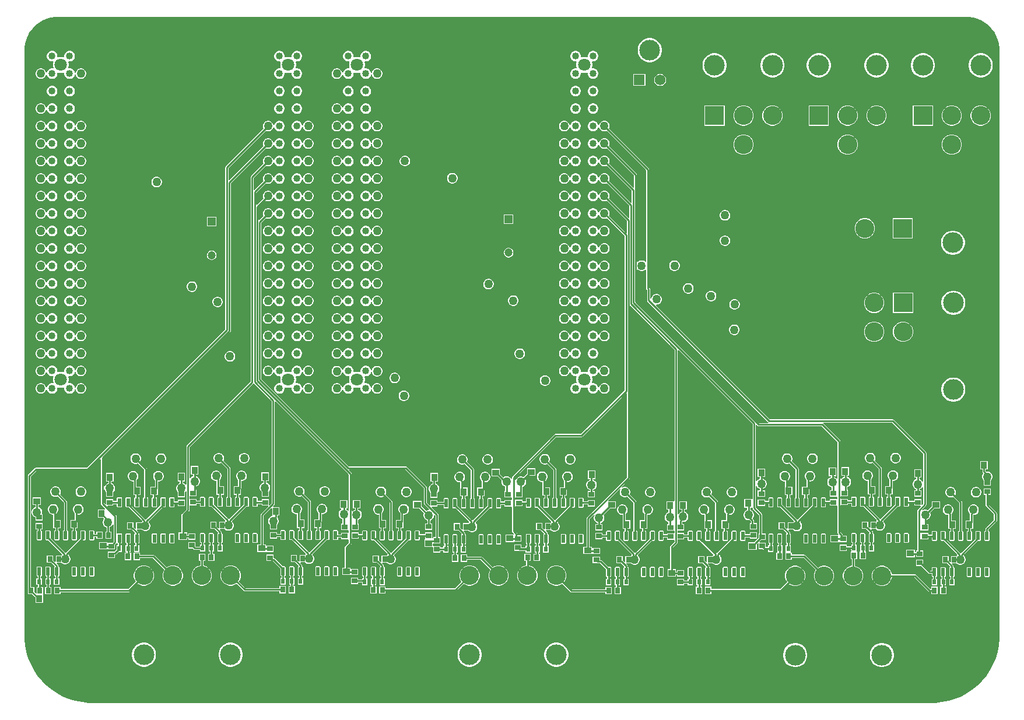
<source format=gbl>
G04*
G04 #@! TF.GenerationSoftware,Altium Limited,Altium Designer,23.4.1 (23)*
G04*
G04 Layer_Physical_Order=6*
G04 Layer_Color=16711680*
%FSLAX44Y44*%
%MOMM*%
G71*
G04*
G04 #@! TF.SameCoordinates,A8117526-9310-46B9-AEF7-EB217FB15511*
G04*
G04*
G04 #@! TF.FilePolarity,Positive*
G04*
G01*
G75*
%ADD13C,0.2540*%
%ADD18R,0.8500X0.7500*%
%ADD19R,0.7500X0.8500*%
%ADD44R,1.0500X0.9000*%
%ADD62R,1.5700X1.5700*%
%ADD63C,1.5700*%
%ADD64C,3.0000*%
%ADD65R,2.7500X2.7500*%
%ADD66C,2.7500*%
%ADD67C,2.7534*%
%ADD68R,2.7534X2.7534*%
%ADD69C,2.9972*%
%ADD70R,2.7500X2.7500*%
%ADD71C,1.0200*%
%ADD72C,1.8000*%
%ADD80C,0.3000*%
%ADD87R,1.2000X1.2000*%
%ADD88C,1.2000*%
%ADD89C,1.2700*%
%ADD90C,4.0000*%
%ADD91R,0.9000X1.0500*%
G04:AMPARAMS|DCode=92|XSize=0.55mm|YSize=1.25mm|CornerRadius=0.0495mm|HoleSize=0mm|Usage=FLASHONLY|Rotation=180.000|XOffset=0mm|YOffset=0mm|HoleType=Round|Shape=RoundedRectangle|*
%AMROUNDEDRECTD92*
21,1,0.5500,1.1510,0,0,180.0*
21,1,0.4510,1.2500,0,0,180.0*
1,1,0.0990,-0.2255,0.5755*
1,1,0.0990,0.2255,0.5755*
1,1,0.0990,0.2255,-0.5755*
1,1,0.0990,-0.2255,-0.5755*
%
%ADD92ROUNDEDRECTD92*%
%ADD93R,0.6000X0.8000*%
G36*
X1379377Y997140D02*
X1385450Y995513D01*
X1391258Y993107D01*
X1396703Y989964D01*
X1401691Y986136D01*
X1406136Y981691D01*
X1409964Y976703D01*
X1413107Y971258D01*
X1415513Y965450D01*
X1417140Y959377D01*
X1417961Y953143D01*
Y950000D01*
Y100000D01*
Y95187D01*
X1417018Y85609D01*
X1415140Y76169D01*
X1412346Y66958D01*
X1408662Y58066D01*
X1404125Y49577D01*
X1398778Y41574D01*
X1392672Y34134D01*
X1385866Y27328D01*
X1378426Y21222D01*
X1370423Y15875D01*
X1361934Y11337D01*
X1353042Y7654D01*
X1343831Y4860D01*
X1334391Y2982D01*
X1324813Y2039D01*
X95187D01*
X85609Y2982D01*
X76169Y4860D01*
X66958Y7654D01*
X58066Y11338D01*
X49577Y15875D01*
X41574Y21222D01*
X34134Y27328D01*
X27328Y34134D01*
X21222Y41574D01*
X15875Y49577D01*
X11337Y58066D01*
X7654Y66958D01*
X4860Y76169D01*
X2982Y85609D01*
X2039Y95187D01*
Y100000D01*
X2039Y950000D01*
Y953143D01*
X2860Y959377D01*
X4487Y965450D01*
X6893Y971258D01*
X10036Y976703D01*
X13864Y981691D01*
X18309Y986136D01*
X23297Y989964D01*
X28742Y993107D01*
X34550Y995513D01*
X40623Y997140D01*
X46856Y997961D01*
X1373143D01*
X1379377Y997140D01*
D02*
G37*
%LPC*%
G36*
X828701Y948900D02*
X826699D01*
X824766Y948382D01*
X823034Y947382D01*
X821618Y945966D01*
X820618Y944233D01*
X820100Y942301D01*
Y940401D01*
X819960Y940172D01*
X819018Y939429D01*
X816514Y940100D01*
X813486D01*
X810982Y939429D01*
X810040Y940172D01*
X809900Y940401D01*
Y942301D01*
X809382Y944233D01*
X808382Y945966D01*
X806966Y947382D01*
X805234Y948382D01*
X803301Y948900D01*
X801299D01*
X799367Y948382D01*
X797634Y947382D01*
X796218Y945966D01*
X795218Y944233D01*
X794700Y942301D01*
Y940299D01*
X795218Y938366D01*
X796218Y936634D01*
X797634Y935219D01*
X799367Y934218D01*
X801299Y933700D01*
X803199D01*
X803428Y933560D01*
X804171Y932618D01*
X803500Y930114D01*
Y927086D01*
X804171Y924582D01*
X803428Y923640D01*
X803199Y923500D01*
X801299D01*
X799367Y922982D01*
X797634Y921982D01*
X796218Y920566D01*
X795218Y918833D01*
X794700Y916901D01*
Y914899D01*
X795218Y912967D01*
X796218Y911234D01*
X797634Y909818D01*
X799367Y908818D01*
X801299Y908300D01*
X803301D01*
X805234Y908818D01*
X806966Y909818D01*
X808382Y911234D01*
X809382Y912967D01*
X809900Y914899D01*
Y916799D01*
X810040Y917029D01*
X810982Y917771D01*
X813486Y917100D01*
X816514D01*
X819018Y917771D01*
X819960Y917029D01*
X820100Y916799D01*
Y914899D01*
X820618Y912967D01*
X821618Y911234D01*
X823034Y909818D01*
X824766Y908818D01*
X826699Y908300D01*
X828701D01*
X830633Y908818D01*
X832366Y909818D01*
X833782Y911234D01*
X834782Y912967D01*
X835300Y914899D01*
Y916901D01*
X834782Y918833D01*
X833782Y920566D01*
X832366Y921982D01*
X830633Y922982D01*
X828701Y923500D01*
X826801D01*
X826572Y923640D01*
X825829Y924582D01*
X826500Y927086D01*
Y930114D01*
X825829Y932618D01*
X826572Y933560D01*
X826801Y933700D01*
X828701D01*
X830633Y934218D01*
X832366Y935219D01*
X833782Y936634D01*
X834782Y938366D01*
X835300Y940299D01*
Y942301D01*
X834782Y944233D01*
X833782Y945966D01*
X832366Y947382D01*
X830633Y948382D01*
X828701Y948900D01*
D02*
G37*
G36*
X498701D02*
X496699D01*
X494767Y948382D01*
X493033Y947382D01*
X491618Y945966D01*
X490618Y944233D01*
X490100Y942301D01*
Y940401D01*
X489960Y940172D01*
X489019Y939429D01*
X486514Y940100D01*
X483486D01*
X480981Y939429D01*
X480040Y940172D01*
X479900Y940401D01*
Y942301D01*
X479382Y944233D01*
X478382Y945966D01*
X476967Y947382D01*
X475233Y948382D01*
X473301Y948900D01*
X471299D01*
X469366Y948382D01*
X467634Y947382D01*
X466218Y945966D01*
X465218Y944233D01*
X464700Y942301D01*
Y940299D01*
X465218Y938366D01*
X466218Y936634D01*
X467634Y935219D01*
X469366Y934218D01*
X471299Y933700D01*
X473199D01*
X473428Y933560D01*
X474171Y932618D01*
X473500Y930114D01*
Y927086D01*
X474171Y924582D01*
X473428Y923640D01*
X473199Y923500D01*
X471299D01*
X469366Y922982D01*
X467634Y921982D01*
X466218Y920566D01*
X465218Y918833D01*
X464736Y917034D01*
X464103Y916966D01*
X463485Y917033D01*
X463001Y918841D01*
X461997Y920579D01*
X460579Y921998D01*
X458841Y923001D01*
X456903Y923520D01*
X454897D01*
X452959Y923001D01*
X451221Y921998D01*
X449803Y920579D01*
X448799Y918841D01*
X448280Y916903D01*
Y914897D01*
X448799Y912959D01*
X449803Y911221D01*
X451221Y909802D01*
X452959Y908799D01*
X454897Y908280D01*
X456903D01*
X458841Y908799D01*
X460579Y909802D01*
X461997Y911221D01*
X463001Y912959D01*
X463485Y914766D01*
X464103Y914834D01*
X464736Y914766D01*
X465218Y912967D01*
X466218Y911234D01*
X467634Y909818D01*
X469366Y908818D01*
X471299Y908300D01*
X473301D01*
X475233Y908818D01*
X476967Y909818D01*
X478382Y911234D01*
X479382Y912967D01*
X479900Y914899D01*
Y916799D01*
X480040Y917029D01*
X480981Y917771D01*
X483486Y917100D01*
X486514D01*
X489019Y917771D01*
X489960Y917029D01*
X490100Y916799D01*
Y914899D01*
X490618Y912967D01*
X491618Y911234D01*
X493033Y909818D01*
X494767Y908818D01*
X496699Y908300D01*
X498701D01*
X500634Y908818D01*
X502366Y909818D01*
X503782Y911234D01*
X504782Y912967D01*
X505264Y914766D01*
X505897Y914834D01*
X506515Y914766D01*
X506999Y912959D01*
X508003Y911221D01*
X509421Y909802D01*
X511159Y908799D01*
X513097Y908280D01*
X515103D01*
X517041Y908799D01*
X518779Y909802D01*
X520197Y911221D01*
X521201Y912959D01*
X521720Y914897D01*
Y916903D01*
X521201Y918841D01*
X520197Y920579D01*
X518779Y921998D01*
X517041Y923001D01*
X515103Y923520D01*
X513097D01*
X511159Y923001D01*
X509421Y921998D01*
X508003Y920579D01*
X506999Y918841D01*
X506515Y917033D01*
X505897Y916966D01*
X505264Y917034D01*
X504782Y918833D01*
X503782Y920566D01*
X502366Y921982D01*
X500634Y922982D01*
X498701Y923500D01*
X496801D01*
X496572Y923640D01*
X495829Y924582D01*
X496500Y927086D01*
Y930114D01*
X495829Y932618D01*
X496572Y933560D01*
X496801Y933700D01*
X498701D01*
X500634Y934218D01*
X502366Y935219D01*
X503782Y936634D01*
X504782Y938366D01*
X505300Y940299D01*
Y942301D01*
X504782Y944233D01*
X503782Y945966D01*
X502366Y947382D01*
X500634Y948382D01*
X498701Y948900D01*
D02*
G37*
G36*
X398700D02*
X396699D01*
X394767Y948382D01*
X393033Y947382D01*
X391618Y945966D01*
X390618Y944233D01*
X390100Y942301D01*
Y940401D01*
X389960Y940172D01*
X389018Y939429D01*
X386514Y940100D01*
X383486D01*
X380981Y939429D01*
X380040Y940172D01*
X379900Y940401D01*
Y942301D01*
X379382Y944233D01*
X378382Y945966D01*
X376967Y947382D01*
X375233Y948382D01*
X373301Y948900D01*
X371299D01*
X369366Y948382D01*
X367634Y947382D01*
X366218Y945966D01*
X365218Y944233D01*
X364700Y942301D01*
Y940299D01*
X365218Y938366D01*
X366218Y936634D01*
X367634Y935219D01*
X369366Y934218D01*
X371299Y933700D01*
X373199D01*
X373428Y933560D01*
X374171Y932618D01*
X373500Y930114D01*
Y927086D01*
X374171Y924582D01*
X373428Y923640D01*
X373199Y923500D01*
X371299D01*
X369366Y922982D01*
X367634Y921982D01*
X366218Y920566D01*
X365218Y918833D01*
X364700Y916901D01*
Y914899D01*
X365218Y912967D01*
X366218Y911234D01*
X367634Y909818D01*
X369366Y908818D01*
X371299Y908300D01*
X373301D01*
X375233Y908818D01*
X376967Y909818D01*
X378382Y911234D01*
X379382Y912967D01*
X379900Y914899D01*
Y916799D01*
X380040Y917029D01*
X380981Y917771D01*
X383486Y917100D01*
X386514D01*
X389018Y917771D01*
X389960Y917029D01*
X390100Y916799D01*
Y914899D01*
X390618Y912967D01*
X391618Y911234D01*
X393033Y909818D01*
X394767Y908818D01*
X396699Y908300D01*
X398700D01*
X400634Y908818D01*
X402366Y909818D01*
X403782Y911234D01*
X404782Y912967D01*
X405300Y914899D01*
Y916901D01*
X404782Y918833D01*
X403782Y920566D01*
X402366Y921982D01*
X400634Y922982D01*
X398700Y923500D01*
X396801D01*
X396572Y923640D01*
X395829Y924582D01*
X396500Y927086D01*
Y930114D01*
X395829Y932618D01*
X396572Y933560D01*
X396801Y933700D01*
X398700D01*
X400634Y934218D01*
X402366Y935219D01*
X403782Y936634D01*
X404782Y938366D01*
X405300Y940299D01*
Y942301D01*
X404782Y944233D01*
X403782Y945966D01*
X402366Y947382D01*
X400634Y948382D01*
X398700Y948900D01*
D02*
G37*
G36*
X68700D02*
X66699D01*
X64767Y948382D01*
X63033Y947382D01*
X61618Y945966D01*
X60618Y944233D01*
X60100Y942301D01*
Y940401D01*
X59960Y940172D01*
X59018Y939429D01*
X56514Y940100D01*
X53486D01*
X50981Y939429D01*
X50040Y940172D01*
X49900Y940401D01*
Y942301D01*
X49382Y944233D01*
X48382Y945966D01*
X46967Y947382D01*
X45233Y948382D01*
X43300Y948900D01*
X41299D01*
X39367Y948382D01*
X37634Y947382D01*
X36219Y945966D01*
X35218Y944233D01*
X34700Y942301D01*
Y940299D01*
X35218Y938366D01*
X36219Y936634D01*
X37634Y935219D01*
X39367Y934218D01*
X41299Y933700D01*
X43199D01*
X43429Y933560D01*
X44171Y932618D01*
X43500Y930114D01*
Y927086D01*
X44171Y924582D01*
X43429Y923640D01*
X43199Y923500D01*
X41299D01*
X39367Y922982D01*
X37634Y921982D01*
X36219Y920566D01*
X35218Y918833D01*
X34736Y917034D01*
X34103Y916966D01*
X33485Y917033D01*
X33001Y918841D01*
X31997Y920579D01*
X30579Y921998D01*
X28841Y923001D01*
X26903Y923520D01*
X24897D01*
X22959Y923001D01*
X21221Y921998D01*
X19803Y920579D01*
X18799Y918841D01*
X18280Y916903D01*
Y914897D01*
X18799Y912959D01*
X19803Y911221D01*
X21221Y909802D01*
X22959Y908799D01*
X24897Y908280D01*
X26903D01*
X28841Y908799D01*
X30579Y909802D01*
X31997Y911221D01*
X33001Y912959D01*
X33485Y914766D01*
X34103Y914834D01*
X34736Y914766D01*
X35218Y912967D01*
X36219Y911234D01*
X37634Y909818D01*
X39367Y908818D01*
X41299Y908300D01*
X43300D01*
X45233Y908818D01*
X46967Y909818D01*
X48382Y911234D01*
X49382Y912967D01*
X49900Y914899D01*
Y916799D01*
X50040Y917029D01*
X50981Y917771D01*
X53486Y917100D01*
X56514D01*
X59018Y917771D01*
X59960Y917029D01*
X60100Y916799D01*
Y914899D01*
X60618Y912967D01*
X61618Y911234D01*
X63033Y909818D01*
X64767Y908818D01*
X66699Y908300D01*
X68700D01*
X70634Y908818D01*
X72366Y909818D01*
X73781Y911234D01*
X74782Y912967D01*
X75264Y914766D01*
X75897Y914834D01*
X76515Y914766D01*
X76999Y912959D01*
X78003Y911221D01*
X79421Y909802D01*
X81159Y908799D01*
X83097Y908280D01*
X85103D01*
X87041Y908799D01*
X88779Y909802D01*
X90197Y911221D01*
X91201Y912959D01*
X91720Y914897D01*
Y916903D01*
X91201Y918841D01*
X90197Y920579D01*
X88779Y921998D01*
X87041Y923001D01*
X85103Y923520D01*
X83097D01*
X81159Y923001D01*
X79421Y921998D01*
X78003Y920579D01*
X76999Y918841D01*
X76515Y917033D01*
X75897Y916966D01*
X75264Y917034D01*
X74782Y918833D01*
X73781Y920566D01*
X72366Y921982D01*
X70634Y922982D01*
X68700Y923500D01*
X66801D01*
X66571Y923640D01*
X65829Y924582D01*
X66500Y927086D01*
Y930114D01*
X65829Y932618D01*
X66571Y933560D01*
X66801Y933700D01*
X68700D01*
X70634Y934218D01*
X72366Y935219D01*
X73781Y936634D01*
X74782Y938366D01*
X75300Y940299D01*
Y942301D01*
X74782Y944233D01*
X73781Y945966D01*
X72366Y947382D01*
X70634Y948382D01*
X68700Y948900D01*
D02*
G37*
G36*
X911724Y967500D02*
X908276D01*
X904895Y966827D01*
X901711Y965508D01*
X898844Y963593D01*
X896407Y961156D01*
X894492Y958289D01*
X893173Y955105D01*
X892500Y951724D01*
Y948276D01*
X893173Y944895D01*
X894492Y941711D01*
X896407Y938844D01*
X898844Y936407D01*
X901711Y934492D01*
X904895Y933173D01*
X908276Y932500D01*
X911724D01*
X915105Y933173D01*
X918289Y934492D01*
X921156Y936407D01*
X923593Y938844D01*
X925508Y941711D01*
X926827Y944895D01*
X927500Y948276D01*
Y951724D01*
X926827Y955105D01*
X925508Y958289D01*
X923593Y961156D01*
X921156Y963593D01*
X918289Y965508D01*
X915105Y966827D01*
X911724Y967500D01*
D02*
G37*
G36*
X1392244Y945380D02*
X1388796D01*
X1385415Y944707D01*
X1382231Y943388D01*
X1379364Y941473D01*
X1376927Y939036D01*
X1375012Y936169D01*
X1373692Y932984D01*
X1373020Y929604D01*
Y926156D01*
X1373692Y922775D01*
X1375012Y919591D01*
X1376927Y916724D01*
X1379364Y914287D01*
X1382231Y912372D01*
X1385415Y911052D01*
X1388796Y910380D01*
X1392244D01*
X1395625Y911052D01*
X1398809Y912372D01*
X1401676Y914287D01*
X1404113Y916724D01*
X1406028Y919591D01*
X1407348Y922775D01*
X1408020Y926156D01*
Y929604D01*
X1407348Y932984D01*
X1406028Y936169D01*
X1404113Y939036D01*
X1401676Y941473D01*
X1398809Y943388D01*
X1395625Y944707D01*
X1392244Y945380D01*
D02*
G37*
G36*
X1308244D02*
X1304796D01*
X1301416Y944707D01*
X1298231Y943388D01*
X1295364Y941473D01*
X1292927Y939036D01*
X1291012Y936169D01*
X1289693Y932984D01*
X1289020Y929604D01*
Y926156D01*
X1289693Y922775D01*
X1291012Y919591D01*
X1292927Y916724D01*
X1295364Y914287D01*
X1298231Y912372D01*
X1301416Y911052D01*
X1304796Y910380D01*
X1308244D01*
X1311625Y911052D01*
X1314809Y912372D01*
X1317676Y914287D01*
X1320113Y916724D01*
X1322028Y919591D01*
X1323347Y922775D01*
X1324020Y926156D01*
Y929604D01*
X1323347Y932984D01*
X1322028Y936169D01*
X1320113Y939036D01*
X1317676Y941473D01*
X1314809Y943388D01*
X1311625Y944707D01*
X1308244Y945380D01*
D02*
G37*
G36*
X1241024D02*
X1237576D01*
X1234195Y944707D01*
X1231011Y943388D01*
X1228144Y941473D01*
X1225707Y939036D01*
X1223792Y936169D01*
X1222473Y932984D01*
X1221800Y929604D01*
Y926156D01*
X1222473Y922775D01*
X1223792Y919591D01*
X1225707Y916724D01*
X1228144Y914287D01*
X1231011Y912372D01*
X1234195Y911052D01*
X1237576Y910380D01*
X1241024D01*
X1244405Y911052D01*
X1247589Y912372D01*
X1250456Y914287D01*
X1252893Y916724D01*
X1254808Y919591D01*
X1256127Y922775D01*
X1256800Y926156D01*
Y929604D01*
X1256127Y932984D01*
X1254808Y936169D01*
X1252893Y939036D01*
X1250456Y941473D01*
X1247589Y943388D01*
X1244405Y944707D01*
X1241024Y945380D01*
D02*
G37*
G36*
X1157024D02*
X1153576D01*
X1150195Y944707D01*
X1147011Y943388D01*
X1144144Y941473D01*
X1141707Y939036D01*
X1139792Y936169D01*
X1138473Y932984D01*
X1137800Y929604D01*
Y926156D01*
X1138473Y922775D01*
X1139792Y919591D01*
X1141707Y916724D01*
X1144144Y914287D01*
X1147011Y912372D01*
X1150195Y911052D01*
X1153576Y910380D01*
X1157024D01*
X1160405Y911052D01*
X1163589Y912372D01*
X1166456Y914287D01*
X1168893Y916724D01*
X1170808Y919591D01*
X1172128Y922775D01*
X1172800Y926156D01*
Y929604D01*
X1172128Y932984D01*
X1170808Y936169D01*
X1168893Y939036D01*
X1166456Y941473D01*
X1163589Y943388D01*
X1160405Y944707D01*
X1157024Y945380D01*
D02*
G37*
G36*
X1089804D02*
X1086356D01*
X1082975Y944707D01*
X1079791Y943388D01*
X1076924Y941473D01*
X1074487Y939036D01*
X1072572Y936169D01*
X1071253Y932984D01*
X1070580Y929604D01*
Y926156D01*
X1071253Y922775D01*
X1072572Y919591D01*
X1074487Y916724D01*
X1076924Y914287D01*
X1079791Y912372D01*
X1082975Y911052D01*
X1086356Y910380D01*
X1089804D01*
X1093185Y911052D01*
X1096369Y912372D01*
X1099236Y914287D01*
X1101673Y916724D01*
X1103588Y919591D01*
X1104908Y922775D01*
X1105580Y926156D01*
Y929604D01*
X1104908Y932984D01*
X1103588Y936169D01*
X1101673Y939036D01*
X1099236Y941473D01*
X1096369Y943388D01*
X1093185Y944707D01*
X1089804Y945380D01*
D02*
G37*
G36*
X1005804D02*
X1002356D01*
X998976Y944707D01*
X995791Y943388D01*
X992924Y941473D01*
X990487Y939036D01*
X988572Y936169D01*
X987253Y932984D01*
X986580Y929604D01*
Y926156D01*
X987253Y922775D01*
X988572Y919591D01*
X990487Y916724D01*
X992924Y914287D01*
X995791Y912372D01*
X998976Y911052D01*
X1002356Y910380D01*
X1005804D01*
X1009185Y911052D01*
X1012369Y912372D01*
X1015236Y914287D01*
X1017673Y916724D01*
X1019588Y919591D01*
X1020908Y922775D01*
X1021580Y926156D01*
Y929604D01*
X1020908Y932984D01*
X1019588Y936169D01*
X1017673Y939036D01*
X1015236Y941473D01*
X1012369Y943388D01*
X1009185Y944707D01*
X1005804Y945380D01*
D02*
G37*
G36*
X926151Y915539D02*
X923849D01*
X921627Y914943D01*
X919634Y913793D01*
X918007Y912166D01*
X916857Y910173D01*
X916261Y907951D01*
Y905649D01*
X916857Y903427D01*
X918007Y901434D01*
X919634Y899807D01*
X921627Y898657D01*
X923849Y898061D01*
X926151D01*
X928373Y898657D01*
X930366Y899807D01*
X931993Y901434D01*
X933143Y903427D01*
X933739Y905649D01*
Y907951D01*
X933143Y910173D01*
X931993Y912166D01*
X930366Y913793D01*
X928373Y914943D01*
X926151Y915539D01*
D02*
G37*
G36*
X903739D02*
X886261D01*
Y898061D01*
X903739D01*
Y915539D01*
D02*
G37*
G36*
X828701Y898100D02*
X826699D01*
X824766Y897582D01*
X823034Y896581D01*
X821618Y895166D01*
X820618Y893434D01*
X820100Y891501D01*
Y889499D01*
X820618Y887567D01*
X821618Y885834D01*
X823034Y884418D01*
X824766Y883418D01*
X826699Y882900D01*
X828701D01*
X830633Y883418D01*
X832366Y884418D01*
X833782Y885834D01*
X834782Y887567D01*
X835300Y889499D01*
Y891501D01*
X834782Y893434D01*
X833782Y895166D01*
X832366Y896581D01*
X830633Y897582D01*
X828701Y898100D01*
D02*
G37*
G36*
X803301D02*
X801299D01*
X799367Y897582D01*
X797634Y896581D01*
X796218Y895166D01*
X795218Y893434D01*
X794700Y891501D01*
Y889499D01*
X795218Y887567D01*
X796218Y885834D01*
X797634Y884418D01*
X799367Y883418D01*
X801299Y882900D01*
X803301D01*
X805234Y883418D01*
X806966Y884418D01*
X808382Y885834D01*
X809382Y887567D01*
X809900Y889499D01*
Y891501D01*
X809382Y893434D01*
X808382Y895166D01*
X806966Y896581D01*
X805234Y897582D01*
X803301Y898100D01*
D02*
G37*
G36*
X498701D02*
X496699D01*
X494767Y897582D01*
X493033Y896581D01*
X491618Y895166D01*
X490618Y893434D01*
X490100Y891501D01*
Y889499D01*
X490618Y887567D01*
X491618Y885834D01*
X493033Y884418D01*
X494767Y883418D01*
X496699Y882900D01*
X498701D01*
X500634Y883418D01*
X502366Y884418D01*
X503782Y885834D01*
X504782Y887567D01*
X505300Y889499D01*
Y891501D01*
X504782Y893434D01*
X503782Y895166D01*
X502366Y896581D01*
X500634Y897582D01*
X498701Y898100D01*
D02*
G37*
G36*
X473301D02*
X471299D01*
X469366Y897582D01*
X467634Y896581D01*
X466218Y895166D01*
X465218Y893434D01*
X464700Y891501D01*
Y889499D01*
X465218Y887567D01*
X466218Y885834D01*
X467634Y884418D01*
X469366Y883418D01*
X471299Y882900D01*
X473301D01*
X475233Y883418D01*
X476967Y884418D01*
X478382Y885834D01*
X479382Y887567D01*
X479900Y889499D01*
Y891501D01*
X479382Y893434D01*
X478382Y895166D01*
X476967Y896581D01*
X475233Y897582D01*
X473301Y898100D01*
D02*
G37*
G36*
X398700D02*
X396699D01*
X394767Y897582D01*
X393033Y896581D01*
X391618Y895166D01*
X390618Y893434D01*
X390100Y891501D01*
Y889499D01*
X390618Y887567D01*
X391618Y885834D01*
X393033Y884418D01*
X394767Y883418D01*
X396699Y882900D01*
X398700D01*
X400634Y883418D01*
X402366Y884418D01*
X403782Y885834D01*
X404782Y887567D01*
X405300Y889499D01*
Y891501D01*
X404782Y893434D01*
X403782Y895166D01*
X402366Y896581D01*
X400634Y897582D01*
X398700Y898100D01*
D02*
G37*
G36*
X373301D02*
X371299D01*
X369366Y897582D01*
X367634Y896581D01*
X366218Y895166D01*
X365218Y893434D01*
X364700Y891501D01*
Y889499D01*
X365218Y887567D01*
X366218Y885834D01*
X367634Y884418D01*
X369366Y883418D01*
X371299Y882900D01*
X373301D01*
X375233Y883418D01*
X376967Y884418D01*
X378382Y885834D01*
X379382Y887567D01*
X379900Y889499D01*
Y891501D01*
X379382Y893434D01*
X378382Y895166D01*
X376967Y896581D01*
X375233Y897582D01*
X373301Y898100D01*
D02*
G37*
G36*
X68700D02*
X66699D01*
X64767Y897582D01*
X63033Y896581D01*
X61618Y895166D01*
X60618Y893434D01*
X60100Y891501D01*
Y889499D01*
X60618Y887567D01*
X61618Y885834D01*
X63033Y884418D01*
X64767Y883418D01*
X66699Y882900D01*
X68700D01*
X70634Y883418D01*
X72366Y884418D01*
X73781Y885834D01*
X74782Y887567D01*
X75300Y889499D01*
Y891501D01*
X74782Y893434D01*
X73781Y895166D01*
X72366Y896581D01*
X70634Y897582D01*
X68700Y898100D01*
D02*
G37*
G36*
X43300D02*
X41299D01*
X39367Y897582D01*
X37634Y896581D01*
X36219Y895166D01*
X35218Y893434D01*
X34700Y891501D01*
Y889499D01*
X35218Y887567D01*
X36219Y885834D01*
X37634Y884418D01*
X39367Y883418D01*
X41299Y882900D01*
X43300D01*
X45233Y883418D01*
X46967Y884418D01*
X48382Y885834D01*
X49382Y887567D01*
X49900Y889499D01*
Y891501D01*
X49382Y893434D01*
X48382Y895166D01*
X46967Y896581D01*
X45233Y897582D01*
X43300Y898100D01*
D02*
G37*
G36*
X828701Y872700D02*
X826699D01*
X824766Y872182D01*
X823034Y871181D01*
X821618Y869766D01*
X820618Y868034D01*
X820100Y866101D01*
Y864099D01*
X820618Y862167D01*
X821618Y860434D01*
X823034Y859018D01*
X824766Y858018D01*
X826699Y857500D01*
X828701D01*
X830633Y858018D01*
X832366Y859018D01*
X833782Y860434D01*
X834782Y862167D01*
X835300Y864099D01*
Y866101D01*
X834782Y868034D01*
X833782Y869766D01*
X832366Y871181D01*
X830633Y872182D01*
X828701Y872700D01*
D02*
G37*
G36*
X803301D02*
X801299D01*
X799367Y872182D01*
X797634Y871181D01*
X796218Y869766D01*
X795218Y868034D01*
X794700Y866101D01*
Y864099D01*
X795218Y862167D01*
X796218Y860434D01*
X797634Y859018D01*
X799367Y858018D01*
X801299Y857500D01*
X803301D01*
X805234Y858018D01*
X806966Y859018D01*
X808382Y860434D01*
X809382Y862167D01*
X809900Y864099D01*
Y866101D01*
X809382Y868034D01*
X808382Y869766D01*
X806966Y871181D01*
X805234Y872182D01*
X803301Y872700D01*
D02*
G37*
G36*
X498701D02*
X496699D01*
X494767Y872182D01*
X493033Y871181D01*
X491618Y869766D01*
X490618Y868034D01*
X490100Y866101D01*
Y864099D01*
X490618Y862167D01*
X491618Y860434D01*
X493033Y859018D01*
X494767Y858018D01*
X496699Y857500D01*
X498701D01*
X500634Y858018D01*
X502366Y859018D01*
X503782Y860434D01*
X504782Y862167D01*
X505300Y864099D01*
Y866101D01*
X504782Y868034D01*
X503782Y869766D01*
X502366Y871181D01*
X500634Y872182D01*
X498701Y872700D01*
D02*
G37*
G36*
X456903Y872720D02*
X454897D01*
X452959Y872201D01*
X451221Y871198D01*
X449803Y869779D01*
X448799Y868041D01*
X448280Y866103D01*
Y864097D01*
X448799Y862159D01*
X449803Y860421D01*
X451221Y859003D01*
X452959Y857999D01*
X454897Y857480D01*
X456903D01*
X458841Y857999D01*
X460579Y859003D01*
X461997Y860421D01*
X463001Y862159D01*
X463485Y863967D01*
X464103Y864034D01*
X464736Y863966D01*
X465218Y862167D01*
X466218Y860434D01*
X467634Y859018D01*
X469366Y858018D01*
X471299Y857500D01*
X473301D01*
X475233Y858018D01*
X476967Y859018D01*
X478382Y860434D01*
X479382Y862167D01*
X479900Y864099D01*
Y866101D01*
X479382Y868034D01*
X478382Y869766D01*
X476967Y871181D01*
X475233Y872182D01*
X473301Y872700D01*
X471299D01*
X469366Y872182D01*
X467634Y871181D01*
X466218Y869766D01*
X465218Y868034D01*
X464736Y866234D01*
X464103Y866166D01*
X463485Y866234D01*
X463001Y868041D01*
X461997Y869779D01*
X460579Y871198D01*
X458841Y872201D01*
X456903Y872720D01*
D02*
G37*
G36*
X398700Y872700D02*
X396699D01*
X394767Y872182D01*
X393033Y871181D01*
X391618Y869766D01*
X390618Y868034D01*
X390100Y866101D01*
Y864099D01*
X390618Y862167D01*
X391618Y860434D01*
X393033Y859018D01*
X394767Y858018D01*
X396699Y857500D01*
X398700D01*
X400634Y858018D01*
X402366Y859018D01*
X403782Y860434D01*
X404782Y862167D01*
X405300Y864099D01*
Y866101D01*
X404782Y868034D01*
X403782Y869766D01*
X402366Y871181D01*
X400634Y872182D01*
X398700Y872700D01*
D02*
G37*
G36*
X373301D02*
X371299D01*
X369366Y872182D01*
X367634Y871181D01*
X366218Y869766D01*
X365218Y868034D01*
X364700Y866101D01*
Y864099D01*
X365218Y862167D01*
X366218Y860434D01*
X367634Y859018D01*
X369366Y858018D01*
X371299Y857500D01*
X373301D01*
X375233Y858018D01*
X376967Y859018D01*
X378382Y860434D01*
X379382Y862167D01*
X379900Y864099D01*
Y866101D01*
X379382Y868034D01*
X378382Y869766D01*
X376967Y871181D01*
X375233Y872182D01*
X373301Y872700D01*
D02*
G37*
G36*
X68700D02*
X66699D01*
X64767Y872182D01*
X63033Y871181D01*
X61618Y869766D01*
X60618Y868034D01*
X60100Y866101D01*
Y864099D01*
X60618Y862167D01*
X61618Y860434D01*
X63033Y859018D01*
X64767Y858018D01*
X66699Y857500D01*
X68700D01*
X70634Y858018D01*
X72366Y859018D01*
X73781Y860434D01*
X74782Y862167D01*
X75300Y864099D01*
Y866101D01*
X74782Y868034D01*
X73781Y869766D01*
X72366Y871181D01*
X70634Y872182D01*
X68700Y872700D01*
D02*
G37*
G36*
X26903Y872720D02*
X24897D01*
X22959Y872201D01*
X21221Y871198D01*
X19803Y869779D01*
X18799Y868041D01*
X18280Y866103D01*
Y864097D01*
X18799Y862159D01*
X19803Y860421D01*
X21221Y859003D01*
X22959Y857999D01*
X24897Y857480D01*
X26903D01*
X28841Y857999D01*
X30579Y859003D01*
X31997Y860421D01*
X33001Y862159D01*
X33485Y863967D01*
X34103Y864034D01*
X34736Y863966D01*
X35218Y862167D01*
X36219Y860434D01*
X37634Y859018D01*
X39367Y858018D01*
X41299Y857500D01*
X43300D01*
X45233Y858018D01*
X46967Y859018D01*
X48382Y860434D01*
X49382Y862167D01*
X49900Y864099D01*
Y866101D01*
X49382Y868034D01*
X48382Y869766D01*
X46967Y871181D01*
X45233Y872182D01*
X43300Y872700D01*
X41299D01*
X39367Y872182D01*
X37634Y871181D01*
X36219Y869766D01*
X35218Y868034D01*
X34736Y866234D01*
X34103Y866166D01*
X33485Y866234D01*
X33001Y868041D01*
X31997Y869779D01*
X30579Y871198D01*
X28841Y872201D01*
X26903Y872720D01*
D02*
G37*
G36*
X845103Y847320D02*
X843097D01*
X841159Y846801D01*
X839421Y845798D01*
X838002Y844379D01*
X836999Y842641D01*
X836515Y840834D01*
X835897Y840766D01*
X835264Y840834D01*
X834782Y842634D01*
X833782Y844367D01*
X832366Y845781D01*
X830633Y846782D01*
X828701Y847300D01*
X826699D01*
X824766Y846782D01*
X823034Y845781D01*
X821618Y844367D01*
X820618Y842634D01*
X820100Y840701D01*
Y838699D01*
X820618Y836767D01*
X821618Y835033D01*
X823034Y833618D01*
X824766Y832618D01*
X826699Y832100D01*
X828701D01*
X830633Y832618D01*
X832366Y833618D01*
X833782Y835033D01*
X834782Y836767D01*
X835264Y838566D01*
X835897Y838634D01*
X836515Y838567D01*
X836999Y836759D01*
X838002Y835021D01*
X839421Y833603D01*
X841159Y832599D01*
X843097Y832080D01*
X845103D01*
X847041Y832599D01*
X847705Y832982D01*
X904960Y775727D01*
Y642916D01*
X903690Y642390D01*
X902950Y643130D01*
X901212Y644133D01*
X899274Y644652D01*
X897268D01*
X895330Y644133D01*
X893592Y643130D01*
X892852Y642390D01*
X891582Y642916D01*
Y769019D01*
X891415Y769861D01*
X890938Y770575D01*
X850818Y810695D01*
X851201Y811359D01*
X851720Y813297D01*
Y815303D01*
X851201Y817241D01*
X850198Y818979D01*
X848779Y820397D01*
X847041Y821401D01*
X845103Y821920D01*
X843097D01*
X841159Y821401D01*
X839421Y820397D01*
X838002Y818979D01*
X836999Y817241D01*
X836515Y815434D01*
X835897Y815366D01*
X835264Y815434D01*
X834782Y817234D01*
X833782Y818967D01*
X832366Y820381D01*
X830633Y821382D01*
X828701Y821900D01*
X826699D01*
X824766Y821382D01*
X823034Y820381D01*
X821618Y818967D01*
X820618Y817234D01*
X820100Y815301D01*
Y813299D01*
X820618Y811367D01*
X821618Y809633D01*
X823034Y808219D01*
X824766Y807218D01*
X826699Y806700D01*
X828701D01*
X830633Y807218D01*
X832366Y808219D01*
X833782Y809633D01*
X834782Y811367D01*
X835264Y813166D01*
X835897Y813234D01*
X836515Y813167D01*
X836999Y811359D01*
X838002Y809621D01*
X839421Y808203D01*
X841159Y807199D01*
X843097Y806680D01*
X845103D01*
X847041Y807199D01*
X847705Y807582D01*
X887180Y768107D01*
Y750593D01*
X886006Y750107D01*
X850818Y785295D01*
X851201Y785959D01*
X851720Y787897D01*
Y789903D01*
X851201Y791841D01*
X850198Y793579D01*
X848779Y794997D01*
X847041Y796001D01*
X845103Y796520D01*
X843097D01*
X841159Y796001D01*
X839421Y794997D01*
X838002Y793579D01*
X836999Y791841D01*
X836515Y790033D01*
X835897Y789966D01*
X835264Y790034D01*
X834782Y791833D01*
X833782Y793567D01*
X832366Y794982D01*
X830633Y795982D01*
X828701Y796500D01*
X826699D01*
X824766Y795982D01*
X823034Y794982D01*
X821618Y793567D01*
X820618Y791833D01*
X820100Y789901D01*
Y787899D01*
X820618Y785966D01*
X821618Y784233D01*
X823034Y782819D01*
X824766Y781818D01*
X826699Y781300D01*
X828701D01*
X830633Y781818D01*
X832366Y782819D01*
X833782Y784233D01*
X834782Y785966D01*
X835264Y787766D01*
X835897Y787834D01*
X836515Y787766D01*
X836999Y785959D01*
X838002Y784221D01*
X839421Y782803D01*
X841159Y781799D01*
X843097Y781280D01*
X845103D01*
X847041Y781799D01*
X847705Y782182D01*
X883751Y746136D01*
Y728622D01*
X882577Y728136D01*
X850818Y759895D01*
X851201Y760559D01*
X851720Y762497D01*
Y764503D01*
X851201Y766441D01*
X850198Y768179D01*
X848779Y769597D01*
X847041Y770601D01*
X845103Y771120D01*
X843097D01*
X841159Y770601D01*
X839421Y769597D01*
X838002Y768179D01*
X836999Y766441D01*
X836515Y764633D01*
X835897Y764566D01*
X835264Y764634D01*
X834782Y766433D01*
X833782Y768167D01*
X832366Y769582D01*
X830633Y770582D01*
X828701Y771100D01*
X826699D01*
X824766Y770582D01*
X823034Y769582D01*
X821618Y768167D01*
X820618Y766433D01*
X820100Y764501D01*
Y762499D01*
X820618Y760566D01*
X821618Y758833D01*
X823034Y757419D01*
X824766Y756418D01*
X826699Y755900D01*
X828701D01*
X830633Y756418D01*
X832366Y757419D01*
X833782Y758833D01*
X834782Y760566D01*
X835264Y762366D01*
X835897Y762434D01*
X836515Y762366D01*
X836999Y760559D01*
X838002Y758821D01*
X839421Y757402D01*
X841159Y756399D01*
X843097Y755880D01*
X845103D01*
X847041Y756399D01*
X847705Y756782D01*
X880322Y724165D01*
Y706651D01*
X879148Y706165D01*
X850818Y734495D01*
X851201Y735159D01*
X851720Y737097D01*
Y739103D01*
X851201Y741041D01*
X850198Y742779D01*
X848779Y744197D01*
X847041Y745201D01*
X845103Y745720D01*
X843097D01*
X841159Y745201D01*
X839421Y744197D01*
X838002Y742779D01*
X836999Y741041D01*
X836515Y739233D01*
X835897Y739166D01*
X835264Y739234D01*
X834782Y741033D01*
X833782Y742766D01*
X832366Y744182D01*
X830633Y745182D01*
X828701Y745700D01*
X826699D01*
X824766Y745182D01*
X823034Y744182D01*
X821618Y742766D01*
X820618Y741033D01*
X820100Y739101D01*
Y737099D01*
X820618Y735166D01*
X821618Y733434D01*
X823034Y732019D01*
X824766Y731018D01*
X826699Y730500D01*
X828701D01*
X830633Y731018D01*
X832366Y732019D01*
X833782Y733434D01*
X834782Y735166D01*
X835264Y736966D01*
X835897Y737034D01*
X836515Y736966D01*
X836999Y735159D01*
X838002Y733421D01*
X839421Y732002D01*
X841159Y730999D01*
X843097Y730480D01*
X845103D01*
X847041Y730999D01*
X847705Y731382D01*
X876893Y702194D01*
Y684680D01*
X875719Y684194D01*
X850818Y709095D01*
X851201Y709759D01*
X851720Y711697D01*
Y713703D01*
X851201Y715641D01*
X850198Y717379D01*
X848779Y718798D01*
X847041Y719801D01*
X845103Y720320D01*
X843097D01*
X841159Y719801D01*
X839421Y718798D01*
X838002Y717379D01*
X836999Y715641D01*
X836515Y713833D01*
X835897Y713766D01*
X835264Y713834D01*
X834782Y715633D01*
X833782Y717366D01*
X832366Y718782D01*
X830633Y719782D01*
X828701Y720300D01*
X826699D01*
X824766Y719782D01*
X823034Y718782D01*
X821618Y717366D01*
X820618Y715633D01*
X820100Y713701D01*
Y711699D01*
X820618Y709766D01*
X821618Y708034D01*
X823034Y706618D01*
X824766Y705618D01*
X826699Y705100D01*
X828701D01*
X830633Y705618D01*
X832366Y706618D01*
X833782Y708034D01*
X834782Y709766D01*
X835264Y711566D01*
X835897Y711634D01*
X836515Y711566D01*
X836999Y709759D01*
X838002Y708021D01*
X839421Y706602D01*
X841159Y705599D01*
X843097Y705080D01*
X845103D01*
X847041Y705599D01*
X847705Y705982D01*
X873337Y680350D01*
Y455950D01*
X809838Y392451D01*
X773000D01*
X772158Y392284D01*
X771443Y391807D01*
X710694Y331057D01*
X710216Y330342D01*
X710049Y329500D01*
Y327532D01*
X708779Y327192D01*
X708154Y328275D01*
X706735Y329693D01*
X704997Y330697D01*
X703059Y331216D01*
X701053D01*
X699115Y330697D01*
X697377Y329693D01*
X697144Y329461D01*
X692447Y334158D01*
Y341823D01*
X680169D01*
Y331045D01*
X689334D01*
X694720Y325659D01*
X694436Y324599D01*
Y322593D01*
X694955Y320655D01*
X695958Y318917D01*
X697377Y317498D01*
X699115Y316495D01*
X699855Y316297D01*
Y309589D01*
X699203D01*
Y300311D01*
X708779D01*
X709481Y300311D01*
X710049Y299276D01*
Y297624D01*
X709481Y296589D01*
X708779Y296589D01*
X699203D01*
Y294355D01*
X694271D01*
Y297897D01*
X693832Y298956D01*
X692773Y299395D01*
X688263D01*
X687204Y298956D01*
X686765Y297897D01*
Y286387D01*
X687204Y285328D01*
X688263Y284889D01*
X692773D01*
X693832Y285328D01*
X694271Y286387D01*
Y289953D01*
X699203D01*
Y287311D01*
X708779D01*
X709481Y287311D01*
X710049Y286276D01*
Y251172D01*
X710216Y250330D01*
X710694Y249615D01*
X712720Y247589D01*
X712194Y246319D01*
X700743D01*
Y235541D01*
X713021D01*
Y235541D01*
X713427Y236049D01*
X723705D01*
Y245327D01*
X717973D01*
Y247650D01*
X717806Y248492D01*
X717328Y249207D01*
X714451Y252084D01*
Y286381D01*
X714722Y287539D01*
X715721Y287539D01*
X725000D01*
Y290227D01*
X730078D01*
Y286815D01*
X730517Y285756D01*
X731576Y285317D01*
X736086D01*
X737145Y285756D01*
X737584Y286815D01*
Y298325D01*
X737145Y299384D01*
X736086Y299823D01*
X731576D01*
X730517Y299384D01*
X730078Y298325D01*
Y294629D01*
X725000D01*
Y296817D01*
X714722Y296817D01*
X714451Y297975D01*
Y299381D01*
X714722Y300539D01*
X715721Y300539D01*
X725000D01*
Y306945D01*
X725042Y307158D01*
Y315777D01*
X725825Y315987D01*
X727563Y316991D01*
X728981Y318409D01*
X729985Y320147D01*
X730504Y322085D01*
Y324091D01*
X729985Y326029D01*
X729742Y326451D01*
X735098Y331807D01*
X744263D01*
Y342585D01*
X731985D01*
Y334920D01*
X726731Y329666D01*
X725825Y330189D01*
X723887Y330708D01*
X721881D01*
X719943Y330189D01*
X718205Y329185D01*
X716786Y327767D01*
X715783Y326029D01*
X715721Y325798D01*
X714451Y325965D01*
Y328588D01*
X773912Y388049D01*
X810750D01*
X811592Y388216D01*
X812307Y388694D01*
X875719Y452106D01*
X876893Y451620D01*
Y329631D01*
X818851Y271590D01*
X818374Y270875D01*
X818207Y270033D01*
Y228793D01*
X813519D01*
Y218015D01*
X825797D01*
Y220453D01*
X827219D01*
Y218015D01*
X837497D01*
Y227293D01*
X827219D01*
Y224855D01*
X825797D01*
Y228793D01*
X822609D01*
Y269121D01*
X828962Y275474D01*
X829978Y274694D01*
X829399Y273691D01*
X828880Y271753D01*
Y269747D01*
X829399Y267809D01*
X830403Y266071D01*
X831821Y264653D01*
X833559Y263649D01*
X834299Y263451D01*
Y261944D01*
X831175D01*
Y252666D01*
X841453D01*
Y261944D01*
X838701D01*
Y263451D01*
X839441Y263649D01*
X841179Y264653D01*
X842598Y266071D01*
X843601Y267809D01*
X844120Y269747D01*
Y271753D01*
X843601Y273691D01*
X842859Y274976D01*
X851938Y284055D01*
X861103D01*
Y294833D01*
X850117D01*
X849591Y296103D01*
X866432Y312944D01*
X867449Y312164D01*
X866805Y311050D01*
X866286Y309112D01*
Y307106D01*
X866805Y305168D01*
X867809Y303430D01*
X869227Y302012D01*
X870965Y301008D01*
X872903Y300489D01*
X874909D01*
X876847Y301008D01*
X877511Y301391D01*
X886183Y292719D01*
Y251950D01*
X886129D01*
X885070Y251511D01*
X884631Y250452D01*
Y238942D01*
X885070Y237883D01*
X886129Y237444D01*
X890639D01*
X891698Y237883D01*
X892137Y238942D01*
Y250452D01*
X891698Y251511D01*
X890639Y251950D01*
X890585D01*
Y293631D01*
X890418Y294473D01*
X889941Y295187D01*
X880624Y304504D01*
X881007Y305168D01*
X881526Y307106D01*
Y309112D01*
X881007Y311050D01*
X880004Y312788D01*
X878585Y314207D01*
X876847Y315210D01*
X874909Y315729D01*
X872903D01*
X870965Y315210D01*
X869851Y314566D01*
X869071Y315583D01*
X880650Y327163D01*
X881128Y327877D01*
X881295Y328719D01*
Y578106D01*
X882469Y578592D01*
X945981Y515080D01*
Y295198D01*
X944819Y294937D01*
Y294937D01*
X934041D01*
Y282659D01*
X937049D01*
Y279049D01*
X936309Y278851D01*
X934571Y277847D01*
X933152Y276429D01*
X932149Y274691D01*
X931630Y272753D01*
Y270747D01*
X932149Y268809D01*
X933152Y267071D01*
X934571Y265653D01*
X936309Y264649D01*
X937049Y264451D01*
Y261329D01*
X935169D01*
Y252051D01*
X945447D01*
X945981Y251002D01*
Y249378D01*
X945447Y248329D01*
X944711Y248329D01*
X935169D01*
Y246910D01*
X930237D01*
Y250452D01*
X929798Y251511D01*
X928739Y251950D01*
X924229D01*
X923170Y251511D01*
X922731Y250452D01*
Y238942D01*
X923170Y237883D01*
X924229Y237444D01*
X928739D01*
X929798Y237883D01*
X930237Y238942D01*
Y242508D01*
X935169D01*
Y239051D01*
X945447Y239051D01*
X945981Y238002D01*
Y235862D01*
X940275Y230156D01*
X939798Y229442D01*
X939631Y228600D01*
Y196027D01*
X935693D01*
Y185249D01*
X947971D01*
Y188195D01*
X949393D01*
Y185757D01*
X959671D01*
Y195035D01*
X949393D01*
Y192597D01*
X947971D01*
Y196027D01*
X944033D01*
Y227688D01*
X949738Y233393D01*
X950216Y234108D01*
X950383Y234950D01*
Y239611D01*
X960139D01*
Y242299D01*
X965217D01*
Y238887D01*
X965656Y237828D01*
X966715Y237389D01*
X971225D01*
X972284Y237828D01*
X972723Y238887D01*
Y250397D01*
X972284Y251456D01*
X971225Y251895D01*
X966715D01*
X965656Y251456D01*
X965217Y250397D01*
Y246701D01*
X960139D01*
Y248889D01*
X950383D01*
Y252611D01*
X960139D01*
Y261889D01*
X957201D01*
Y264653D01*
X957497Y264880D01*
X959503D01*
X961441Y265399D01*
X963179Y266402D01*
X964597Y267821D01*
X965601Y269559D01*
X966120Y271497D01*
Y273503D01*
X965601Y275441D01*
X964597Y277179D01*
X963179Y278598D01*
X961441Y279601D01*
X960701Y279799D01*
Y282405D01*
X963847D01*
Y294683D01*
X953069D01*
Y282405D01*
X956299D01*
Y279799D01*
X955559Y279601D01*
X953821Y278598D01*
X952402Y277179D01*
X951653Y275881D01*
X950383Y276222D01*
Y514234D01*
X951557Y514720D01*
X1059265Y407012D01*
Y298246D01*
X1058103Y297985D01*
X1057995Y297985D01*
X1047325D01*
Y285707D01*
X1051549D01*
Y282049D01*
X1050809Y281851D01*
X1049071Y280847D01*
X1047653Y279429D01*
X1046649Y277691D01*
X1046130Y275753D01*
Y273747D01*
X1046649Y271809D01*
X1047653Y270071D01*
X1049071Y268652D01*
X1050809Y267649D01*
X1052747Y267130D01*
X1054753D01*
X1055348Y267289D01*
X1056939Y265699D01*
Y263107D01*
X1055057D01*
Y253829D01*
X1065335D01*
Y263107D01*
X1061341D01*
Y266611D01*
X1061174Y267453D01*
X1060696Y268167D01*
X1059320Y269544D01*
X1059847Y270071D01*
X1060851Y271809D01*
X1061370Y273747D01*
Y275753D01*
X1060851Y277691D01*
X1059847Y279429D01*
X1058429Y280847D01*
X1056691Y281851D01*
X1055951Y282049D01*
Y285707D01*
X1057995D01*
X1058103Y285707D01*
X1059265Y285446D01*
Y284988D01*
X1059432Y284146D01*
X1059910Y283431D01*
X1068671Y274670D01*
Y247867D01*
X1068265D01*
Y241702D01*
X1061706Y235143D01*
X1053041D01*
Y224365D01*
X1065319D01*
Y232530D01*
X1066995Y234206D01*
X1068265Y233680D01*
Y225589D01*
X1073652D01*
X1074658Y224583D01*
X1075372Y224106D01*
X1076214Y223939D01*
X1081905D01*
Y221251D01*
X1089683D01*
Y231029D01*
X1088070D01*
Y233531D01*
X1088199D01*
X1089258Y233970D01*
X1089697Y235029D01*
Y246539D01*
X1089258Y247598D01*
X1088199Y248037D01*
X1083689D01*
X1082630Y247598D01*
X1082191Y246539D01*
Y235029D01*
X1082630Y233970D01*
X1083668Y233540D01*
Y231029D01*
X1081905D01*
Y228341D01*
X1078543D01*
Y234867D01*
X1069452D01*
X1068926Y236137D01*
X1071378Y238589D01*
X1078543D01*
Y247867D01*
X1073073D01*
Y275582D01*
X1072906Y276424D01*
X1072429Y277139D01*
X1063667Y285900D01*
Y317000D01*
X1064899Y317309D01*
X1065902Y315571D01*
X1067321Y314153D01*
X1069059Y313149D01*
X1069799Y312951D01*
Y310531D01*
X1066835D01*
Y301253D01*
X1077113D01*
Y310531D01*
X1074201D01*
Y312951D01*
X1074941Y313149D01*
X1076679Y314153D01*
X1078098Y315571D01*
X1079101Y317309D01*
X1079620Y319247D01*
Y321253D01*
X1079101Y323191D01*
X1078098Y324929D01*
X1076679Y326348D01*
X1074941Y327351D01*
X1074201Y327549D01*
Y330157D01*
X1077385D01*
Y342435D01*
X1066607D01*
Y330157D01*
X1069799D01*
Y327549D01*
X1069059Y327351D01*
X1067321Y326348D01*
X1065902Y324929D01*
X1064899Y323191D01*
X1063667Y323500D01*
Y406030D01*
X1064841Y406516D01*
X1066664Y404693D01*
X1067378Y404216D01*
X1068220Y404049D01*
X1159838D01*
X1182549Y381338D01*
Y327732D01*
X1181624Y327365D01*
X1181279Y327336D01*
X1179937Y328677D01*
X1178199Y329681D01*
X1177459Y329879D01*
Y331427D01*
X1180785D01*
Y343705D01*
X1170007D01*
Y331427D01*
X1173057D01*
Y329879D01*
X1172317Y329681D01*
X1170579Y328677D01*
X1169161Y327259D01*
X1168157Y325521D01*
X1167638Y323583D01*
Y321577D01*
X1168157Y319639D01*
X1169161Y317901D01*
X1170579Y316483D01*
X1172317Y315479D01*
X1173913Y315052D01*
Y310859D01*
X1171643D01*
Y301581D01*
X1181921D01*
X1182549Y300571D01*
Y298869D01*
X1181921Y297859D01*
X1181279Y297859D01*
X1171643D01*
Y295421D01*
X1165897D01*
Y299039D01*
X1165458Y300098D01*
X1164399Y300537D01*
X1159889D01*
X1158830Y300098D01*
X1158391Y299039D01*
Y287529D01*
X1158830Y286470D01*
X1159889Y286031D01*
X1164399D01*
X1165458Y286470D01*
X1165897Y287529D01*
Y291019D01*
X1171643D01*
Y288581D01*
X1181279D01*
X1181921Y288581D01*
X1182549Y287571D01*
Y249334D01*
X1182716Y248492D01*
X1183194Y247778D01*
X1183890Y247081D01*
X1183364Y245811D01*
X1172167D01*
Y235033D01*
X1184445D01*
Y235295D01*
X1185613Y235541D01*
Y235541D01*
X1195891D01*
Y244819D01*
X1190375D01*
Y245910D01*
X1190208Y246752D01*
X1189731Y247467D01*
X1186951Y250246D01*
Y288037D01*
X1187351Y289141D01*
X1188221Y289141D01*
X1197629D01*
Y291579D01*
X1202707D01*
Y288417D01*
X1203146Y287358D01*
X1204205Y286919D01*
X1208715D01*
X1209774Y287358D01*
X1210213Y288417D01*
Y299927D01*
X1209774Y300986D01*
X1208715Y301425D01*
X1204205D01*
X1203146Y300986D01*
X1202707Y299927D01*
Y295981D01*
X1197629D01*
Y298419D01*
X1187351Y298419D01*
X1186951Y299524D01*
Y301037D01*
X1187351Y302141D01*
X1197629D01*
Y311419D01*
X1196763D01*
Y315535D01*
X1197503Y315733D01*
X1199241Y316737D01*
X1200659Y318155D01*
X1201663Y319893D01*
X1202182Y321831D01*
Y323837D01*
X1201663Y325775D01*
X1200659Y327513D01*
X1199241Y328932D01*
X1197503Y329935D01*
X1196763Y330133D01*
Y331935D01*
X1199051D01*
Y344213D01*
X1188273D01*
Y331935D01*
X1192361D01*
Y330133D01*
X1191621Y329935D01*
X1189883Y328932D01*
X1188465Y327513D01*
X1188221Y327092D01*
X1186951Y327432D01*
Y382250D01*
X1186784Y383092D01*
X1186307Y383806D01*
X1162307Y407807D01*
X1161974Y408029D01*
X1162359Y409299D01*
X1261838D01*
X1307299Y363838D01*
Y323339D01*
X1306029Y322999D01*
X1305347Y324179D01*
X1303929Y325597D01*
X1302191Y326601D01*
X1301451Y326799D01*
Y329141D01*
X1304737D01*
Y341419D01*
X1293959D01*
Y329141D01*
X1297049D01*
Y326799D01*
X1296309Y326601D01*
X1294571Y325597D01*
X1293152Y324179D01*
X1292149Y322441D01*
X1291630Y320503D01*
Y318497D01*
X1292149Y316559D01*
X1293152Y314821D01*
X1294571Y313403D01*
X1296309Y312399D01*
X1297049Y312201D01*
Y310859D01*
X1293817D01*
Y301581D01*
X1304095D01*
Y310859D01*
X1301451D01*
Y312201D01*
X1302191Y312399D01*
X1303929Y313403D01*
X1305347Y314821D01*
X1306029Y316001D01*
X1307299Y315661D01*
Y291162D01*
X1305365Y289228D01*
X1304095Y289754D01*
Y297859D01*
X1293817D01*
Y295421D01*
X1286413D01*
Y299927D01*
X1285974Y300986D01*
X1284915Y301425D01*
X1280405D01*
X1279346Y300986D01*
X1278907Y299927D01*
Y288417D01*
X1279346Y287358D01*
X1280405Y286919D01*
X1284915D01*
X1285974Y287358D01*
X1286413Y288417D01*
Y291019D01*
X1293817D01*
Y288581D01*
X1302922D01*
X1303448Y287311D01*
X1299194Y283057D01*
X1298716Y282342D01*
X1298549Y281500D01*
Y223229D01*
X1296865D01*
Y220791D01*
X1294681D01*
Y224475D01*
X1282403D01*
Y213697D01*
X1294681D01*
Y216389D01*
X1296865D01*
Y213951D01*
X1307143D01*
Y223229D01*
X1302951D01*
Y239450D01*
X1304191Y239523D01*
X1304221Y239523D01*
X1314469D01*
Y241961D01*
X1319547D01*
Y238799D01*
X1319986Y237740D01*
X1321045Y237301D01*
X1325555D01*
X1326614Y237740D01*
X1327053Y238799D01*
Y250309D01*
X1326614Y251368D01*
X1325555Y251807D01*
X1321045D01*
X1319986Y251368D01*
X1319547Y250309D01*
Y246363D01*
X1314469D01*
Y248801D01*
X1304221D01*
X1304191Y248801D01*
X1302951Y248874D01*
Y252450D01*
X1304191Y252523D01*
Y252523D01*
X1314469D01*
Y261801D01*
X1312201D01*
Y267951D01*
X1312941Y268149D01*
X1314679Y269153D01*
X1316098Y270571D01*
X1317101Y272309D01*
X1317620Y274247D01*
Y276253D01*
X1317101Y278191D01*
X1316967Y278422D01*
X1322600Y284055D01*
X1331765D01*
Y294833D01*
X1319487D01*
Y287168D01*
X1314037Y281718D01*
X1312941Y282351D01*
X1311003Y282870D01*
X1308997D01*
X1307059Y282351D01*
X1305760Y281601D01*
X1304980Y282617D01*
X1311057Y288694D01*
X1311534Y289408D01*
X1311701Y290250D01*
Y364750D01*
X1311534Y365592D01*
X1311057Y366307D01*
X1264306Y413056D01*
X1263592Y413534D01*
X1262750Y413701D01*
X1084584D01*
X919165Y579120D01*
X919691Y580390D01*
X920737D01*
X922675Y580909D01*
X924413Y581912D01*
X925832Y583331D01*
X926835Y585069D01*
X927354Y587007D01*
Y589013D01*
X926835Y590951D01*
X925832Y592689D01*
X924413Y594108D01*
X922675Y595111D01*
X920737Y595630D01*
X918731D01*
X916793Y595111D01*
X915055Y594108D01*
X913636Y592689D01*
X912633Y590951D01*
X912140Y589110D01*
X912062Y588990D01*
X910844Y588449D01*
X910505Y588675D01*
Y602742D01*
X910338Y603584D01*
X909861Y604299D01*
X909362Y604797D01*
Y776639D01*
X909195Y777481D01*
X908717Y778195D01*
X850818Y836095D01*
X851201Y836759D01*
X851720Y838697D01*
Y840703D01*
X851201Y842641D01*
X850198Y844379D01*
X848779Y845798D01*
X847041Y846801D01*
X845103Y847320D01*
D02*
G37*
G36*
X515103D02*
X513097D01*
X511159Y846801D01*
X509421Y845798D01*
X508003Y844379D01*
X506999Y842641D01*
X506515Y840834D01*
X505897Y840766D01*
X505264Y840834D01*
X504782Y842634D01*
X503782Y844367D01*
X502366Y845781D01*
X500634Y846782D01*
X498701Y847300D01*
X496699D01*
X494767Y846782D01*
X493033Y845781D01*
X491618Y844367D01*
X490618Y842634D01*
X490100Y840701D01*
Y838699D01*
X490618Y836767D01*
X491618Y835033D01*
X493033Y833618D01*
X494767Y832618D01*
X496699Y832100D01*
X498701D01*
X500634Y832618D01*
X502366Y833618D01*
X503782Y835033D01*
X504782Y836767D01*
X505264Y838566D01*
X505897Y838634D01*
X506515Y838567D01*
X506999Y836759D01*
X508003Y835021D01*
X509421Y833603D01*
X511159Y832599D01*
X513097Y832080D01*
X515103D01*
X517041Y832599D01*
X518779Y833603D01*
X520197Y835021D01*
X521201Y836759D01*
X521720Y838697D01*
Y840703D01*
X521201Y842641D01*
X520197Y844379D01*
X518779Y845798D01*
X517041Y846801D01*
X515103Y847320D01*
D02*
G37*
G36*
X415103D02*
X413097D01*
X411159Y846801D01*
X409421Y845798D01*
X408003Y844379D01*
X406999Y842641D01*
X406515Y840834D01*
X405897Y840766D01*
X405264Y840834D01*
X404782Y842634D01*
X403782Y844367D01*
X402366Y845781D01*
X400634Y846782D01*
X398700Y847300D01*
X396699D01*
X394767Y846782D01*
X393033Y845781D01*
X391618Y844367D01*
X390618Y842634D01*
X390100Y840701D01*
Y838699D01*
X390618Y836767D01*
X391618Y835033D01*
X393033Y833618D01*
X394767Y832618D01*
X396699Y832100D01*
X398700D01*
X400634Y832618D01*
X402366Y833618D01*
X403782Y835033D01*
X404782Y836767D01*
X405264Y838566D01*
X405897Y838634D01*
X406515Y838567D01*
X406999Y836759D01*
X408003Y835021D01*
X409421Y833603D01*
X411159Y832599D01*
X413097Y832080D01*
X415103D01*
X417041Y832599D01*
X418779Y833603D01*
X420197Y835021D01*
X421201Y836759D01*
X421720Y838697D01*
Y840703D01*
X421201Y842641D01*
X420197Y844379D01*
X418779Y845798D01*
X417041Y846801D01*
X415103Y847320D01*
D02*
G37*
G36*
X85103D02*
X83097D01*
X81159Y846801D01*
X79421Y845798D01*
X78003Y844379D01*
X76999Y842641D01*
X76515Y840834D01*
X75897Y840766D01*
X75264Y840834D01*
X74782Y842634D01*
X73781Y844367D01*
X72366Y845781D01*
X70634Y846782D01*
X68700Y847300D01*
X66699D01*
X64767Y846782D01*
X63033Y845781D01*
X61618Y844367D01*
X60618Y842634D01*
X60100Y840701D01*
Y838699D01*
X60618Y836767D01*
X61618Y835033D01*
X63033Y833618D01*
X64767Y832618D01*
X66699Y832100D01*
X68700D01*
X70634Y832618D01*
X72366Y833618D01*
X73781Y835033D01*
X74782Y836767D01*
X75264Y838566D01*
X75897Y838634D01*
X76515Y838567D01*
X76999Y836759D01*
X78003Y835021D01*
X79421Y833603D01*
X81159Y832599D01*
X83097Y832080D01*
X85103D01*
X87041Y832599D01*
X88779Y833603D01*
X90197Y835021D01*
X91201Y836759D01*
X91720Y838697D01*
Y840703D01*
X91201Y842641D01*
X90197Y844379D01*
X88779Y845798D01*
X87041Y846801D01*
X85103Y847320D01*
D02*
G37*
G36*
X1392447Y869519D02*
X1388593D01*
X1384870Y868521D01*
X1381532Y866594D01*
X1378806Y863868D01*
X1376879Y860530D01*
X1375881Y856807D01*
Y852953D01*
X1376879Y849230D01*
X1378806Y845891D01*
X1381532Y843166D01*
X1384870Y841239D01*
X1388593Y840241D01*
X1392447D01*
X1396170Y841239D01*
X1399509Y843166D01*
X1402234Y845891D01*
X1404161Y849230D01*
X1405159Y852953D01*
Y856807D01*
X1404161Y860530D01*
X1402234Y863868D01*
X1399509Y866594D01*
X1396170Y868521D01*
X1392447Y869519D01*
D02*
G37*
G36*
X1350447D02*
X1346593D01*
X1342870Y868521D01*
X1339532Y866594D01*
X1336806Y863868D01*
X1334879Y860530D01*
X1333881Y856807D01*
Y852953D01*
X1334879Y849230D01*
X1336806Y845891D01*
X1339532Y843166D01*
X1342870Y841239D01*
X1346593Y840241D01*
X1350447D01*
X1354170Y841239D01*
X1357509Y843166D01*
X1360234Y845891D01*
X1362161Y849230D01*
X1363159Y852953D01*
Y856807D01*
X1362161Y860530D01*
X1360234Y863868D01*
X1357509Y866594D01*
X1354170Y868521D01*
X1350447Y869519D01*
D02*
G37*
G36*
X1321159D02*
X1291881D01*
Y840241D01*
X1321159D01*
Y869519D01*
D02*
G37*
G36*
X1241227D02*
X1237373D01*
X1233650Y868521D01*
X1230312Y866594D01*
X1227586Y863868D01*
X1225659Y860530D01*
X1224661Y856807D01*
Y852953D01*
X1225659Y849230D01*
X1227586Y845891D01*
X1230312Y843166D01*
X1233650Y841239D01*
X1237373Y840241D01*
X1241227D01*
X1244950Y841239D01*
X1248289Y843166D01*
X1251014Y845891D01*
X1252941Y849230D01*
X1253939Y852953D01*
Y856807D01*
X1252941Y860530D01*
X1251014Y863868D01*
X1248289Y866594D01*
X1244950Y868521D01*
X1241227Y869519D01*
D02*
G37*
G36*
X1199227D02*
X1195373D01*
X1191650Y868521D01*
X1188311Y866594D01*
X1185586Y863868D01*
X1183659Y860530D01*
X1182661Y856807D01*
Y852953D01*
X1183659Y849230D01*
X1185586Y845891D01*
X1188311Y843166D01*
X1191650Y841239D01*
X1195373Y840241D01*
X1199227D01*
X1202951Y841239D01*
X1206289Y843166D01*
X1209014Y845891D01*
X1210941Y849230D01*
X1211939Y852953D01*
Y856807D01*
X1210941Y860530D01*
X1209014Y863868D01*
X1206289Y866594D01*
X1202951Y868521D01*
X1199227Y869519D01*
D02*
G37*
G36*
X1169939D02*
X1140661D01*
Y840241D01*
X1169939D01*
Y869519D01*
D02*
G37*
G36*
X1090007D02*
X1086153D01*
X1082430Y868521D01*
X1079091Y866594D01*
X1076366Y863868D01*
X1074439Y860530D01*
X1073441Y856807D01*
Y852953D01*
X1074439Y849230D01*
X1076366Y845891D01*
X1079091Y843166D01*
X1082430Y841239D01*
X1086153Y840241D01*
X1090007D01*
X1093730Y841239D01*
X1097069Y843166D01*
X1099794Y845891D01*
X1101721Y849230D01*
X1102719Y852953D01*
Y856807D01*
X1101721Y860530D01*
X1099794Y863868D01*
X1097069Y866594D01*
X1093730Y868521D01*
X1090007Y869519D01*
D02*
G37*
G36*
X1048007D02*
X1044153D01*
X1040430Y868521D01*
X1037092Y866594D01*
X1034366Y863868D01*
X1032439Y860530D01*
X1031441Y856807D01*
Y852953D01*
X1032439Y849230D01*
X1034366Y845891D01*
X1037092Y843166D01*
X1040430Y841239D01*
X1044153Y840241D01*
X1048007D01*
X1051730Y841239D01*
X1055069Y843166D01*
X1057794Y845891D01*
X1059721Y849230D01*
X1060719Y852953D01*
Y856807D01*
X1059721Y860530D01*
X1057794Y863868D01*
X1055069Y866594D01*
X1051730Y868521D01*
X1048007Y869519D01*
D02*
G37*
G36*
X1018719D02*
X989441D01*
Y840241D01*
X1018719D01*
Y869519D01*
D02*
G37*
G36*
X786903Y847320D02*
X784897D01*
X782959Y846801D01*
X781221Y845798D01*
X779802Y844379D01*
X778799Y842641D01*
X778280Y840703D01*
Y838697D01*
X778799Y836759D01*
X779802Y835021D01*
X781221Y833603D01*
X782959Y832599D01*
X784897Y832080D01*
X786903D01*
X788841Y832599D01*
X790579Y833603D01*
X791998Y835021D01*
X793001Y836759D01*
X793485Y838567D01*
X794103Y838634D01*
X794736Y838566D01*
X795218Y836767D01*
X796218Y835033D01*
X797634Y833618D01*
X799367Y832618D01*
X801299Y832100D01*
X803301D01*
X805234Y832618D01*
X806966Y833618D01*
X808382Y835033D01*
X809382Y836767D01*
X809900Y838699D01*
Y840701D01*
X809382Y842634D01*
X808382Y844367D01*
X806966Y845781D01*
X805234Y846782D01*
X803301Y847300D01*
X801299D01*
X799367Y846782D01*
X797634Y845781D01*
X796218Y844367D01*
X795218Y842634D01*
X794736Y840834D01*
X794103Y840766D01*
X793485Y840834D01*
X793001Y842641D01*
X791998Y844379D01*
X790579Y845798D01*
X788841Y846801D01*
X786903Y847320D01*
D02*
G37*
G36*
X456903D02*
X454897D01*
X452959Y846801D01*
X451221Y845798D01*
X449803Y844379D01*
X448799Y842641D01*
X448280Y840703D01*
Y838697D01*
X448799Y836759D01*
X449803Y835021D01*
X451221Y833603D01*
X452959Y832599D01*
X454897Y832080D01*
X456903D01*
X458841Y832599D01*
X460579Y833603D01*
X461997Y835021D01*
X463001Y836759D01*
X463485Y838567D01*
X464103Y838634D01*
X464736Y838566D01*
X465218Y836767D01*
X466218Y835033D01*
X467634Y833618D01*
X469366Y832618D01*
X471299Y832100D01*
X473301D01*
X475233Y832618D01*
X476967Y833618D01*
X478382Y835033D01*
X479382Y836767D01*
X479900Y838699D01*
Y840701D01*
X479382Y842634D01*
X478382Y844367D01*
X476967Y845781D01*
X475233Y846782D01*
X473301Y847300D01*
X471299D01*
X469366Y846782D01*
X467634Y845781D01*
X466218Y844367D01*
X465218Y842634D01*
X464736Y840834D01*
X464103Y840766D01*
X463485Y840834D01*
X463001Y842641D01*
X461997Y844379D01*
X460579Y845798D01*
X458841Y846801D01*
X456903Y847320D01*
D02*
G37*
G36*
X356903D02*
X354897D01*
X352959Y846801D01*
X351221Y845798D01*
X349803Y844379D01*
X348799Y842641D01*
X348280Y840703D01*
Y838697D01*
X348799Y836759D01*
X349182Y836095D01*
X294515Y781428D01*
X294037Y780713D01*
X293870Y779871D01*
Y544483D01*
X93088Y343701D01*
X19000D01*
X18158Y343534D01*
X17443Y343057D01*
X7588Y333201D01*
X7110Y332486D01*
X6943Y331644D01*
Y170239D01*
X6895D01*
Y159961D01*
X13060D01*
X17181Y155840D01*
X17896Y155362D01*
X18095Y155323D01*
Y147277D01*
X28873D01*
Y158815D01*
X29173Y159961D01*
X29173Y160701D01*
Y170239D01*
X26172D01*
Y173165D01*
X27297D01*
Y182943D01*
X25684D01*
Y185445D01*
X25813D01*
X26872Y185884D01*
X27311Y186943D01*
Y198453D01*
X26872Y199512D01*
X25813Y199951D01*
X21303D01*
X20244Y199512D01*
X19805Y198453D01*
Y186943D01*
X20244Y185884D01*
X21282Y185454D01*
Y182943D01*
X19519D01*
Y173165D01*
X21770D01*
Y170239D01*
X19895D01*
Y161148D01*
X18625Y160622D01*
X16173Y163074D01*
Y170239D01*
X11345D01*
Y330732D01*
X19912Y339299D01*
X94000D01*
X94842Y339466D01*
X95557Y339944D01*
X111941Y356328D01*
X113115Y355842D01*
Y291338D01*
X113282Y290496D01*
X113759Y289781D01*
X119272Y284269D01*
X118746Y282999D01*
X118648Y282999D01*
X108795D01*
Y270721D01*
X116460D01*
X117717Y269464D01*
X117093Y268839D01*
X116089Y267101D01*
X115570Y265163D01*
Y263157D01*
X116089Y261219D01*
X117093Y259481D01*
X118511Y258062D01*
X120249Y257059D01*
X121445Y256739D01*
Y250503D01*
X119463D01*
Y240225D01*
X128741D01*
Y250503D01*
X125847D01*
Y256983D01*
X126131Y257059D01*
X127869Y258062D01*
X129288Y259481D01*
X130133Y260945D01*
X131403Y260676D01*
Y236012D01*
X129796Y234405D01*
X123131D01*
X122725Y235507D01*
Y235651D01*
X110447D01*
Y224873D01*
X122725D01*
Y224873D01*
X123131Y225127D01*
X133409D01*
Y231792D01*
X135161Y233543D01*
X135314Y233772D01*
X136498Y234027D01*
X136834Y233937D01*
X137614Y233614D01*
Y231103D01*
X135851D01*
Y224438D01*
X132860Y221447D01*
X130750D01*
X130537Y221405D01*
X123131D01*
Y212127D01*
X133409D01*
Y217045D01*
X133772D01*
X134614Y217212D01*
X135329Y217689D01*
X138964Y221325D01*
X143629D01*
Y231103D01*
X142016D01*
Y233605D01*
X142145D01*
X143204Y234044D01*
X143643Y235103D01*
Y246613D01*
X143204Y247672D01*
X142145Y248111D01*
X137635D01*
X137075Y247879D01*
X135805Y248561D01*
Y273050D01*
X135638Y273892D01*
X135161Y274606D01*
X122613Y287154D01*
X123099Y288327D01*
X131059D01*
Y290765D01*
X136137D01*
Y287603D01*
X136576Y286544D01*
X137635Y286105D01*
X142145D01*
X143204Y286544D01*
X143643Y287603D01*
Y299113D01*
X143204Y300172D01*
X142145Y300611D01*
X137635D01*
X136576Y300172D01*
X136137Y299113D01*
Y295167D01*
X131059D01*
Y297605D01*
X120781D01*
Y290645D01*
X119608Y290159D01*
X117517Y292250D01*
Y311310D01*
X118787Y311477D01*
X118899Y311059D01*
X119902Y309321D01*
X120781Y308443D01*
Y301327D01*
X131059D01*
Y308283D01*
X132098Y309321D01*
X133101Y311059D01*
X133620Y312997D01*
Y315003D01*
X133101Y316941D01*
X132098Y318679D01*
X130679Y320098D01*
X128941Y321101D01*
X128201Y321299D01*
Y323553D01*
X131489D01*
Y335831D01*
X120711D01*
Y323553D01*
X123799D01*
Y321299D01*
X123059Y321101D01*
X121321Y320098D01*
X119902Y318679D01*
X118899Y316941D01*
X118787Y316523D01*
X117517Y316691D01*
Y357055D01*
X301056Y540594D01*
X301534Y541308D01*
X301701Y542151D01*
Y756988D01*
X352295Y807582D01*
X352959Y807199D01*
X354897Y806680D01*
X356903D01*
X358841Y807199D01*
X360579Y808203D01*
X361997Y809621D01*
X363001Y811359D01*
X363485Y813167D01*
X364103Y813234D01*
X364736Y813166D01*
X365218Y811367D01*
X366218Y809633D01*
X367634Y808219D01*
X369366Y807218D01*
X371299Y806700D01*
X373301D01*
X375233Y807218D01*
X376967Y808219D01*
X378382Y809633D01*
X379382Y811367D01*
X379900Y813299D01*
Y815301D01*
X379382Y817234D01*
X378382Y818967D01*
X376967Y820381D01*
X375233Y821382D01*
X373301Y821900D01*
X371299D01*
X369366Y821382D01*
X367634Y820381D01*
X366218Y818967D01*
X365218Y817234D01*
X364736Y815434D01*
X364103Y815366D01*
X363485Y815434D01*
X363001Y817241D01*
X361997Y818979D01*
X360579Y820397D01*
X358841Y821401D01*
X356903Y821920D01*
X354897D01*
X352959Y821401D01*
X351221Y820397D01*
X349803Y818979D01*
X348799Y817241D01*
X348280Y815303D01*
Y813297D01*
X348799Y811359D01*
X349182Y810695D01*
X299446Y760959D01*
X298272Y761445D01*
Y778959D01*
X352295Y832982D01*
X352959Y832599D01*
X354897Y832080D01*
X356903D01*
X358841Y832599D01*
X360579Y833603D01*
X361997Y835021D01*
X363001Y836759D01*
X363485Y838567D01*
X364103Y838634D01*
X364736Y838566D01*
X365218Y836767D01*
X366218Y835033D01*
X367634Y833618D01*
X369366Y832618D01*
X371299Y832100D01*
X373301D01*
X375233Y832618D01*
X376967Y833618D01*
X378382Y835033D01*
X379382Y836767D01*
X379900Y838699D01*
Y840701D01*
X379382Y842634D01*
X378382Y844367D01*
X376967Y845781D01*
X375233Y846782D01*
X373301Y847300D01*
X371299D01*
X369366Y846782D01*
X367634Y845781D01*
X366218Y844367D01*
X365218Y842634D01*
X364736Y840834D01*
X364103Y840766D01*
X363485Y840834D01*
X363001Y842641D01*
X361997Y844379D01*
X360579Y845798D01*
X358841Y846801D01*
X356903Y847320D01*
D02*
G37*
G36*
X26903D02*
X24897D01*
X22959Y846801D01*
X21221Y845798D01*
X19803Y844379D01*
X18799Y842641D01*
X18280Y840703D01*
Y838697D01*
X18799Y836759D01*
X19803Y835021D01*
X21221Y833603D01*
X22959Y832599D01*
X24897Y832080D01*
X26903D01*
X28841Y832599D01*
X30579Y833603D01*
X31997Y835021D01*
X33001Y836759D01*
X33485Y838567D01*
X34103Y838634D01*
X34736Y838566D01*
X35218Y836767D01*
X36219Y835033D01*
X37634Y833618D01*
X39367Y832618D01*
X41299Y832100D01*
X43300D01*
X45233Y832618D01*
X46967Y833618D01*
X48382Y835033D01*
X49382Y836767D01*
X49900Y838699D01*
Y840701D01*
X49382Y842634D01*
X48382Y844367D01*
X46967Y845781D01*
X45233Y846782D01*
X43300Y847300D01*
X41299D01*
X39367Y846782D01*
X37634Y845781D01*
X36219Y844367D01*
X35218Y842634D01*
X34736Y840834D01*
X34103Y840766D01*
X33485Y840834D01*
X33001Y842641D01*
X31997Y844379D01*
X30579Y845798D01*
X28841Y846801D01*
X26903Y847320D01*
D02*
G37*
G36*
X515103Y822198D02*
X513097D01*
X511159Y821679D01*
X509421Y820676D01*
X508003Y819257D01*
X506999Y817519D01*
X506480Y815581D01*
X505219Y815603D01*
X504782Y817234D01*
X503782Y818967D01*
X502366Y820381D01*
X500634Y821382D01*
X498701Y821900D01*
X496699D01*
X494767Y821382D01*
X493033Y820381D01*
X491618Y818967D01*
X490618Y817234D01*
X490100Y815301D01*
Y813299D01*
X490618Y811367D01*
X491618Y809633D01*
X493033Y808219D01*
X494767Y807218D01*
X496699Y806700D01*
X498701D01*
X500634Y807218D01*
X502366Y808219D01*
X503782Y809633D01*
X504782Y811367D01*
X505300Y813299D01*
X506560Y813276D01*
X506999Y811637D01*
X508003Y809899D01*
X509421Y808481D01*
X511159Y807477D01*
X513097Y806958D01*
X515103D01*
X517041Y807477D01*
X518779Y808481D01*
X520197Y809899D01*
X521201Y811637D01*
X521720Y813575D01*
Y815581D01*
X521201Y817519D01*
X520197Y819257D01*
X518779Y820676D01*
X517041Y821679D01*
X515103Y822198D01*
D02*
G37*
G36*
X415103Y821920D02*
X413097D01*
X411159Y821401D01*
X409421Y820397D01*
X408003Y818979D01*
X406999Y817241D01*
X406515Y815434D01*
X405897Y815366D01*
X405264Y815434D01*
X404782Y817234D01*
X403782Y818967D01*
X402366Y820381D01*
X400634Y821382D01*
X398700Y821900D01*
X396699D01*
X394767Y821382D01*
X393033Y820381D01*
X391618Y818967D01*
X390618Y817234D01*
X390100Y815301D01*
Y813299D01*
X390618Y811367D01*
X391618Y809633D01*
X393033Y808219D01*
X394767Y807218D01*
X396699Y806700D01*
X398700D01*
X400634Y807218D01*
X402366Y808219D01*
X403782Y809633D01*
X404782Y811367D01*
X405264Y813166D01*
X405897Y813234D01*
X406515Y813167D01*
X406999Y811359D01*
X408003Y809621D01*
X409421Y808203D01*
X411159Y807199D01*
X413097Y806680D01*
X415103D01*
X417041Y807199D01*
X418779Y808203D01*
X420197Y809621D01*
X421201Y811359D01*
X421720Y813297D01*
Y815303D01*
X421201Y817241D01*
X420197Y818979D01*
X418779Y820397D01*
X417041Y821401D01*
X415103Y821920D01*
D02*
G37*
G36*
X85103D02*
X83097D01*
X81159Y821401D01*
X79421Y820397D01*
X78003Y818979D01*
X76999Y817241D01*
X76515Y815434D01*
X75897Y815366D01*
X75264Y815434D01*
X74782Y817234D01*
X73781Y818967D01*
X72366Y820381D01*
X70634Y821382D01*
X68700Y821900D01*
X66699D01*
X64767Y821382D01*
X63033Y820381D01*
X61618Y818967D01*
X60618Y817234D01*
X60100Y815301D01*
Y813299D01*
X60618Y811367D01*
X61618Y809633D01*
X63033Y808219D01*
X64767Y807218D01*
X66699Y806700D01*
X68700D01*
X70634Y807218D01*
X72366Y808219D01*
X73781Y809633D01*
X74782Y811367D01*
X75264Y813166D01*
X75897Y813234D01*
X76515Y813167D01*
X76999Y811359D01*
X78003Y809621D01*
X79421Y808203D01*
X81159Y807199D01*
X83097Y806680D01*
X85103D01*
X87041Y807199D01*
X88779Y808203D01*
X90197Y809621D01*
X91201Y811359D01*
X91720Y813297D01*
Y815303D01*
X91201Y817241D01*
X90197Y818979D01*
X88779Y820397D01*
X87041Y821401D01*
X85103Y821920D01*
D02*
G37*
G36*
X786903Y822010D02*
X784897D01*
X782959Y821491D01*
X781221Y820488D01*
X779802Y819069D01*
X778799Y817331D01*
X778280Y815393D01*
Y813387D01*
X778799Y811449D01*
X779802Y809711D01*
X781221Y808292D01*
X782959Y807289D01*
X784897Y806770D01*
X786903D01*
X788841Y807289D01*
X790579Y808292D01*
X791998Y809711D01*
X793001Y811449D01*
X793470Y813202D01*
X794700Y813299D01*
X795218Y811367D01*
X796218Y809633D01*
X797634Y808219D01*
X799367Y807218D01*
X801299Y806700D01*
X803301D01*
X805234Y807218D01*
X806966Y808219D01*
X808382Y809633D01*
X809382Y811367D01*
X809900Y813299D01*
Y815301D01*
X809382Y817234D01*
X808382Y818967D01*
X806966Y820381D01*
X805234Y821382D01*
X803301Y821900D01*
X801299D01*
X799367Y821382D01*
X797634Y820381D01*
X796218Y818967D01*
X795218Y817234D01*
X794750Y815489D01*
X793520Y815393D01*
X793001Y817331D01*
X791998Y819069D01*
X790579Y820488D01*
X788841Y821491D01*
X786903Y822010D01*
D02*
G37*
G36*
X456903Y821920D02*
X454897D01*
X452959Y821401D01*
X451221Y820397D01*
X449803Y818979D01*
X448799Y817241D01*
X448280Y815303D01*
Y813297D01*
X448799Y811359D01*
X449803Y809621D01*
X451221Y808203D01*
X452959Y807199D01*
X454897Y806680D01*
X456903D01*
X458841Y807199D01*
X460579Y808203D01*
X461997Y809621D01*
X463001Y811359D01*
X463485Y813167D01*
X464103Y813234D01*
X464736Y813166D01*
X465218Y811367D01*
X466218Y809633D01*
X467634Y808219D01*
X469366Y807218D01*
X471299Y806700D01*
X473301D01*
X475233Y807218D01*
X476967Y808219D01*
X478382Y809633D01*
X479382Y811367D01*
X479900Y813299D01*
Y815301D01*
X479382Y817234D01*
X478382Y818967D01*
X476967Y820381D01*
X475233Y821382D01*
X473301Y821900D01*
X471299D01*
X469366Y821382D01*
X467634Y820381D01*
X466218Y818967D01*
X465218Y817234D01*
X464736Y815434D01*
X464103Y815366D01*
X463485Y815434D01*
X463001Y817241D01*
X461997Y818979D01*
X460579Y820397D01*
X458841Y821401D01*
X456903Y821920D01*
D02*
G37*
G36*
X26903D02*
X24897D01*
X22959Y821401D01*
X21221Y820397D01*
X19803Y818979D01*
X18799Y817241D01*
X18280Y815303D01*
Y813297D01*
X18799Y811359D01*
X19803Y809621D01*
X21221Y808203D01*
X22959Y807199D01*
X24897Y806680D01*
X26903D01*
X28841Y807199D01*
X30579Y808203D01*
X31997Y809621D01*
X33001Y811359D01*
X33485Y813167D01*
X34103Y813234D01*
X34736Y813166D01*
X35218Y811367D01*
X36219Y809633D01*
X37634Y808219D01*
X39367Y807218D01*
X41299Y806700D01*
X43300D01*
X45233Y807218D01*
X46967Y808219D01*
X48382Y809633D01*
X49382Y811367D01*
X49900Y813299D01*
Y815301D01*
X49382Y817234D01*
X48382Y818967D01*
X46967Y820381D01*
X45233Y821382D01*
X43300Y821900D01*
X41299D01*
X39367Y821382D01*
X37634Y820381D01*
X36219Y818967D01*
X35218Y817234D01*
X34736Y815434D01*
X34103Y815366D01*
X33485Y815434D01*
X33001Y817241D01*
X31997Y818979D01*
X30579Y820397D01*
X28841Y821401D01*
X26903Y821920D01*
D02*
G37*
G36*
X1350447Y827519D02*
X1346593D01*
X1342870Y826521D01*
X1339532Y824594D01*
X1336806Y821869D01*
X1334879Y818530D01*
X1333881Y814807D01*
Y810953D01*
X1334879Y807230D01*
X1336806Y803891D01*
X1339532Y801166D01*
X1342870Y799239D01*
X1346593Y798241D01*
X1350447D01*
X1354170Y799239D01*
X1357509Y801166D01*
X1360234Y803891D01*
X1362161Y807230D01*
X1363159Y810953D01*
Y814807D01*
X1362161Y818530D01*
X1360234Y821869D01*
X1357509Y824594D01*
X1354170Y826521D01*
X1350447Y827519D01*
D02*
G37*
G36*
X1199227D02*
X1195373D01*
X1191650Y826521D01*
X1188311Y824594D01*
X1185586Y821869D01*
X1183659Y818530D01*
X1182661Y814807D01*
Y810953D01*
X1183659Y807230D01*
X1185586Y803891D01*
X1188311Y801166D01*
X1191650Y799239D01*
X1195373Y798241D01*
X1199227D01*
X1202951Y799239D01*
X1206289Y801166D01*
X1209014Y803891D01*
X1210941Y807230D01*
X1211939Y810953D01*
Y814807D01*
X1210941Y818530D01*
X1209014Y821869D01*
X1206289Y824594D01*
X1202951Y826521D01*
X1199227Y827519D01*
D02*
G37*
G36*
X1048007D02*
X1044153D01*
X1040430Y826521D01*
X1037092Y824594D01*
X1034366Y821869D01*
X1032439Y818530D01*
X1031441Y814807D01*
Y810953D01*
X1032439Y807230D01*
X1034366Y803891D01*
X1037092Y801166D01*
X1040430Y799239D01*
X1044153Y798241D01*
X1048007D01*
X1051730Y799239D01*
X1055069Y801166D01*
X1057794Y803891D01*
X1059721Y807230D01*
X1060719Y810953D01*
Y814807D01*
X1059721Y818530D01*
X1057794Y821869D01*
X1055069Y824594D01*
X1051730Y826521D01*
X1048007Y827519D01*
D02*
G37*
G36*
X415103Y796520D02*
X413097D01*
X411159Y796001D01*
X409421Y794997D01*
X408003Y793579D01*
X406999Y791841D01*
X406515Y790033D01*
X405897Y789966D01*
X405264Y790034D01*
X404782Y791833D01*
X403782Y793567D01*
X402366Y794982D01*
X400634Y795982D01*
X398700Y796500D01*
X396699D01*
X394767Y795982D01*
X393033Y794982D01*
X391618Y793567D01*
X390618Y791833D01*
X390100Y789901D01*
Y787899D01*
X390618Y785966D01*
X391618Y784233D01*
X393033Y782819D01*
X394767Y781818D01*
X396699Y781300D01*
X398700D01*
X400634Y781818D01*
X402366Y782819D01*
X403782Y784233D01*
X404782Y785966D01*
X405264Y787766D01*
X405897Y787834D01*
X406515Y787766D01*
X406999Y785959D01*
X408003Y784221D01*
X409421Y782803D01*
X411159Y781799D01*
X413097Y781280D01*
X415103D01*
X417041Y781799D01*
X418779Y782803D01*
X420197Y784221D01*
X421201Y785959D01*
X421720Y787897D01*
Y789903D01*
X421201Y791841D01*
X420197Y793579D01*
X418779Y794997D01*
X417041Y796001D01*
X415103Y796520D01*
D02*
G37*
G36*
X515103D02*
X513097D01*
X511159Y796001D01*
X509421Y794997D01*
X508003Y793579D01*
X506999Y791841D01*
X506515Y790033D01*
X505897Y789966D01*
X505264Y790034D01*
X504782Y791833D01*
X503782Y793567D01*
X502366Y794982D01*
X500634Y795982D01*
X498701Y796500D01*
X496699D01*
X494767Y795982D01*
X493033Y794982D01*
X491618Y793567D01*
X490618Y791833D01*
X490100Y789901D01*
Y787899D01*
X490618Y785966D01*
X491618Y784233D01*
X493033Y782819D01*
X494767Y781818D01*
X496699Y781300D01*
X498701D01*
X500634Y781818D01*
X502366Y782819D01*
X503782Y784233D01*
X504782Y785966D01*
X505264Y787766D01*
X505897Y787834D01*
X506515Y787766D01*
X506999Y785959D01*
X508003Y784221D01*
X509421Y782803D01*
X511159Y781799D01*
X513097Y781280D01*
X515103D01*
X517041Y781799D01*
X518779Y782803D01*
X520197Y784221D01*
X521201Y785959D01*
X521720Y787897D01*
Y789903D01*
X521201Y791841D01*
X520197Y793579D01*
X518779Y794997D01*
X517041Y796001D01*
X515103Y796520D01*
D02*
G37*
G36*
X85103D02*
X83097D01*
X81159Y796001D01*
X79421Y794997D01*
X78003Y793579D01*
X76999Y791841D01*
X76515Y790033D01*
X75897Y789966D01*
X75264Y790034D01*
X74782Y791833D01*
X73781Y793567D01*
X72366Y794982D01*
X70634Y795982D01*
X68700Y796500D01*
X66699D01*
X64767Y795982D01*
X63033Y794982D01*
X61618Y793567D01*
X60618Y791833D01*
X60100Y789901D01*
Y787899D01*
X60618Y785966D01*
X61618Y784233D01*
X63033Y782819D01*
X64767Y781818D01*
X66699Y781300D01*
X68700D01*
X70634Y781818D01*
X72366Y782819D01*
X73781Y784233D01*
X74782Y785966D01*
X75264Y787766D01*
X75897Y787834D01*
X76515Y787766D01*
X76999Y785959D01*
X78003Y784221D01*
X79421Y782803D01*
X81159Y781799D01*
X83097Y781280D01*
X85103D01*
X87041Y781799D01*
X88779Y782803D01*
X90197Y784221D01*
X91201Y785959D01*
X91720Y787897D01*
Y789903D01*
X91201Y791841D01*
X90197Y793579D01*
X88779Y794997D01*
X87041Y796001D01*
X85103Y796520D01*
D02*
G37*
G36*
X555503Y796620D02*
X553497D01*
X551559Y796101D01*
X549821Y795098D01*
X548402Y793679D01*
X547399Y791941D01*
X546880Y790003D01*
Y787997D01*
X547399Y786059D01*
X548402Y784321D01*
X549821Y782903D01*
X551559Y781899D01*
X553497Y781380D01*
X555503D01*
X557441Y781899D01*
X559179Y782903D01*
X560597Y784321D01*
X561601Y786059D01*
X562120Y787997D01*
Y790003D01*
X561601Y791941D01*
X560597Y793679D01*
X559179Y795098D01*
X557441Y796101D01*
X555503Y796620D01*
D02*
G37*
G36*
X786903Y796520D02*
X784897D01*
X782959Y796001D01*
X781221Y794997D01*
X779802Y793579D01*
X778799Y791841D01*
X778280Y789903D01*
Y787897D01*
X778799Y785959D01*
X779802Y784221D01*
X781221Y782803D01*
X782959Y781799D01*
X784897Y781280D01*
X786903D01*
X788841Y781799D01*
X790579Y782803D01*
X791998Y784221D01*
X793001Y785959D01*
X793485Y787766D01*
X794103Y787834D01*
X794736Y787766D01*
X795218Y785966D01*
X796218Y784233D01*
X797634Y782819D01*
X799367Y781818D01*
X801299Y781300D01*
X803301D01*
X805234Y781818D01*
X806966Y782819D01*
X808382Y784233D01*
X809382Y785966D01*
X809900Y787899D01*
Y789901D01*
X809382Y791833D01*
X808382Y793567D01*
X806966Y794982D01*
X805234Y795982D01*
X803301Y796500D01*
X801299D01*
X799367Y795982D01*
X797634Y794982D01*
X796218Y793567D01*
X795218Y791833D01*
X794736Y790034D01*
X794103Y789966D01*
X793485Y790033D01*
X793001Y791841D01*
X791998Y793579D01*
X790579Y794997D01*
X788841Y796001D01*
X786903Y796520D01*
D02*
G37*
G36*
X456903D02*
X454897D01*
X452959Y796001D01*
X451221Y794997D01*
X449803Y793579D01*
X448799Y791841D01*
X448280Y789903D01*
Y787897D01*
X448799Y785959D01*
X449803Y784221D01*
X451221Y782803D01*
X452959Y781799D01*
X454897Y781280D01*
X456903D01*
X458841Y781799D01*
X460579Y782803D01*
X461997Y784221D01*
X463001Y785959D01*
X463485Y787766D01*
X464103Y787834D01*
X464736Y787766D01*
X465218Y785966D01*
X466218Y784233D01*
X467634Y782819D01*
X469366Y781818D01*
X471299Y781300D01*
X473301D01*
X475233Y781818D01*
X476967Y782819D01*
X478382Y784233D01*
X479382Y785966D01*
X479900Y787899D01*
Y789901D01*
X479382Y791833D01*
X478382Y793567D01*
X476967Y794982D01*
X475233Y795982D01*
X473301Y796500D01*
X471299D01*
X469366Y795982D01*
X467634Y794982D01*
X466218Y793567D01*
X465218Y791833D01*
X464736Y790034D01*
X464103Y789966D01*
X463485Y790033D01*
X463001Y791841D01*
X461997Y793579D01*
X460579Y794997D01*
X458841Y796001D01*
X456903Y796520D01*
D02*
G37*
G36*
X356903D02*
X354897D01*
X352959Y796001D01*
X351221Y794997D01*
X349803Y793579D01*
X348799Y791841D01*
X348280Y789903D01*
Y787897D01*
X348799Y785959D01*
X349182Y785295D01*
X331194Y767307D01*
X330716Y766592D01*
X330549Y765750D01*
Y468412D01*
X237966Y375829D01*
X237488Y375114D01*
X237321Y374272D01*
Y319100D01*
X236266Y318737D01*
X236051Y318726D01*
X234679Y320098D01*
X232941Y321101D01*
X232201Y321299D01*
Y323807D01*
X235397D01*
Y336085D01*
X224619D01*
Y323807D01*
X227799D01*
Y321299D01*
X227059Y321101D01*
X225321Y320098D01*
X223902Y318679D01*
X222899Y316941D01*
X222380Y315003D01*
Y312997D01*
X222899Y311059D01*
X223902Y309321D01*
X224731Y308493D01*
Y300819D01*
X235009D01*
Y308233D01*
X236051Y309274D01*
X236266Y309263D01*
X237321Y308900D01*
Y283106D01*
X230599Y276385D01*
X230122Y275670D01*
X229955Y274828D01*
Y249621D01*
X226017D01*
Y238843D01*
X238295D01*
Y241535D01*
X239717D01*
Y239097D01*
X249995D01*
Y248375D01*
X239717D01*
Y245937D01*
X238295D01*
Y249621D01*
X234357D01*
Y273916D01*
X241078Y280637D01*
X241556Y281352D01*
X241723Y282194D01*
Y288909D01*
X251842D01*
Y291347D01*
X256920D01*
Y288185D01*
X257359Y287126D01*
X258418Y286687D01*
X262928D01*
X263987Y287126D01*
X264426Y288185D01*
Y299695D01*
X263987Y300754D01*
X262928Y301193D01*
X258418D01*
X257359Y300754D01*
X256920Y299695D01*
Y295749D01*
X251842D01*
Y298187D01*
X241723D01*
Y301909D01*
X251842D01*
Y311187D01*
X251451D01*
Y316451D01*
X252191Y316649D01*
X253929Y317652D01*
X255347Y319071D01*
X256351Y320809D01*
X256870Y322747D01*
Y324753D01*
X256351Y326691D01*
X255347Y328429D01*
X253929Y329847D01*
X252191Y330851D01*
X251451Y331049D01*
Y333713D01*
X254679D01*
Y345991D01*
X243901D01*
Y333713D01*
X247049D01*
Y331049D01*
X246309Y330851D01*
X244571Y329847D01*
X243153Y328429D01*
X242993Y328153D01*
X241723Y328493D01*
Y373360D01*
X333852Y465489D01*
X335275Y465651D01*
X335577Y465560D01*
X361049Y440088D01*
Y291772D01*
X357945Y288668D01*
X356675Y289194D01*
Y297605D01*
X346397D01*
Y295167D01*
X340626D01*
Y299695D01*
X340187Y300754D01*
X339128Y301193D01*
X334618D01*
X333559Y300754D01*
X333120Y299695D01*
Y288185D01*
X333559Y287126D01*
X334618Y286687D01*
X339128D01*
X340187Y287126D01*
X340626Y288185D01*
Y290765D01*
X346397D01*
Y288327D01*
X355808D01*
X356334Y287057D01*
X345649Y276373D01*
X345172Y275658D01*
X345005Y274816D01*
Y231885D01*
X340317D01*
Y221107D01*
X352595D01*
Y221107D01*
X353509D01*
Y221107D01*
X363787D01*
Y230385D01*
X353509D01*
X352595Y231245D01*
Y231885D01*
X349407D01*
Y273904D01*
X360584Y285081D01*
X361757Y284595D01*
Y274277D01*
X361149Y273259D01*
X360559Y273101D01*
X358821Y272097D01*
X357402Y270679D01*
X356399Y268941D01*
X355880Y267003D01*
Y264997D01*
X356399Y263059D01*
X357402Y261321D01*
X358404Y260320D01*
Y253649D01*
X368682D01*
Y260406D01*
X369598Y261321D01*
X370601Y263059D01*
X371120Y264997D01*
Y267003D01*
X370601Y268941D01*
X369598Y270679D01*
X369083Y271194D01*
X369180Y271339D01*
X369347Y272181D01*
Y274277D01*
X372535D01*
Y286555D01*
X363717D01*
X363231Y287728D01*
X364807Y289303D01*
X365284Y290018D01*
X365451Y290860D01*
Y439640D01*
X366721Y440166D01*
X473049Y333838D01*
Y281388D01*
X472090Y281021D01*
X471779Y280998D01*
X470429Y282348D01*
X469449Y282913D01*
X469790Y284183D01*
X470855D01*
Y296461D01*
X460077D01*
Y284183D01*
X461710D01*
X462051Y282913D01*
X461071Y282348D01*
X459652Y280929D01*
X458649Y279191D01*
X458130Y277253D01*
Y275247D01*
X458649Y273309D01*
X459652Y271571D01*
X461071Y270152D01*
X462809Y269149D01*
X463549Y268951D01*
Y262091D01*
X462221D01*
Y252813D01*
X472499D01*
X473049Y251771D01*
Y250133D01*
X472499Y249091D01*
X471779Y249091D01*
X462221D01*
Y246653D01*
X457466D01*
Y251435D01*
X457027Y252494D01*
X455968Y252933D01*
X451458D01*
X450399Y252494D01*
X449960Y251435D01*
Y239925D01*
X450399Y238866D01*
X451458Y238427D01*
X455968D01*
X457027Y238866D01*
X457466Y239925D01*
Y242251D01*
X462221D01*
Y239813D01*
X471779D01*
X472499Y239813D01*
X473049Y238771D01*
Y234354D01*
X467836Y229140D01*
X467358Y228426D01*
X467191Y227584D01*
Y198313D01*
X463253D01*
Y187535D01*
X475531D01*
Y187535D01*
X476445D01*
Y187535D01*
X486723D01*
Y196813D01*
X476445D01*
X475531Y197673D01*
Y198313D01*
X471593D01*
Y226672D01*
X476806Y231886D01*
X477284Y232600D01*
X477451Y233442D01*
Y240121D01*
X487377D01*
Y242809D01*
X492455D01*
Y239397D01*
X492894Y238338D01*
X493953Y237899D01*
X498463D01*
X499522Y238338D01*
X499961Y239397D01*
Y250907D01*
X499522Y251966D01*
X498463Y252405D01*
X493953D01*
X492894Y251966D01*
X492455Y250907D01*
Y247211D01*
X487377D01*
Y249399D01*
X477451D01*
Y253121D01*
X487377D01*
Y262399D01*
X486451D01*
Y267951D01*
X487191Y268149D01*
X488929Y269153D01*
X490348Y270571D01*
X491351Y272309D01*
X491870Y274247D01*
Y276253D01*
X491351Y278191D01*
X490348Y279929D01*
X488929Y281348D01*
X487191Y282351D01*
X486451Y282549D01*
Y284437D01*
X489883D01*
Y296715D01*
X479105D01*
Y284437D01*
X482049D01*
Y282549D01*
X481309Y282351D01*
X479571Y281348D01*
X478721Y280498D01*
X477451Y281024D01*
Y334750D01*
X477284Y335592D01*
X476807Y336306D01*
X473238Y339875D01*
X473724Y341049D01*
X555338D01*
X581999Y314388D01*
Y291846D01*
X582166Y291004D01*
X582644Y290289D01*
X589659Y283274D01*
X589133Y282004D01*
X588087D01*
X586149Y281485D01*
X585162Y280915D01*
X578655Y287422D01*
Y295087D01*
X566377D01*
Y284309D01*
X575542D01*
X582186Y277665D01*
X581989Y277325D01*
X581470Y275387D01*
Y273381D01*
X581989Y271443D01*
X582992Y269705D01*
X584411Y268286D01*
X586149Y267283D01*
X586889Y267085D01*
Y262599D01*
X584141D01*
Y253321D01*
X594419D01*
Y262599D01*
X591291D01*
Y267085D01*
X592031Y267283D01*
X593769Y268286D01*
X595187Y269705D01*
X596191Y271443D01*
X596710Y273381D01*
Y274390D01*
X597802Y274856D01*
X598763Y274077D01*
Y242787D01*
X595825D01*
Y240287D01*
X595661Y240252D01*
X595515Y240284D01*
X594419Y241286D01*
Y249599D01*
X584141D01*
Y247161D01*
X576161D01*
Y250907D01*
X575722Y251966D01*
X574663Y252405D01*
X570153D01*
X569094Y251966D01*
X568655Y250907D01*
Y239397D01*
X569094Y238338D01*
X570153Y237899D01*
X574663D01*
X575722Y238338D01*
X576161Y239397D01*
Y242759D01*
X584141D01*
Y240477D01*
X584141Y240321D01*
X583764Y239207D01*
X582887D01*
Y228429D01*
X594555D01*
X595165Y228429D01*
X595825Y227432D01*
Y220509D01*
X606103D01*
Y222947D01*
X610279D01*
Y220109D01*
X618057D01*
Y229887D01*
X616444D01*
Y232389D01*
X616573D01*
X617632Y232828D01*
X618071Y233887D01*
Y245397D01*
X617632Y246456D01*
X616573Y246895D01*
X612063D01*
X611004Y246456D01*
X610565Y245397D01*
Y233887D01*
X611004Y232828D01*
X612042Y232398D01*
Y229887D01*
X610279D01*
Y227349D01*
X606103D01*
Y229787D01*
X596435D01*
X595825Y229787D01*
X595165Y230784D01*
Y232512D01*
X595825Y233509D01*
X606103D01*
Y242787D01*
X603165D01*
Y275082D01*
X602998Y275924D01*
X602520Y276639D01*
X593275Y285884D01*
X593761Y287057D01*
X602039D01*
Y289799D01*
X610565D01*
Y286387D01*
X611004Y285328D01*
X612063Y284889D01*
X616573D01*
X617632Y285328D01*
X618071Y286387D01*
Y297897D01*
X617632Y298956D01*
X616573Y299395D01*
X612063D01*
X611004Y298956D01*
X610565Y297897D01*
Y294201D01*
X602039D01*
Y296335D01*
X591761D01*
Y289057D01*
X590588Y288571D01*
X586401Y292758D01*
Y315300D01*
X586234Y316142D01*
X585756Y316856D01*
X557807Y344807D01*
X557092Y345284D01*
X556250Y345451D01*
X472662D01*
X345701Y472412D01*
Y699388D01*
X352295Y705982D01*
X352959Y705599D01*
X354897Y705080D01*
X356903D01*
X358841Y705599D01*
X360579Y706602D01*
X361997Y708021D01*
X363001Y709759D01*
X363485Y711566D01*
X364103Y711634D01*
X364736Y711566D01*
X365218Y709766D01*
X366218Y708034D01*
X367634Y706618D01*
X369366Y705618D01*
X371299Y705100D01*
X373301D01*
X375233Y705618D01*
X376967Y706618D01*
X378382Y708034D01*
X379382Y709766D01*
X379900Y711699D01*
Y713701D01*
X379382Y715633D01*
X378382Y717366D01*
X376967Y718782D01*
X375233Y719782D01*
X373301Y720300D01*
X371299D01*
X369366Y719782D01*
X367634Y718782D01*
X366218Y717366D01*
X365218Y715633D01*
X364736Y713834D01*
X364103Y713766D01*
X363485Y713833D01*
X363001Y715641D01*
X361997Y717379D01*
X360579Y718798D01*
X358841Y719801D01*
X356903Y720320D01*
X354897D01*
X352959Y719801D01*
X351221Y718798D01*
X349803Y717379D01*
X348799Y715641D01*
X348280Y713703D01*
Y711697D01*
X348799Y709759D01*
X349182Y709095D01*
X343125Y703038D01*
X341951Y703524D01*
Y721078D01*
X352295Y731422D01*
X352959Y731039D01*
X354897Y730520D01*
X356903D01*
X358841Y731039D01*
X360579Y732042D01*
X361997Y733461D01*
X363001Y735199D01*
X363479Y736982D01*
X364700Y737099D01*
X365218Y735166D01*
X366218Y733434D01*
X367634Y732019D01*
X369366Y731018D01*
X371299Y730500D01*
X373301D01*
X375233Y731018D01*
X376967Y732019D01*
X378382Y733434D01*
X379382Y735166D01*
X379900Y737099D01*
Y739101D01*
X379382Y741033D01*
X378382Y742766D01*
X376967Y744182D01*
X375233Y745182D01*
X373301Y745700D01*
X371299D01*
X369366Y745182D01*
X367634Y744182D01*
X366218Y742766D01*
X365218Y741033D01*
X364742Y739258D01*
X363520Y739143D01*
X363001Y741081D01*
X361997Y742819D01*
X360579Y744238D01*
X358841Y745241D01*
X356903Y745760D01*
X354897D01*
X352959Y745241D01*
X351221Y744238D01*
X349803Y742819D01*
X348799Y741081D01*
X348280Y739143D01*
Y737137D01*
X348799Y735199D01*
X349182Y734535D01*
X339625Y724978D01*
X338451Y725464D01*
Y742938D01*
X352295Y756782D01*
X352959Y756399D01*
X354897Y755880D01*
X356903D01*
X358841Y756399D01*
X360579Y757402D01*
X361997Y758821D01*
X363001Y760559D01*
X363485Y762366D01*
X364103Y762434D01*
X364736Y762366D01*
X365218Y760566D01*
X366218Y758833D01*
X367634Y757419D01*
X369366Y756418D01*
X371299Y755900D01*
X373301D01*
X375233Y756418D01*
X376967Y757419D01*
X378382Y758833D01*
X379382Y760566D01*
X379900Y762499D01*
Y764501D01*
X379382Y766433D01*
X378382Y768167D01*
X376967Y769582D01*
X375233Y770582D01*
X373301Y771100D01*
X371299D01*
X369366Y770582D01*
X367634Y769582D01*
X366218Y768167D01*
X365218Y766433D01*
X364736Y764634D01*
X364103Y764566D01*
X363485Y764633D01*
X363001Y766441D01*
X361997Y768179D01*
X360579Y769597D01*
X358841Y770601D01*
X356903Y771120D01*
X354897D01*
X352959Y770601D01*
X351221Y769597D01*
X349803Y768179D01*
X348799Y766441D01*
X348280Y764503D01*
Y762497D01*
X348799Y760559D01*
X349182Y759895D01*
X336125Y746838D01*
X334951Y747324D01*
Y764838D01*
X352295Y782182D01*
X352959Y781799D01*
X354897Y781280D01*
X356903D01*
X358841Y781799D01*
X360579Y782803D01*
X361997Y784221D01*
X363001Y785959D01*
X363485Y787766D01*
X364103Y787834D01*
X364736Y787766D01*
X365218Y785966D01*
X366218Y784233D01*
X367634Y782819D01*
X369366Y781818D01*
X371299Y781300D01*
X373301D01*
X375233Y781818D01*
X376967Y782819D01*
X378382Y784233D01*
X379382Y785966D01*
X379900Y787899D01*
Y789901D01*
X379382Y791833D01*
X378382Y793567D01*
X376967Y794982D01*
X375233Y795982D01*
X373301Y796500D01*
X371299D01*
X369366Y795982D01*
X367634Y794982D01*
X366218Y793567D01*
X365218Y791833D01*
X364736Y790034D01*
X364103Y789966D01*
X363485Y790033D01*
X363001Y791841D01*
X361997Y793579D01*
X360579Y794997D01*
X358841Y796001D01*
X356903Y796520D01*
D02*
G37*
G36*
X26903D02*
X24897D01*
X22959Y796001D01*
X21221Y794997D01*
X19803Y793579D01*
X18799Y791841D01*
X18280Y789903D01*
Y787897D01*
X18799Y785959D01*
X19803Y784221D01*
X21221Y782803D01*
X22959Y781799D01*
X24897Y781280D01*
X26903D01*
X28841Y781799D01*
X30579Y782803D01*
X31997Y784221D01*
X33001Y785959D01*
X33485Y787766D01*
X34103Y787834D01*
X34736Y787766D01*
X35218Y785966D01*
X36219Y784233D01*
X37634Y782819D01*
X39367Y781818D01*
X41299Y781300D01*
X43300D01*
X45233Y781818D01*
X46967Y782819D01*
X48382Y784233D01*
X49382Y785966D01*
X49900Y787899D01*
Y789901D01*
X49382Y791833D01*
X48382Y793567D01*
X46967Y794982D01*
X45233Y795982D01*
X43300Y796500D01*
X41299D01*
X39367Y795982D01*
X37634Y794982D01*
X36219Y793567D01*
X35218Y791833D01*
X34736Y790034D01*
X34103Y789966D01*
X33485Y790033D01*
X33001Y791841D01*
X31997Y793579D01*
X30579Y794997D01*
X28841Y796001D01*
X26903Y796520D01*
D02*
G37*
G36*
X85103Y771120D02*
X83097D01*
X81159Y770601D01*
X79421Y769597D01*
X78003Y768179D01*
X76999Y766441D01*
X76515Y764633D01*
X75897Y764566D01*
X75264Y764634D01*
X74782Y766433D01*
X73781Y768167D01*
X72366Y769582D01*
X70634Y770582D01*
X68700Y771100D01*
X66699D01*
X64767Y770582D01*
X63033Y769582D01*
X61618Y768167D01*
X60618Y766433D01*
X60100Y764501D01*
Y762499D01*
X60618Y760566D01*
X61618Y758833D01*
X63033Y757419D01*
X64767Y756418D01*
X66699Y755900D01*
X68700D01*
X70634Y756418D01*
X72366Y757419D01*
X73781Y758833D01*
X74782Y760566D01*
X75264Y762366D01*
X75897Y762434D01*
X76515Y762366D01*
X76999Y760559D01*
X78003Y758821D01*
X79421Y757402D01*
X81159Y756399D01*
X83097Y755880D01*
X85103D01*
X87041Y756399D01*
X88779Y757402D01*
X90197Y758821D01*
X91201Y760559D01*
X91720Y762497D01*
Y764503D01*
X91201Y766441D01*
X90197Y768179D01*
X88779Y769597D01*
X87041Y770601D01*
X85103Y771120D01*
D02*
G37*
G36*
X515103D02*
X513097D01*
X511159Y770601D01*
X509421Y769597D01*
X508003Y768179D01*
X506999Y766441D01*
X506515Y764633D01*
X505897Y764566D01*
X505264Y764634D01*
X504782Y766433D01*
X503782Y768167D01*
X502366Y769582D01*
X500634Y770582D01*
X498701Y771100D01*
X496699D01*
X494767Y770582D01*
X493033Y769582D01*
X491618Y768167D01*
X490618Y766433D01*
X490100Y764501D01*
Y762499D01*
X490618Y760566D01*
X491618Y758833D01*
X493033Y757419D01*
X494767Y756418D01*
X496699Y755900D01*
X498701D01*
X500634Y756418D01*
X502366Y757419D01*
X503782Y758833D01*
X504782Y760566D01*
X505264Y762366D01*
X505897Y762434D01*
X506515Y762366D01*
X506999Y760559D01*
X508003Y758821D01*
X509421Y757402D01*
X511159Y756399D01*
X513097Y755880D01*
X515103D01*
X517041Y756399D01*
X518779Y757402D01*
X520197Y758821D01*
X521201Y760559D01*
X521720Y762497D01*
Y764503D01*
X521201Y766441D01*
X520197Y768179D01*
X518779Y769597D01*
X517041Y770601D01*
X515103Y771120D01*
D02*
G37*
G36*
X415103D02*
X413097D01*
X411159Y770601D01*
X409421Y769597D01*
X408003Y768179D01*
X406999Y766441D01*
X406515Y764633D01*
X405897Y764566D01*
X405264Y764634D01*
X404782Y766433D01*
X403782Y768167D01*
X402366Y769582D01*
X400634Y770582D01*
X398700Y771100D01*
X396699D01*
X394767Y770582D01*
X393033Y769582D01*
X391618Y768167D01*
X390618Y766433D01*
X390100Y764501D01*
Y762499D01*
X390618Y760566D01*
X391618Y758833D01*
X393033Y757419D01*
X394767Y756418D01*
X396699Y755900D01*
X398700D01*
X400634Y756418D01*
X402366Y757419D01*
X403782Y758833D01*
X404782Y760566D01*
X405264Y762366D01*
X405897Y762434D01*
X406515Y762366D01*
X406999Y760559D01*
X408003Y758821D01*
X409421Y757402D01*
X411159Y756399D01*
X413097Y755880D01*
X415103D01*
X417041Y756399D01*
X418779Y757402D01*
X420197Y758821D01*
X421201Y760559D01*
X421720Y762497D01*
Y764503D01*
X421201Y766441D01*
X420197Y768179D01*
X418779Y769597D01*
X417041Y770601D01*
X415103Y771120D01*
D02*
G37*
G36*
X624253Y771620D02*
X622247D01*
X620309Y771101D01*
X618571Y770098D01*
X617152Y768679D01*
X616149Y766941D01*
X615630Y765003D01*
Y762997D01*
X616149Y761059D01*
X617152Y759321D01*
X618571Y757903D01*
X620309Y756899D01*
X622247Y756380D01*
X624253D01*
X626191Y756899D01*
X627929Y757903D01*
X629347Y759321D01*
X630351Y761059D01*
X630870Y762997D01*
Y765003D01*
X630351Y766941D01*
X629347Y768679D01*
X627929Y770098D01*
X626191Y771101D01*
X624253Y771620D01*
D02*
G37*
G36*
X786903Y771120D02*
X784897D01*
X782959Y770601D01*
X781221Y769597D01*
X779802Y768179D01*
X778799Y766441D01*
X778280Y764503D01*
Y762497D01*
X778799Y760559D01*
X779802Y758821D01*
X781221Y757402D01*
X782959Y756399D01*
X784897Y755880D01*
X786903D01*
X788841Y756399D01*
X790579Y757402D01*
X791998Y758821D01*
X793001Y760559D01*
X793485Y762366D01*
X794103Y762434D01*
X794736Y762366D01*
X795218Y760566D01*
X796218Y758833D01*
X797634Y757419D01*
X799367Y756418D01*
X801299Y755900D01*
X803301D01*
X805234Y756418D01*
X806966Y757419D01*
X808382Y758833D01*
X809382Y760566D01*
X809900Y762499D01*
Y764501D01*
X809382Y766433D01*
X808382Y768167D01*
X806966Y769582D01*
X805234Y770582D01*
X803301Y771100D01*
X801299D01*
X799367Y770582D01*
X797634Y769582D01*
X796218Y768167D01*
X795218Y766433D01*
X794736Y764634D01*
X794103Y764566D01*
X793485Y764633D01*
X793001Y766441D01*
X791998Y768179D01*
X790579Y769597D01*
X788841Y770601D01*
X786903Y771120D01*
D02*
G37*
G36*
X456903D02*
X454897D01*
X452959Y770601D01*
X451221Y769597D01*
X449803Y768179D01*
X448799Y766441D01*
X448280Y764503D01*
Y762497D01*
X448799Y760559D01*
X449803Y758821D01*
X451221Y757402D01*
X452959Y756399D01*
X454897Y755880D01*
X456903D01*
X458841Y756399D01*
X460579Y757402D01*
X461997Y758821D01*
X463001Y760559D01*
X463485Y762366D01*
X464103Y762434D01*
X464736Y762366D01*
X465218Y760566D01*
X466218Y758833D01*
X467634Y757419D01*
X469366Y756418D01*
X471299Y755900D01*
X473301D01*
X475233Y756418D01*
X476967Y757419D01*
X478382Y758833D01*
X479382Y760566D01*
X479900Y762499D01*
Y764501D01*
X479382Y766433D01*
X478382Y768167D01*
X476967Y769582D01*
X475233Y770582D01*
X473301Y771100D01*
X471299D01*
X469366Y770582D01*
X467634Y769582D01*
X466218Y768167D01*
X465218Y766433D01*
X464736Y764634D01*
X464103Y764566D01*
X463485Y764633D01*
X463001Y766441D01*
X461997Y768179D01*
X460579Y769597D01*
X458841Y770601D01*
X456903Y771120D01*
D02*
G37*
G36*
X26903D02*
X24897D01*
X22959Y770601D01*
X21221Y769597D01*
X19803Y768179D01*
X18799Y766441D01*
X18280Y764503D01*
Y762497D01*
X18799Y760559D01*
X19803Y758821D01*
X21221Y757402D01*
X22959Y756399D01*
X24897Y755880D01*
X26903D01*
X28841Y756399D01*
X30579Y757402D01*
X31997Y758821D01*
X33001Y760559D01*
X33485Y762366D01*
X34103Y762434D01*
X34736Y762366D01*
X35218Y760566D01*
X36219Y758833D01*
X37634Y757419D01*
X39367Y756418D01*
X41299Y755900D01*
X43300D01*
X45233Y756418D01*
X46967Y757419D01*
X48382Y758833D01*
X49382Y760566D01*
X49900Y762499D01*
Y764501D01*
X49382Y766433D01*
X48382Y768167D01*
X46967Y769582D01*
X45233Y770582D01*
X43300Y771100D01*
X41299D01*
X39367Y770582D01*
X37634Y769582D01*
X36219Y768167D01*
X35218Y766433D01*
X34736Y764634D01*
X34103Y764566D01*
X33485Y764633D01*
X33001Y766441D01*
X31997Y768179D01*
X30579Y769597D01*
X28841Y770601D01*
X26903Y771120D01*
D02*
G37*
G36*
X195003Y766120D02*
X192997D01*
X191059Y765601D01*
X189321Y764597D01*
X187903Y763179D01*
X186899Y761441D01*
X186380Y759503D01*
Y757497D01*
X186899Y755559D01*
X187903Y753821D01*
X189321Y752402D01*
X191059Y751399D01*
X192997Y750880D01*
X195003D01*
X196941Y751399D01*
X198679Y752402D01*
X200098Y753821D01*
X201101Y755559D01*
X201620Y757497D01*
Y759503D01*
X201101Y761441D01*
X200098Y763179D01*
X198679Y764597D01*
X196941Y765601D01*
X195003Y766120D01*
D02*
G37*
G36*
X515103Y745720D02*
X513097D01*
X511159Y745201D01*
X509421Y744197D01*
X508003Y742779D01*
X506999Y741041D01*
X506515Y739233D01*
X505897Y739166D01*
X505264Y739234D01*
X504782Y741033D01*
X503782Y742766D01*
X502366Y744182D01*
X500634Y745182D01*
X498701Y745700D01*
X496699D01*
X494767Y745182D01*
X493033Y744182D01*
X491618Y742766D01*
X490618Y741033D01*
X490100Y739101D01*
Y737099D01*
X490618Y735166D01*
X491618Y733434D01*
X493033Y732019D01*
X494767Y731018D01*
X496699Y730500D01*
X498701D01*
X500634Y731018D01*
X502366Y732019D01*
X503782Y733434D01*
X504782Y735166D01*
X505264Y736966D01*
X505897Y737034D01*
X506515Y736966D01*
X506999Y735159D01*
X508003Y733421D01*
X509421Y732002D01*
X511159Y730999D01*
X513097Y730480D01*
X515103D01*
X517041Y730999D01*
X518779Y732002D01*
X520197Y733421D01*
X521201Y735159D01*
X521720Y737097D01*
Y739103D01*
X521201Y741041D01*
X520197Y742779D01*
X518779Y744197D01*
X517041Y745201D01*
X515103Y745720D01*
D02*
G37*
G36*
X85103D02*
X83097D01*
X81159Y745201D01*
X79421Y744197D01*
X78003Y742779D01*
X76999Y741041D01*
X76515Y739233D01*
X75897Y739166D01*
X75264Y739234D01*
X74782Y741033D01*
X73781Y742766D01*
X72366Y744182D01*
X70634Y745182D01*
X68700Y745700D01*
X66699D01*
X64767Y745182D01*
X63033Y744182D01*
X61618Y742766D01*
X60618Y741033D01*
X60100Y739101D01*
Y737099D01*
X60618Y735166D01*
X61618Y733434D01*
X63033Y732019D01*
X64767Y731018D01*
X66699Y730500D01*
X68700D01*
X70634Y731018D01*
X72366Y732019D01*
X73781Y733434D01*
X74782Y735166D01*
X75264Y736966D01*
X75897Y737034D01*
X76515Y736966D01*
X76999Y735159D01*
X78003Y733421D01*
X79421Y732002D01*
X81159Y730999D01*
X83097Y730480D01*
X85103D01*
X87041Y730999D01*
X88779Y732002D01*
X90197Y733421D01*
X91201Y735159D01*
X91720Y737097D01*
Y739103D01*
X91201Y741041D01*
X90197Y742779D01*
X88779Y744197D01*
X87041Y745201D01*
X85103Y745720D01*
D02*
G37*
G36*
X415103Y745760D02*
X413097D01*
X411159Y745241D01*
X409421Y744238D01*
X408003Y742819D01*
X406999Y741081D01*
X406480Y739143D01*
X405258Y739258D01*
X404782Y741033D01*
X403782Y742766D01*
X402366Y744182D01*
X400634Y745182D01*
X398700Y745700D01*
X396699D01*
X394767Y745182D01*
X393033Y744182D01*
X391618Y742766D01*
X390618Y741033D01*
X390100Y739101D01*
Y737099D01*
X390618Y735166D01*
X391618Y733434D01*
X393033Y732019D01*
X394767Y731018D01*
X396699Y730500D01*
X398700D01*
X400634Y731018D01*
X402366Y732019D01*
X403782Y733434D01*
X404782Y735166D01*
X405300Y737099D01*
X406521Y736982D01*
X406999Y735199D01*
X408003Y733461D01*
X409421Y732042D01*
X411159Y731039D01*
X413097Y730520D01*
X415103D01*
X417041Y731039D01*
X418779Y732042D01*
X420197Y733461D01*
X421201Y735199D01*
X421720Y737137D01*
Y739143D01*
X421201Y741081D01*
X420197Y742819D01*
X418779Y744238D01*
X417041Y745241D01*
X415103Y745760D01*
D02*
G37*
G36*
X786903Y745720D02*
X784897D01*
X782959Y745201D01*
X781221Y744197D01*
X779802Y742779D01*
X778799Y741041D01*
X778280Y739103D01*
Y737097D01*
X778799Y735159D01*
X779802Y733421D01*
X781221Y732002D01*
X782959Y730999D01*
X784897Y730480D01*
X786903D01*
X788841Y730999D01*
X790579Y732002D01*
X791998Y733421D01*
X793001Y735159D01*
X793485Y736966D01*
X794103Y737034D01*
X794736Y736966D01*
X795218Y735166D01*
X796218Y733434D01*
X797634Y732019D01*
X799367Y731018D01*
X801299Y730500D01*
X803301D01*
X805234Y731018D01*
X806966Y732019D01*
X808382Y733434D01*
X809382Y735166D01*
X809900Y737099D01*
Y739101D01*
X809382Y741033D01*
X808382Y742766D01*
X806966Y744182D01*
X805234Y745182D01*
X803301Y745700D01*
X801299D01*
X799367Y745182D01*
X797634Y744182D01*
X796218Y742766D01*
X795218Y741033D01*
X794736Y739234D01*
X794103Y739166D01*
X793485Y739233D01*
X793001Y741041D01*
X791998Y742779D01*
X790579Y744197D01*
X788841Y745201D01*
X786903Y745720D01*
D02*
G37*
G36*
X456903D02*
X454897D01*
X452959Y745201D01*
X451221Y744197D01*
X449803Y742779D01*
X448799Y741041D01*
X448280Y739103D01*
Y737097D01*
X448799Y735159D01*
X449803Y733421D01*
X451221Y732002D01*
X452959Y730999D01*
X454897Y730480D01*
X456903D01*
X458841Y730999D01*
X460579Y732002D01*
X461997Y733421D01*
X463001Y735159D01*
X463485Y736966D01*
X464103Y737034D01*
X464736Y736966D01*
X465218Y735166D01*
X466218Y733434D01*
X467634Y732019D01*
X469366Y731018D01*
X471299Y730500D01*
X473301D01*
X475233Y731018D01*
X476967Y732019D01*
X478382Y733434D01*
X479382Y735166D01*
X479900Y737099D01*
Y739101D01*
X479382Y741033D01*
X478382Y742766D01*
X476967Y744182D01*
X475233Y745182D01*
X473301Y745700D01*
X471299D01*
X469366Y745182D01*
X467634Y744182D01*
X466218Y742766D01*
X465218Y741033D01*
X464736Y739234D01*
X464103Y739166D01*
X463485Y739233D01*
X463001Y741041D01*
X461997Y742779D01*
X460579Y744197D01*
X458841Y745201D01*
X456903Y745720D01*
D02*
G37*
G36*
X26903D02*
X24897D01*
X22959Y745201D01*
X21221Y744197D01*
X19803Y742779D01*
X18799Y741041D01*
X18280Y739103D01*
Y737097D01*
X18799Y735159D01*
X19803Y733421D01*
X21221Y732002D01*
X22959Y730999D01*
X24897Y730480D01*
X26903D01*
X28841Y730999D01*
X30579Y732002D01*
X31997Y733421D01*
X33001Y735159D01*
X33485Y736966D01*
X34103Y737034D01*
X34736Y736966D01*
X35218Y735166D01*
X36219Y733434D01*
X37634Y732019D01*
X39367Y731018D01*
X41299Y730500D01*
X43300D01*
X45233Y731018D01*
X46967Y732019D01*
X48382Y733434D01*
X49382Y735166D01*
X49900Y737099D01*
Y739101D01*
X49382Y741033D01*
X48382Y742766D01*
X46967Y744182D01*
X45233Y745182D01*
X43300Y745700D01*
X41299D01*
X39367Y745182D01*
X37634Y744182D01*
X36219Y742766D01*
X35218Y741033D01*
X34736Y739234D01*
X34103Y739166D01*
X33485Y739233D01*
X33001Y741041D01*
X31997Y742779D01*
X30579Y744197D01*
X28841Y745201D01*
X26903Y745720D01*
D02*
G37*
G36*
X515103Y720320D02*
X513097D01*
X511159Y719801D01*
X509421Y718798D01*
X508003Y717379D01*
X506999Y715641D01*
X506515Y713833D01*
X505897Y713766D01*
X505264Y713834D01*
X504782Y715633D01*
X503782Y717366D01*
X502366Y718782D01*
X500634Y719782D01*
X498701Y720300D01*
X496699D01*
X494767Y719782D01*
X493033Y718782D01*
X491618Y717366D01*
X490618Y715633D01*
X490100Y713701D01*
Y711699D01*
X490618Y709766D01*
X491618Y708034D01*
X493033Y706618D01*
X494767Y705618D01*
X496699Y705100D01*
X498701D01*
X500634Y705618D01*
X502366Y706618D01*
X503782Y708034D01*
X504782Y709766D01*
X505264Y711566D01*
X505897Y711634D01*
X506515Y711566D01*
X506999Y709759D01*
X508003Y708021D01*
X509421Y706602D01*
X511159Y705599D01*
X513097Y705080D01*
X515103D01*
X517041Y705599D01*
X518779Y706602D01*
X520197Y708021D01*
X521201Y709759D01*
X521720Y711697D01*
Y713703D01*
X521201Y715641D01*
X520197Y717379D01*
X518779Y718798D01*
X517041Y719801D01*
X515103Y720320D01*
D02*
G37*
G36*
X415103D02*
X413097D01*
X411159Y719801D01*
X409421Y718798D01*
X408003Y717379D01*
X406999Y715641D01*
X406515Y713833D01*
X405897Y713766D01*
X405264Y713834D01*
X404782Y715633D01*
X403782Y717366D01*
X402366Y718782D01*
X400634Y719782D01*
X398700Y720300D01*
X396699D01*
X394767Y719782D01*
X393033Y718782D01*
X391618Y717366D01*
X390618Y715633D01*
X390100Y713701D01*
Y711699D01*
X390618Y709766D01*
X391618Y708034D01*
X393033Y706618D01*
X394767Y705618D01*
X396699Y705100D01*
X398700D01*
X400634Y705618D01*
X402366Y706618D01*
X403782Y708034D01*
X404782Y709766D01*
X405264Y711566D01*
X405897Y711634D01*
X406515Y711566D01*
X406999Y709759D01*
X408003Y708021D01*
X409421Y706602D01*
X411159Y705599D01*
X413097Y705080D01*
X415103D01*
X417041Y705599D01*
X418779Y706602D01*
X420197Y708021D01*
X421201Y709759D01*
X421720Y711697D01*
Y713703D01*
X421201Y715641D01*
X420197Y717379D01*
X418779Y718798D01*
X417041Y719801D01*
X415103Y720320D01*
D02*
G37*
G36*
X85103D02*
X83097D01*
X81159Y719801D01*
X79421Y718798D01*
X78003Y717379D01*
X76999Y715641D01*
X76515Y713833D01*
X75897Y713766D01*
X75264Y713834D01*
X74782Y715633D01*
X73781Y717366D01*
X72366Y718782D01*
X70634Y719782D01*
X68700Y720300D01*
X66699D01*
X64767Y719782D01*
X63033Y718782D01*
X61618Y717366D01*
X60618Y715633D01*
X60100Y713701D01*
Y711699D01*
X60618Y709766D01*
X61618Y708034D01*
X63033Y706618D01*
X64767Y705618D01*
X66699Y705100D01*
X68700D01*
X70634Y705618D01*
X72366Y706618D01*
X73781Y708034D01*
X74782Y709766D01*
X75264Y711566D01*
X75897Y711634D01*
X76515Y711566D01*
X76999Y709759D01*
X78003Y708021D01*
X79421Y706602D01*
X81159Y705599D01*
X83097Y705080D01*
X85103D01*
X87041Y705599D01*
X88779Y706602D01*
X90197Y708021D01*
X91201Y709759D01*
X91720Y711697D01*
Y713703D01*
X91201Y715641D01*
X90197Y717379D01*
X88779Y718798D01*
X87041Y719801D01*
X85103Y720320D01*
D02*
G37*
G36*
X786903D02*
X784897D01*
X782959Y719801D01*
X781221Y718798D01*
X779802Y717379D01*
X778799Y715641D01*
X778280Y713703D01*
Y711697D01*
X778799Y709759D01*
X779802Y708021D01*
X781221Y706602D01*
X782959Y705599D01*
X784897Y705080D01*
X786903D01*
X788841Y705599D01*
X790579Y706602D01*
X791998Y708021D01*
X793001Y709759D01*
X793485Y711566D01*
X794103Y711634D01*
X794736Y711566D01*
X795218Y709766D01*
X796218Y708034D01*
X797634Y706618D01*
X799367Y705618D01*
X801299Y705100D01*
X803301D01*
X805234Y705618D01*
X806966Y706618D01*
X808382Y708034D01*
X809382Y709766D01*
X809900Y711699D01*
Y713701D01*
X809382Y715633D01*
X808382Y717366D01*
X806966Y718782D01*
X805234Y719782D01*
X803301Y720300D01*
X801299D01*
X799367Y719782D01*
X797634Y718782D01*
X796218Y717366D01*
X795218Y715633D01*
X794736Y713834D01*
X794103Y713766D01*
X793485Y713833D01*
X793001Y715641D01*
X791998Y717379D01*
X790579Y718798D01*
X788841Y719801D01*
X786903Y720320D01*
D02*
G37*
G36*
X456903D02*
X454897D01*
X452959Y719801D01*
X451221Y718798D01*
X449803Y717379D01*
X448799Y715641D01*
X448280Y713703D01*
Y711697D01*
X448799Y709759D01*
X449803Y708021D01*
X451221Y706602D01*
X452959Y705599D01*
X454897Y705080D01*
X456903D01*
X458841Y705599D01*
X460579Y706602D01*
X461997Y708021D01*
X463001Y709759D01*
X463485Y711566D01*
X464103Y711634D01*
X464736Y711566D01*
X465218Y709766D01*
X466218Y708034D01*
X467634Y706618D01*
X469366Y705618D01*
X471299Y705100D01*
X473301D01*
X475233Y705618D01*
X476967Y706618D01*
X478382Y708034D01*
X479382Y709766D01*
X479900Y711699D01*
Y713701D01*
X479382Y715633D01*
X478382Y717366D01*
X476967Y718782D01*
X475233Y719782D01*
X473301Y720300D01*
X471299D01*
X469366Y719782D01*
X467634Y718782D01*
X466218Y717366D01*
X465218Y715633D01*
X464736Y713834D01*
X464103Y713766D01*
X463485Y713833D01*
X463001Y715641D01*
X461997Y717379D01*
X460579Y718798D01*
X458841Y719801D01*
X456903Y720320D01*
D02*
G37*
G36*
X26903D02*
X24897D01*
X22959Y719801D01*
X21221Y718798D01*
X19803Y717379D01*
X18799Y715641D01*
X18280Y713703D01*
Y711697D01*
X18799Y709759D01*
X19803Y708021D01*
X21221Y706602D01*
X22959Y705599D01*
X24897Y705080D01*
X26903D01*
X28841Y705599D01*
X30579Y706602D01*
X31997Y708021D01*
X33001Y709759D01*
X33485Y711566D01*
X34103Y711634D01*
X34736Y711566D01*
X35218Y709766D01*
X36219Y708034D01*
X37634Y706618D01*
X39367Y705618D01*
X41299Y705100D01*
X43300D01*
X45233Y705618D01*
X46967Y706618D01*
X48382Y708034D01*
X49382Y709766D01*
X49900Y711699D01*
Y713701D01*
X49382Y715633D01*
X48382Y717366D01*
X46967Y718782D01*
X45233Y719782D01*
X43300Y720300D01*
X41299D01*
X39367Y719782D01*
X37634Y718782D01*
X36219Y717366D01*
X35218Y715633D01*
X34736Y713834D01*
X34103Y713766D01*
X33485Y713833D01*
X33001Y715641D01*
X31997Y717379D01*
X30579Y718798D01*
X28841Y719801D01*
X26903Y720320D01*
D02*
G37*
G36*
X1020203Y717620D02*
X1018197D01*
X1016259Y717101D01*
X1014521Y716097D01*
X1013102Y714679D01*
X1012099Y712941D01*
X1011580Y711003D01*
Y708997D01*
X1012099Y707059D01*
X1013102Y705321D01*
X1014521Y703903D01*
X1016259Y702899D01*
X1018197Y702380D01*
X1020203D01*
X1022141Y702899D01*
X1023879Y703903D01*
X1025297Y705321D01*
X1026301Y707059D01*
X1026820Y708997D01*
Y711003D01*
X1026301Y712941D01*
X1025297Y714679D01*
X1023879Y716097D01*
X1022141Y717101D01*
X1020203Y717620D01*
D02*
G37*
G36*
X711889Y711539D02*
X698111D01*
Y697761D01*
X711889D01*
Y711539D01*
D02*
G37*
G36*
X280889Y707789D02*
X267111D01*
Y694011D01*
X280889D01*
Y707789D01*
D02*
G37*
G36*
X515103Y694940D02*
X513097D01*
X511159Y694421D01*
X509421Y693418D01*
X508003Y691999D01*
X506999Y690261D01*
X506512Y688441D01*
X505953Y688376D01*
X505261Y688446D01*
X504782Y690234D01*
X503782Y691966D01*
X502366Y693382D01*
X500634Y694382D01*
X498701Y694900D01*
X496699D01*
X494767Y694382D01*
X493033Y693382D01*
X491618Y691966D01*
X490618Y690234D01*
X490100Y688301D01*
Y686299D01*
X490618Y684367D01*
X491618Y682634D01*
X493033Y681218D01*
X494767Y680218D01*
X496699Y679700D01*
X498701D01*
X500634Y680218D01*
X502366Y681218D01*
X503782Y682634D01*
X504782Y684367D01*
X505267Y686178D01*
X505842Y686244D01*
X506518Y686174D01*
X506999Y684379D01*
X508003Y682641D01*
X509421Y681223D01*
X511159Y680219D01*
X513097Y679700D01*
X515103D01*
X517041Y680219D01*
X518779Y681223D01*
X520197Y682641D01*
X521201Y684379D01*
X521720Y686317D01*
Y688323D01*
X521201Y690261D01*
X520197Y691999D01*
X518779Y693418D01*
X517041Y694421D01*
X515103Y694940D01*
D02*
G37*
G36*
X845103Y694920D02*
X843097D01*
X841159Y694401D01*
X839421Y693398D01*
X838002Y691979D01*
X836999Y690241D01*
X836515Y688434D01*
X835897Y688366D01*
X835264Y688434D01*
X834782Y690234D01*
X833782Y691966D01*
X832366Y693382D01*
X830633Y694382D01*
X828701Y694900D01*
X826699D01*
X824766Y694382D01*
X823034Y693382D01*
X821618Y691966D01*
X820618Y690234D01*
X820100Y688301D01*
Y686299D01*
X820618Y684367D01*
X821618Y682634D01*
X823034Y681218D01*
X824766Y680218D01*
X826699Y679700D01*
X828701D01*
X830633Y680218D01*
X832366Y681218D01*
X833782Y682634D01*
X834782Y684367D01*
X835264Y686166D01*
X835897Y686234D01*
X836515Y686167D01*
X836999Y684359D01*
X838002Y682621D01*
X839421Y681202D01*
X841159Y680199D01*
X843097Y679680D01*
X845103D01*
X847041Y680199D01*
X848779Y681202D01*
X850198Y682621D01*
X851201Y684359D01*
X851720Y686297D01*
Y688303D01*
X851201Y690241D01*
X850198Y691979D01*
X848779Y693398D01*
X847041Y694401D01*
X845103Y694920D01*
D02*
G37*
G36*
X415103D02*
X413097D01*
X411159Y694401D01*
X409421Y693398D01*
X408003Y691979D01*
X406999Y690241D01*
X406515Y688434D01*
X405897Y688366D01*
X405264Y688434D01*
X404782Y690234D01*
X403782Y691966D01*
X402366Y693382D01*
X400634Y694382D01*
X398700Y694900D01*
X396699D01*
X394767Y694382D01*
X393033Y693382D01*
X391618Y691966D01*
X390618Y690234D01*
X390100Y688301D01*
Y686299D01*
X390618Y684367D01*
X391618Y682634D01*
X393033Y681218D01*
X394767Y680218D01*
X396699Y679700D01*
X398700D01*
X400634Y680218D01*
X402366Y681218D01*
X403782Y682634D01*
X404782Y684367D01*
X405264Y686166D01*
X405897Y686234D01*
X406515Y686167D01*
X406999Y684359D01*
X408003Y682621D01*
X409421Y681202D01*
X411159Y680199D01*
X413097Y679680D01*
X415103D01*
X417041Y680199D01*
X418779Y681202D01*
X420197Y682621D01*
X421201Y684359D01*
X421720Y686297D01*
Y688303D01*
X421201Y690241D01*
X420197Y691979D01*
X418779Y693398D01*
X417041Y694401D01*
X415103Y694920D01*
D02*
G37*
G36*
X85103D02*
X83097D01*
X81159Y694401D01*
X79421Y693398D01*
X78003Y691979D01*
X76999Y690241D01*
X76515Y688434D01*
X75897Y688366D01*
X75264Y688434D01*
X74782Y690234D01*
X73781Y691966D01*
X72366Y693382D01*
X70634Y694382D01*
X68700Y694900D01*
X66699D01*
X64767Y694382D01*
X63033Y693382D01*
X61618Y691966D01*
X60618Y690234D01*
X60100Y688301D01*
Y686299D01*
X60618Y684367D01*
X61618Y682634D01*
X63033Y681218D01*
X64767Y680218D01*
X66699Y679700D01*
X68700D01*
X70634Y680218D01*
X72366Y681218D01*
X73781Y682634D01*
X74782Y684367D01*
X75264Y686166D01*
X75897Y686234D01*
X76515Y686167D01*
X76999Y684359D01*
X78003Y682621D01*
X79421Y681202D01*
X81159Y680199D01*
X83097Y679680D01*
X85103D01*
X87041Y680199D01*
X88779Y681202D01*
X90197Y682621D01*
X91201Y684359D01*
X91720Y686297D01*
Y688303D01*
X91201Y690241D01*
X90197Y691979D01*
X88779Y693398D01*
X87041Y694401D01*
X85103Y694920D01*
D02*
G37*
G36*
X786903Y694940D02*
X784897D01*
X782959Y694421D01*
X781221Y693418D01*
X779802Y691999D01*
X778799Y690261D01*
X778280Y688323D01*
Y686317D01*
X778799Y684379D01*
X779802Y682641D01*
X781221Y681223D01*
X782959Y680219D01*
X784897Y679700D01*
X786903D01*
X788841Y680219D01*
X790579Y681223D01*
X791998Y682641D01*
X793001Y684379D01*
X793482Y686174D01*
X794158Y686244D01*
X794733Y686178D01*
X795218Y684367D01*
X796218Y682634D01*
X797634Y681218D01*
X799367Y680218D01*
X801299Y679700D01*
X803301D01*
X805234Y680218D01*
X806966Y681218D01*
X808382Y682634D01*
X809382Y684367D01*
X809900Y686299D01*
Y688301D01*
X809382Y690234D01*
X808382Y691966D01*
X806966Y693382D01*
X805234Y694382D01*
X803301Y694900D01*
X801299D01*
X799367Y694382D01*
X797634Y693382D01*
X796218Y691966D01*
X795218Y690234D01*
X794739Y688446D01*
X794047Y688376D01*
X793488Y688441D01*
X793001Y690261D01*
X791998Y691999D01*
X790579Y693418D01*
X788841Y694421D01*
X786903Y694940D01*
D02*
G37*
G36*
X456903Y694920D02*
X454897D01*
X452959Y694401D01*
X451221Y693398D01*
X449803Y691979D01*
X448799Y690241D01*
X448280Y688303D01*
Y686297D01*
X448799Y684359D01*
X449803Y682621D01*
X451221Y681202D01*
X452959Y680199D01*
X454897Y679680D01*
X456903D01*
X458841Y680199D01*
X460579Y681202D01*
X461997Y682621D01*
X463001Y684359D01*
X463485Y686167D01*
X464103Y686234D01*
X464736Y686166D01*
X465218Y684367D01*
X466218Y682634D01*
X467634Y681218D01*
X469366Y680218D01*
X471299Y679700D01*
X473301D01*
X475233Y680218D01*
X476967Y681218D01*
X478382Y682634D01*
X479382Y684367D01*
X479900Y686299D01*
Y688301D01*
X479382Y690234D01*
X478382Y691966D01*
X476967Y693382D01*
X475233Y694382D01*
X473301Y694900D01*
X471299D01*
X469366Y694382D01*
X467634Y693382D01*
X466218Y691966D01*
X465218Y690234D01*
X464736Y688434D01*
X464103Y688366D01*
X463485Y688434D01*
X463001Y690241D01*
X461997Y691979D01*
X460579Y693398D01*
X458841Y694401D01*
X456903Y694920D01*
D02*
G37*
G36*
X356903D02*
X354897D01*
X352959Y694401D01*
X351221Y693398D01*
X349803Y691979D01*
X348799Y690241D01*
X348280Y688303D01*
Y686297D01*
X348799Y684359D01*
X349803Y682621D01*
X351221Y681202D01*
X352959Y680199D01*
X354897Y679680D01*
X356903D01*
X358841Y680199D01*
X360579Y681202D01*
X361997Y682621D01*
X363001Y684359D01*
X363485Y686167D01*
X364103Y686234D01*
X364736Y686166D01*
X365218Y684367D01*
X366218Y682634D01*
X367634Y681218D01*
X369366Y680218D01*
X371299Y679700D01*
X373301D01*
X375233Y680218D01*
X376967Y681218D01*
X378382Y682634D01*
X379382Y684367D01*
X379900Y686299D01*
Y688301D01*
X379382Y690234D01*
X378382Y691966D01*
X376967Y693382D01*
X375233Y694382D01*
X373301Y694900D01*
X371299D01*
X369366Y694382D01*
X367634Y693382D01*
X366218Y691966D01*
X365218Y690234D01*
X364736Y688434D01*
X364103Y688366D01*
X363485Y688434D01*
X363001Y690241D01*
X361997Y691979D01*
X360579Y693398D01*
X358841Y694401D01*
X356903Y694920D01*
D02*
G37*
G36*
X26903D02*
X24897D01*
X22959Y694401D01*
X21221Y693398D01*
X19803Y691979D01*
X18799Y690241D01*
X18280Y688303D01*
Y686297D01*
X18799Y684359D01*
X19803Y682621D01*
X21221Y681202D01*
X22959Y680199D01*
X24897Y679680D01*
X26903D01*
X28841Y680199D01*
X30579Y681202D01*
X31997Y682621D01*
X33001Y684359D01*
X33485Y686167D01*
X34103Y686234D01*
X34736Y686166D01*
X35218Y684367D01*
X36219Y682634D01*
X37634Y681218D01*
X39367Y680218D01*
X41299Y679700D01*
X43300D01*
X45233Y680218D01*
X46967Y681218D01*
X48382Y682634D01*
X49382Y684367D01*
X49900Y686299D01*
Y688301D01*
X49382Y690234D01*
X48382Y691966D01*
X46967Y693382D01*
X45233Y694382D01*
X43300Y694900D01*
X41299D01*
X39367Y694382D01*
X37634Y693382D01*
X36219Y691966D01*
X35218Y690234D01*
X34736Y688434D01*
X34103Y688366D01*
X33485Y688434D01*
X33001Y690241D01*
X31997Y691979D01*
X30579Y693398D01*
X28841Y694401D01*
X26903Y694920D01*
D02*
G37*
G36*
X1292008Y705861D02*
X1262696D01*
Y676549D01*
X1292008D01*
Y705861D01*
D02*
G37*
G36*
X1224164D02*
X1220304D01*
X1216577Y704862D01*
X1213235Y702933D01*
X1210506Y700204D01*
X1208577Y696862D01*
X1207578Y693135D01*
Y689276D01*
X1208577Y685548D01*
X1210506Y682206D01*
X1213235Y679477D01*
X1216577Y677548D01*
X1220304Y676549D01*
X1224164D01*
X1227891Y677548D01*
X1231233Y679477D01*
X1233962Y682206D01*
X1235891Y685548D01*
X1236890Y689276D01*
Y693135D01*
X1235891Y696862D01*
X1233962Y700204D01*
X1231233Y702933D01*
X1227891Y704862D01*
X1224164Y705861D01*
D02*
G37*
G36*
X1020203Y680745D02*
X1018197D01*
X1016259Y680226D01*
X1014521Y679222D01*
X1013102Y677804D01*
X1012099Y676066D01*
X1011580Y674128D01*
Y672122D01*
X1012099Y670184D01*
X1013102Y668446D01*
X1014521Y667028D01*
X1016259Y666024D01*
X1018197Y665505D01*
X1020203D01*
X1022141Y666024D01*
X1023879Y667028D01*
X1025297Y668446D01*
X1026301Y670184D01*
X1026820Y672122D01*
Y674128D01*
X1026301Y676066D01*
X1025297Y677804D01*
X1023879Y679222D01*
X1022141Y680226D01*
X1020203Y680745D01*
D02*
G37*
G36*
X515103Y669520D02*
X513097D01*
X511159Y669001D01*
X509421Y667998D01*
X508003Y666579D01*
X506999Y664841D01*
X506515Y663034D01*
X505897Y662966D01*
X505264Y663034D01*
X504782Y664834D01*
X503782Y666566D01*
X502366Y667981D01*
X500634Y668982D01*
X498701Y669500D01*
X496699D01*
X494767Y668982D01*
X493033Y667981D01*
X491618Y666566D01*
X490618Y664834D01*
X490100Y662901D01*
Y660899D01*
X490618Y658967D01*
X491618Y657234D01*
X493033Y655818D01*
X494767Y654818D01*
X496699Y654300D01*
X498701D01*
X500634Y654818D01*
X502366Y655818D01*
X503782Y657234D01*
X504782Y658967D01*
X505264Y660766D01*
X505897Y660834D01*
X506515Y660767D01*
X506999Y658959D01*
X508003Y657221D01*
X509421Y655803D01*
X511159Y654799D01*
X513097Y654280D01*
X515103D01*
X517041Y654799D01*
X518779Y655803D01*
X520197Y657221D01*
X521201Y658959D01*
X521720Y660897D01*
Y662903D01*
X521201Y664841D01*
X520197Y666579D01*
X518779Y667998D01*
X517041Y669001D01*
X515103Y669520D01*
D02*
G37*
G36*
X415103D02*
X413097D01*
X411159Y669001D01*
X409421Y667998D01*
X408003Y666579D01*
X406999Y664841D01*
X406515Y663034D01*
X405897Y662966D01*
X405264Y663034D01*
X404782Y664834D01*
X403782Y666566D01*
X402366Y667981D01*
X400634Y668982D01*
X398700Y669500D01*
X396699D01*
X394767Y668982D01*
X393033Y667981D01*
X391618Y666566D01*
X390618Y664834D01*
X390100Y662901D01*
Y660899D01*
X390618Y658967D01*
X391618Y657234D01*
X393033Y655818D01*
X394767Y654818D01*
X396699Y654300D01*
X398700D01*
X400634Y654818D01*
X402366Y655818D01*
X403782Y657234D01*
X404782Y658967D01*
X405264Y660766D01*
X405897Y660834D01*
X406515Y660767D01*
X406999Y658959D01*
X408003Y657221D01*
X409421Y655803D01*
X411159Y654799D01*
X413097Y654280D01*
X415103D01*
X417041Y654799D01*
X418779Y655803D01*
X420197Y657221D01*
X421201Y658959D01*
X421720Y660897D01*
Y662903D01*
X421201Y664841D01*
X420197Y666579D01*
X418779Y667998D01*
X417041Y669001D01*
X415103Y669520D01*
D02*
G37*
G36*
X85103D02*
X83097D01*
X81159Y669001D01*
X79421Y667998D01*
X78003Y666579D01*
X76999Y664841D01*
X76515Y663034D01*
X75897Y662966D01*
X75264Y663034D01*
X74782Y664834D01*
X73781Y666566D01*
X72366Y667981D01*
X70634Y668982D01*
X68700Y669500D01*
X66699D01*
X64767Y668982D01*
X63033Y667981D01*
X61618Y666566D01*
X60618Y664834D01*
X60100Y662901D01*
Y660899D01*
X60618Y658967D01*
X61618Y657234D01*
X63033Y655818D01*
X64767Y654818D01*
X66699Y654300D01*
X68700D01*
X70634Y654818D01*
X72366Y655818D01*
X73781Y657234D01*
X74782Y658967D01*
X75264Y660766D01*
X75897Y660834D01*
X76515Y660767D01*
X76999Y658959D01*
X78003Y657221D01*
X79421Y655803D01*
X81159Y654799D01*
X83097Y654280D01*
X85103D01*
X87041Y654799D01*
X88779Y655803D01*
X90197Y657221D01*
X91201Y658959D01*
X91720Y660897D01*
Y662903D01*
X91201Y664841D01*
X90197Y666579D01*
X88779Y667998D01*
X87041Y669001D01*
X85103Y669520D01*
D02*
G37*
G36*
X786903D02*
X784897D01*
X782959Y669001D01*
X781221Y667998D01*
X779802Y666579D01*
X778799Y664841D01*
X778280Y662903D01*
Y660897D01*
X778799Y658959D01*
X779802Y657221D01*
X781221Y655803D01*
X782959Y654799D01*
X784897Y654280D01*
X786903D01*
X788841Y654799D01*
X790579Y655803D01*
X791998Y657221D01*
X793001Y658959D01*
X793485Y660767D01*
X794103Y660834D01*
X794736Y660766D01*
X795218Y658967D01*
X796218Y657234D01*
X797634Y655818D01*
X799367Y654818D01*
X801299Y654300D01*
X803301D01*
X805234Y654818D01*
X806966Y655818D01*
X808382Y657234D01*
X809382Y658967D01*
X809900Y660899D01*
Y662901D01*
X809382Y664834D01*
X808382Y666566D01*
X806966Y667981D01*
X805234Y668982D01*
X803301Y669500D01*
X801299D01*
X799367Y668982D01*
X797634Y667981D01*
X796218Y666566D01*
X795218Y664834D01*
X794736Y663034D01*
X794103Y662966D01*
X793485Y663034D01*
X793001Y664841D01*
X791998Y666579D01*
X790579Y667998D01*
X788841Y669001D01*
X786903Y669520D01*
D02*
G37*
G36*
X456903D02*
X454897D01*
X452959Y669001D01*
X451221Y667998D01*
X449803Y666579D01*
X448799Y664841D01*
X448280Y662903D01*
Y660897D01*
X448799Y658959D01*
X449803Y657221D01*
X451221Y655803D01*
X452959Y654799D01*
X454897Y654280D01*
X456903D01*
X458841Y654799D01*
X460579Y655803D01*
X461997Y657221D01*
X463001Y658959D01*
X463485Y660767D01*
X464103Y660834D01*
X464736Y660766D01*
X465218Y658967D01*
X466218Y657234D01*
X467634Y655818D01*
X469366Y654818D01*
X471299Y654300D01*
X473301D01*
X475233Y654818D01*
X476967Y655818D01*
X478382Y657234D01*
X479382Y658967D01*
X479900Y660899D01*
Y662901D01*
X479382Y664834D01*
X478382Y666566D01*
X476967Y667981D01*
X475233Y668982D01*
X473301Y669500D01*
X471299D01*
X469366Y668982D01*
X467634Y667981D01*
X466218Y666566D01*
X465218Y664834D01*
X464736Y663034D01*
X464103Y662966D01*
X463485Y663034D01*
X463001Y664841D01*
X461997Y666579D01*
X460579Y667998D01*
X458841Y669001D01*
X456903Y669520D01*
D02*
G37*
G36*
X356903D02*
X354897D01*
X352959Y669001D01*
X351221Y667998D01*
X349803Y666579D01*
X348799Y664841D01*
X348280Y662903D01*
Y660897D01*
X348799Y658959D01*
X349803Y657221D01*
X351221Y655803D01*
X352959Y654799D01*
X354897Y654280D01*
X356903D01*
X358841Y654799D01*
X360579Y655803D01*
X361997Y657221D01*
X363001Y658959D01*
X363485Y660767D01*
X364103Y660834D01*
X364736Y660766D01*
X365218Y658967D01*
X366218Y657234D01*
X367634Y655818D01*
X369366Y654818D01*
X371299Y654300D01*
X373301D01*
X375233Y654818D01*
X376967Y655818D01*
X378382Y657234D01*
X379382Y658967D01*
X379900Y660899D01*
Y662901D01*
X379382Y664834D01*
X378382Y666566D01*
X376967Y667981D01*
X375233Y668982D01*
X373301Y669500D01*
X371299D01*
X369366Y668982D01*
X367634Y667981D01*
X366218Y666566D01*
X365218Y664834D01*
X364736Y663034D01*
X364103Y662966D01*
X363485Y663034D01*
X363001Y664841D01*
X361997Y666579D01*
X360579Y667998D01*
X358841Y669001D01*
X356903Y669520D01*
D02*
G37*
G36*
X26903D02*
X24897D01*
X22959Y669001D01*
X21221Y667998D01*
X19803Y666579D01*
X18799Y664841D01*
X18280Y662903D01*
Y660897D01*
X18799Y658959D01*
X19803Y657221D01*
X21221Y655803D01*
X22959Y654799D01*
X24897Y654280D01*
X26903D01*
X28841Y654799D01*
X30579Y655803D01*
X31997Y657221D01*
X33001Y658959D01*
X33485Y660767D01*
X34103Y660834D01*
X34736Y660766D01*
X35218Y658967D01*
X36219Y657234D01*
X37634Y655818D01*
X39367Y654818D01*
X41299Y654300D01*
X43300D01*
X45233Y654818D01*
X46967Y655818D01*
X48382Y657234D01*
X49382Y658967D01*
X49900Y660899D01*
Y662901D01*
X49382Y664834D01*
X48382Y666566D01*
X46967Y667981D01*
X45233Y668982D01*
X43300Y669500D01*
X41299D01*
X39367Y668982D01*
X37634Y667981D01*
X36219Y666566D01*
X35218Y664834D01*
X34736Y663034D01*
X34103Y662966D01*
X33485Y663034D01*
X33001Y664841D01*
X31997Y666579D01*
X30579Y667998D01*
X28841Y669001D01*
X26903Y669520D01*
D02*
G37*
G36*
X828701Y669500D02*
X826699D01*
X824766Y668982D01*
X823034Y667981D01*
X821618Y666566D01*
X820618Y664834D01*
X820100Y662901D01*
Y660899D01*
X820618Y658967D01*
X821618Y657234D01*
X823034Y655818D01*
X824766Y654818D01*
X826699Y654300D01*
X828701D01*
X830633Y654818D01*
X832366Y655818D01*
X833782Y657234D01*
X834782Y658967D01*
X835258Y660742D01*
X836480Y660857D01*
X836999Y658919D01*
X838002Y657181D01*
X839421Y655762D01*
X841159Y654759D01*
X843097Y654240D01*
X845103D01*
X847041Y654759D01*
X848779Y655762D01*
X850198Y657181D01*
X851201Y658919D01*
X851720Y660857D01*
Y662863D01*
X851201Y664801D01*
X850198Y666539D01*
X848779Y667958D01*
X847041Y668961D01*
X845103Y669480D01*
X843097D01*
X841159Y668961D01*
X839421Y667958D01*
X838002Y666539D01*
X836999Y664801D01*
X836521Y663018D01*
X835300Y662901D01*
X834782Y664834D01*
X833782Y666566D01*
X832366Y667981D01*
X830633Y668982D01*
X828701Y669500D01*
D02*
G37*
G36*
X1351972Y687736D02*
X1348528D01*
X1345150Y687064D01*
X1341967Y685746D01*
X1339103Y683832D01*
X1336668Y681397D01*
X1334754Y678533D01*
X1333436Y675350D01*
X1332764Y671972D01*
Y668528D01*
X1333436Y665150D01*
X1334754Y661967D01*
X1336668Y659103D01*
X1339103Y656668D01*
X1341967Y654754D01*
X1345150Y653436D01*
X1348528Y652764D01*
X1351972D01*
X1355350Y653436D01*
X1358533Y654754D01*
X1361397Y656668D01*
X1363832Y659103D01*
X1365746Y661967D01*
X1367064Y665150D01*
X1367736Y668528D01*
Y671972D01*
X1367064Y675350D01*
X1365746Y678533D01*
X1363832Y681397D01*
X1361397Y683832D01*
X1358533Y685746D01*
X1355350Y687064D01*
X1351972Y687736D01*
D02*
G37*
G36*
X705907Y662739D02*
X704093D01*
X702341Y662270D01*
X700770Y661363D01*
X699488Y660080D01*
X698580Y658509D01*
X698111Y656757D01*
Y654943D01*
X698580Y653191D01*
X699488Y651620D01*
X700770Y650337D01*
X702341Y649430D01*
X704093Y648961D01*
X705907D01*
X707659Y649430D01*
X709230Y650337D01*
X710513Y651620D01*
X711420Y653191D01*
X711889Y654943D01*
Y656757D01*
X711420Y658509D01*
X710513Y660080D01*
X709230Y661363D01*
X707659Y662270D01*
X705907Y662739D01*
D02*
G37*
G36*
X274907Y658989D02*
X273093D01*
X271341Y658520D01*
X269770Y657613D01*
X268487Y656330D01*
X267581Y654759D01*
X267111Y653007D01*
Y651193D01*
X267581Y649441D01*
X268487Y647870D01*
X269770Y646588D01*
X271341Y645680D01*
X273093Y645211D01*
X274907D01*
X276659Y645680D01*
X278230Y646588D01*
X279513Y647870D01*
X280420Y649441D01*
X280889Y651193D01*
Y653007D01*
X280420Y654759D01*
X279513Y656330D01*
X278230Y657613D01*
X276659Y658520D01*
X274907Y658989D01*
D02*
G37*
G36*
X515103Y644260D02*
X513097D01*
X511159Y643741D01*
X509421Y642738D01*
X508003Y641319D01*
X506999Y639581D01*
X506480Y637643D01*
X505241Y637719D01*
X504782Y639434D01*
X503782Y641167D01*
X502366Y642581D01*
X500634Y643582D01*
X498701Y644100D01*
X496699D01*
X494767Y643582D01*
X493033Y642581D01*
X491618Y641167D01*
X490618Y639434D01*
X490100Y637501D01*
Y635499D01*
X490618Y633567D01*
X491618Y631833D01*
X493033Y630419D01*
X494767Y629418D01*
X496699Y628900D01*
X498701D01*
X500634Y629418D01*
X502366Y630419D01*
X503782Y631833D01*
X504782Y633567D01*
X505300Y635499D01*
X506538Y635421D01*
X506999Y633699D01*
X508003Y631961D01*
X509421Y630542D01*
X511159Y629539D01*
X513097Y629020D01*
X515103D01*
X517041Y629539D01*
X518779Y630542D01*
X520197Y631961D01*
X521201Y633699D01*
X521720Y635637D01*
Y637643D01*
X521201Y639581D01*
X520197Y641319D01*
X518779Y642738D01*
X517041Y643741D01*
X515103Y644260D01*
D02*
G37*
G36*
X845103Y644120D02*
X843097D01*
X841159Y643601D01*
X839421Y642598D01*
X838002Y641179D01*
X836999Y639441D01*
X836515Y637634D01*
X835897Y637566D01*
X835264Y637634D01*
X834782Y639434D01*
X833782Y641167D01*
X832366Y642581D01*
X830633Y643582D01*
X828701Y644100D01*
X826699D01*
X824766Y643582D01*
X823034Y642581D01*
X821618Y641167D01*
X820618Y639434D01*
X820100Y637501D01*
Y635499D01*
X820618Y633567D01*
X821618Y631833D01*
X823034Y630419D01*
X824766Y629418D01*
X826699Y628900D01*
X828701D01*
X830633Y629418D01*
X832366Y630419D01*
X833782Y631833D01*
X834782Y633567D01*
X835264Y635366D01*
X835897Y635434D01*
X836515Y635367D01*
X836999Y633559D01*
X838002Y631821D01*
X839421Y630402D01*
X841159Y629399D01*
X843097Y628880D01*
X845103D01*
X847041Y629399D01*
X848779Y630402D01*
X850198Y631821D01*
X851201Y633559D01*
X851720Y635497D01*
Y637503D01*
X851201Y639441D01*
X850198Y641179D01*
X848779Y642598D01*
X847041Y643601D01*
X845103Y644120D01*
D02*
G37*
G36*
X415103D02*
X413097D01*
X411159Y643601D01*
X409421Y642598D01*
X408003Y641179D01*
X406999Y639441D01*
X406515Y637634D01*
X405897Y637566D01*
X405264Y637634D01*
X404782Y639434D01*
X403782Y641167D01*
X402366Y642581D01*
X400634Y643582D01*
X398700Y644100D01*
X396699D01*
X394767Y643582D01*
X393033Y642581D01*
X391618Y641167D01*
X390618Y639434D01*
X390100Y637501D01*
Y635499D01*
X390618Y633567D01*
X391618Y631833D01*
X393033Y630419D01*
X394767Y629418D01*
X396699Y628900D01*
X398700D01*
X400634Y629418D01*
X402366Y630419D01*
X403782Y631833D01*
X404782Y633567D01*
X405264Y635366D01*
X405897Y635434D01*
X406515Y635367D01*
X406999Y633559D01*
X408003Y631821D01*
X409421Y630402D01*
X411159Y629399D01*
X413097Y628880D01*
X415103D01*
X417041Y629399D01*
X418779Y630402D01*
X420197Y631821D01*
X421201Y633559D01*
X421720Y635497D01*
Y637503D01*
X421201Y639441D01*
X420197Y641179D01*
X418779Y642598D01*
X417041Y643601D01*
X415103Y644120D01*
D02*
G37*
G36*
X85103D02*
X83097D01*
X81159Y643601D01*
X79421Y642598D01*
X78003Y641179D01*
X76999Y639441D01*
X76515Y637634D01*
X75897Y637566D01*
X75264Y637634D01*
X74782Y639434D01*
X73781Y641167D01*
X72366Y642581D01*
X70634Y643582D01*
X68700Y644100D01*
X66699D01*
X64767Y643582D01*
X63033Y642581D01*
X61618Y641167D01*
X60618Y639434D01*
X60100Y637501D01*
Y635499D01*
X60618Y633567D01*
X61618Y631833D01*
X63033Y630419D01*
X64767Y629418D01*
X66699Y628900D01*
X68700D01*
X70634Y629418D01*
X72366Y630419D01*
X73781Y631833D01*
X74782Y633567D01*
X75264Y635366D01*
X75897Y635434D01*
X76515Y635367D01*
X76999Y633559D01*
X78003Y631821D01*
X79421Y630402D01*
X81159Y629399D01*
X83097Y628880D01*
X85103D01*
X87041Y629399D01*
X88779Y630402D01*
X90197Y631821D01*
X91201Y633559D01*
X91720Y635497D01*
Y637503D01*
X91201Y639441D01*
X90197Y641179D01*
X88779Y642598D01*
X87041Y643601D01*
X85103Y644120D01*
D02*
G37*
G36*
X946899Y644652D02*
X944893D01*
X942955Y644133D01*
X941217Y643130D01*
X939799Y641711D01*
X938795Y639973D01*
X938276Y638035D01*
Y636029D01*
X938795Y634091D01*
X939799Y632353D01*
X941217Y630934D01*
X942955Y629931D01*
X944893Y629412D01*
X946899D01*
X948837Y629931D01*
X950575Y630934D01*
X951993Y632353D01*
X952997Y634091D01*
X953516Y636029D01*
Y638035D01*
X952997Y639973D01*
X951993Y641711D01*
X950575Y643130D01*
X948837Y644133D01*
X946899Y644652D01*
D02*
G37*
G36*
X786903Y644120D02*
X784897D01*
X782959Y643601D01*
X781221Y642598D01*
X779802Y641179D01*
X778799Y639441D01*
X778280Y637503D01*
Y635497D01*
X778799Y633559D01*
X779802Y631821D01*
X781221Y630402D01*
X782959Y629399D01*
X784897Y628880D01*
X786903D01*
X788841Y629399D01*
X790579Y630402D01*
X791998Y631821D01*
X793001Y633559D01*
X793485Y635367D01*
X794103Y635434D01*
X794736Y635366D01*
X795218Y633567D01*
X796218Y631833D01*
X797634Y630419D01*
X799367Y629418D01*
X801299Y628900D01*
X803301D01*
X805234Y629418D01*
X806966Y630419D01*
X808382Y631833D01*
X809382Y633567D01*
X809900Y635499D01*
Y637501D01*
X809382Y639434D01*
X808382Y641167D01*
X806966Y642581D01*
X805234Y643582D01*
X803301Y644100D01*
X801299D01*
X799367Y643582D01*
X797634Y642581D01*
X796218Y641167D01*
X795218Y639434D01*
X794736Y637634D01*
X794103Y637566D01*
X793485Y637634D01*
X793001Y639441D01*
X791998Y641179D01*
X790579Y642598D01*
X788841Y643601D01*
X786903Y644120D01*
D02*
G37*
G36*
X456903D02*
X454897D01*
X452959Y643601D01*
X451221Y642598D01*
X449803Y641179D01*
X448799Y639441D01*
X448280Y637503D01*
Y635497D01*
X448799Y633559D01*
X449803Y631821D01*
X451221Y630402D01*
X452959Y629399D01*
X454897Y628880D01*
X456903D01*
X458841Y629399D01*
X460579Y630402D01*
X461997Y631821D01*
X463001Y633559D01*
X463485Y635367D01*
X464103Y635434D01*
X464736Y635366D01*
X465218Y633567D01*
X466218Y631833D01*
X467634Y630419D01*
X469366Y629418D01*
X471299Y628900D01*
X473301D01*
X475233Y629418D01*
X476967Y630419D01*
X478382Y631833D01*
X479382Y633567D01*
X479900Y635499D01*
Y637501D01*
X479382Y639434D01*
X478382Y641167D01*
X476967Y642581D01*
X475233Y643582D01*
X473301Y644100D01*
X471299D01*
X469366Y643582D01*
X467634Y642581D01*
X466218Y641167D01*
X465218Y639434D01*
X464736Y637634D01*
X464103Y637566D01*
X463485Y637634D01*
X463001Y639441D01*
X461997Y641179D01*
X460579Y642598D01*
X458841Y643601D01*
X456903Y644120D01*
D02*
G37*
G36*
X356903D02*
X354897D01*
X352959Y643601D01*
X351221Y642598D01*
X349803Y641179D01*
X348799Y639441D01*
X348280Y637503D01*
Y635497D01*
X348799Y633559D01*
X349803Y631821D01*
X351221Y630402D01*
X352959Y629399D01*
X354897Y628880D01*
X356903D01*
X358841Y629399D01*
X360579Y630402D01*
X361997Y631821D01*
X363001Y633559D01*
X363485Y635367D01*
X364103Y635434D01*
X364736Y635366D01*
X365218Y633567D01*
X366218Y631833D01*
X367634Y630419D01*
X369366Y629418D01*
X371299Y628900D01*
X373301D01*
X375233Y629418D01*
X376967Y630419D01*
X378382Y631833D01*
X379382Y633567D01*
X379900Y635499D01*
Y637501D01*
X379382Y639434D01*
X378382Y641167D01*
X376967Y642581D01*
X375233Y643582D01*
X373301Y644100D01*
X371299D01*
X369366Y643582D01*
X367634Y642581D01*
X366218Y641167D01*
X365218Y639434D01*
X364736Y637634D01*
X364103Y637566D01*
X363485Y637634D01*
X363001Y639441D01*
X361997Y641179D01*
X360579Y642598D01*
X358841Y643601D01*
X356903Y644120D01*
D02*
G37*
G36*
X26903D02*
X24897D01*
X22959Y643601D01*
X21221Y642598D01*
X19803Y641179D01*
X18799Y639441D01*
X18280Y637503D01*
Y635497D01*
X18799Y633559D01*
X19803Y631821D01*
X21221Y630402D01*
X22959Y629399D01*
X24897Y628880D01*
X26903D01*
X28841Y629399D01*
X30579Y630402D01*
X31997Y631821D01*
X33001Y633559D01*
X33485Y635367D01*
X34103Y635434D01*
X34736Y635366D01*
X35218Y633567D01*
X36219Y631833D01*
X37634Y630419D01*
X39367Y629418D01*
X41299Y628900D01*
X43300D01*
X45233Y629418D01*
X46967Y630419D01*
X48382Y631833D01*
X49382Y633567D01*
X49900Y635499D01*
Y637501D01*
X49382Y639434D01*
X48382Y641167D01*
X46967Y642581D01*
X45233Y643582D01*
X43300Y644100D01*
X41299D01*
X39367Y643582D01*
X37634Y642581D01*
X36219Y641167D01*
X35218Y639434D01*
X34736Y637634D01*
X34103Y637566D01*
X33485Y637634D01*
X33001Y639441D01*
X31997Y641179D01*
X30579Y642598D01*
X28841Y643601D01*
X26903Y644120D01*
D02*
G37*
G36*
X845103Y618720D02*
X843097D01*
X841159Y618201D01*
X839421Y617197D01*
X838002Y615779D01*
X836999Y614041D01*
X836515Y612234D01*
X835897Y612166D01*
X835264Y612234D01*
X834782Y614034D01*
X833782Y615766D01*
X832366Y617182D01*
X830633Y618182D01*
X828701Y618700D01*
X826699D01*
X824766Y618182D01*
X823034Y617182D01*
X821618Y615766D01*
X820618Y614034D01*
X820100Y612101D01*
Y610099D01*
X820618Y608167D01*
X821618Y606433D01*
X823034Y605019D01*
X824766Y604018D01*
X826699Y603500D01*
X828701D01*
X830633Y604018D01*
X832366Y605019D01*
X833782Y606433D01*
X834782Y608167D01*
X835264Y609966D01*
X835897Y610034D01*
X836515Y609967D01*
X836999Y608159D01*
X838002Y606421D01*
X839421Y605003D01*
X841159Y603999D01*
X843097Y603480D01*
X845103D01*
X847041Y603999D01*
X848779Y605003D01*
X850198Y606421D01*
X851201Y608159D01*
X851720Y610097D01*
Y612103D01*
X851201Y614041D01*
X850198Y615779D01*
X848779Y617197D01*
X847041Y618201D01*
X845103Y618720D01*
D02*
G37*
G36*
X515103D02*
X513097D01*
X511159Y618201D01*
X509421Y617197D01*
X508003Y615779D01*
X506999Y614041D01*
X506515Y612234D01*
X505897Y612166D01*
X505264Y612234D01*
X504782Y614034D01*
X503782Y615766D01*
X502366Y617182D01*
X500634Y618182D01*
X498701Y618700D01*
X496699D01*
X494767Y618182D01*
X493033Y617182D01*
X491618Y615766D01*
X490618Y614034D01*
X490100Y612101D01*
Y610099D01*
X490618Y608167D01*
X491618Y606433D01*
X493033Y605019D01*
X494767Y604018D01*
X496699Y603500D01*
X498701D01*
X500634Y604018D01*
X502366Y605019D01*
X503782Y606433D01*
X504782Y608167D01*
X505264Y609966D01*
X505897Y610034D01*
X506515Y609967D01*
X506999Y608159D01*
X508003Y606421D01*
X509421Y605003D01*
X511159Y603999D01*
X513097Y603480D01*
X515103D01*
X517041Y603999D01*
X518779Y605003D01*
X520197Y606421D01*
X521201Y608159D01*
X521720Y610097D01*
Y612103D01*
X521201Y614041D01*
X520197Y615779D01*
X518779Y617197D01*
X517041Y618201D01*
X515103Y618720D01*
D02*
G37*
G36*
X415103D02*
X413097D01*
X411159Y618201D01*
X409421Y617197D01*
X408003Y615779D01*
X406999Y614041D01*
X406515Y612234D01*
X405897Y612166D01*
X405264Y612234D01*
X404782Y614034D01*
X403782Y615766D01*
X402366Y617182D01*
X400634Y618182D01*
X398700Y618700D01*
X396699D01*
X394767Y618182D01*
X393033Y617182D01*
X391618Y615766D01*
X390618Y614034D01*
X390100Y612101D01*
Y610099D01*
X390618Y608167D01*
X391618Y606433D01*
X393033Y605019D01*
X394767Y604018D01*
X396699Y603500D01*
X398700D01*
X400634Y604018D01*
X402366Y605019D01*
X403782Y606433D01*
X404782Y608167D01*
X405264Y609966D01*
X405897Y610034D01*
X406515Y609967D01*
X406999Y608159D01*
X408003Y606421D01*
X409421Y605003D01*
X411159Y603999D01*
X413097Y603480D01*
X415103D01*
X417041Y603999D01*
X418779Y605003D01*
X420197Y606421D01*
X421201Y608159D01*
X421720Y610097D01*
Y612103D01*
X421201Y614041D01*
X420197Y615779D01*
X418779Y617197D01*
X417041Y618201D01*
X415103Y618720D01*
D02*
G37*
G36*
X85103D02*
X83097D01*
X81159Y618201D01*
X79421Y617197D01*
X78003Y615779D01*
X76999Y614041D01*
X76515Y612234D01*
X75897Y612166D01*
X75264Y612234D01*
X74782Y614034D01*
X73781Y615766D01*
X72366Y617182D01*
X70634Y618182D01*
X68700Y618700D01*
X66699D01*
X64767Y618182D01*
X63033Y617182D01*
X61618Y615766D01*
X60618Y614034D01*
X60100Y612101D01*
Y610099D01*
X60618Y608167D01*
X61618Y606433D01*
X63033Y605019D01*
X64767Y604018D01*
X66699Y603500D01*
X68700D01*
X70634Y604018D01*
X72366Y605019D01*
X73781Y606433D01*
X74782Y608167D01*
X75264Y609966D01*
X75897Y610034D01*
X76515Y609967D01*
X76999Y608159D01*
X78003Y606421D01*
X79421Y605003D01*
X81159Y603999D01*
X83097Y603480D01*
X85103D01*
X87041Y603999D01*
X88779Y605003D01*
X90197Y606421D01*
X91201Y608159D01*
X91720Y610097D01*
Y612103D01*
X91201Y614041D01*
X90197Y615779D01*
X88779Y617197D01*
X87041Y618201D01*
X85103Y618720D01*
D02*
G37*
G36*
X786903D02*
X784897D01*
X782959Y618201D01*
X781221Y617197D01*
X779802Y615779D01*
X778799Y614041D01*
X778280Y612103D01*
Y610097D01*
X778799Y608159D01*
X779802Y606421D01*
X781221Y605003D01*
X782959Y603999D01*
X784897Y603480D01*
X786903D01*
X788841Y603999D01*
X790579Y605003D01*
X791998Y606421D01*
X793001Y608159D01*
X793485Y609967D01*
X794103Y610034D01*
X794736Y609966D01*
X795218Y608167D01*
X796218Y606433D01*
X797634Y605019D01*
X799367Y604018D01*
X801299Y603500D01*
X803301D01*
X805234Y604018D01*
X806966Y605019D01*
X808382Y606433D01*
X809382Y608167D01*
X809900Y610099D01*
Y612101D01*
X809382Y614034D01*
X808382Y615766D01*
X806966Y617182D01*
X805234Y618182D01*
X803301Y618700D01*
X801299D01*
X799367Y618182D01*
X797634Y617182D01*
X796218Y615766D01*
X795218Y614034D01*
X794736Y612234D01*
X794103Y612166D01*
X793485Y612234D01*
X793001Y614041D01*
X791998Y615779D01*
X790579Y617197D01*
X788841Y618201D01*
X786903Y618720D01*
D02*
G37*
G36*
X456903D02*
X454897D01*
X452959Y618201D01*
X451221Y617197D01*
X449803Y615779D01*
X448799Y614041D01*
X448280Y612103D01*
Y610097D01*
X448799Y608159D01*
X449803Y606421D01*
X451221Y605003D01*
X452959Y603999D01*
X454897Y603480D01*
X456903D01*
X458841Y603999D01*
X460579Y605003D01*
X461997Y606421D01*
X463001Y608159D01*
X463485Y609967D01*
X464103Y610034D01*
X464736Y609966D01*
X465218Y608167D01*
X466218Y606433D01*
X467634Y605019D01*
X469366Y604018D01*
X471299Y603500D01*
X473301D01*
X475233Y604018D01*
X476967Y605019D01*
X478382Y606433D01*
X479382Y608167D01*
X479900Y610099D01*
Y612101D01*
X479382Y614034D01*
X478382Y615766D01*
X476967Y617182D01*
X475233Y618182D01*
X473301Y618700D01*
X471299D01*
X469366Y618182D01*
X467634Y617182D01*
X466218Y615766D01*
X465218Y614034D01*
X464736Y612234D01*
X464103Y612166D01*
X463485Y612234D01*
X463001Y614041D01*
X461997Y615779D01*
X460579Y617197D01*
X458841Y618201D01*
X456903Y618720D01*
D02*
G37*
G36*
X356903D02*
X354897D01*
X352959Y618201D01*
X351221Y617197D01*
X349803Y615779D01*
X348799Y614041D01*
X348280Y612103D01*
Y610097D01*
X348799Y608159D01*
X349803Y606421D01*
X351221Y605003D01*
X352959Y603999D01*
X354897Y603480D01*
X356903D01*
X358841Y603999D01*
X360579Y605003D01*
X361997Y606421D01*
X363001Y608159D01*
X363485Y609967D01*
X364103Y610034D01*
X364736Y609966D01*
X365218Y608167D01*
X366218Y606433D01*
X367634Y605019D01*
X369366Y604018D01*
X371299Y603500D01*
X373301D01*
X375233Y604018D01*
X376967Y605019D01*
X378382Y606433D01*
X379382Y608167D01*
X379900Y610099D01*
Y612101D01*
X379382Y614034D01*
X378382Y615766D01*
X376967Y617182D01*
X375233Y618182D01*
X373301Y618700D01*
X371299D01*
X369366Y618182D01*
X367634Y617182D01*
X366218Y615766D01*
X365218Y614034D01*
X364736Y612234D01*
X364103Y612166D01*
X363485Y612234D01*
X363001Y614041D01*
X361997Y615779D01*
X360579Y617197D01*
X358841Y618201D01*
X356903Y618720D01*
D02*
G37*
G36*
X26903D02*
X24897D01*
X22959Y618201D01*
X21221Y617197D01*
X19803Y615779D01*
X18799Y614041D01*
X18280Y612103D01*
Y610097D01*
X18799Y608159D01*
X19803Y606421D01*
X21221Y605003D01*
X22959Y603999D01*
X24897Y603480D01*
X26903D01*
X28841Y603999D01*
X30579Y605003D01*
X31997Y606421D01*
X33001Y608159D01*
X33485Y609967D01*
X34103Y610034D01*
X34736Y609966D01*
X35218Y608167D01*
X36219Y606433D01*
X37634Y605019D01*
X39367Y604018D01*
X41299Y603500D01*
X43300D01*
X45233Y604018D01*
X46967Y605019D01*
X48382Y606433D01*
X49382Y608167D01*
X49900Y610099D01*
Y612101D01*
X49382Y614034D01*
X48382Y615766D01*
X46967Y617182D01*
X45233Y618182D01*
X43300Y618700D01*
X41299D01*
X39367Y618182D01*
X37634Y617182D01*
X36219Y615766D01*
X35218Y614034D01*
X34736Y612234D01*
X34103Y612166D01*
X33485Y612234D01*
X33001Y614041D01*
X31997Y615779D01*
X30579Y617197D01*
X28841Y618201D01*
X26903Y618720D01*
D02*
G37*
G36*
X677003Y617870D02*
X674997D01*
X673059Y617351D01*
X671321Y616348D01*
X669902Y614929D01*
X668899Y613191D01*
X668380Y611253D01*
Y609247D01*
X668899Y607309D01*
X669902Y605571D01*
X671321Y604152D01*
X673059Y603149D01*
X674997Y602630D01*
X677003D01*
X678941Y603149D01*
X680679Y604152D01*
X682097Y605571D01*
X683101Y607309D01*
X683620Y609247D01*
Y611253D01*
X683101Y613191D01*
X682097Y614929D01*
X680679Y616348D01*
X678941Y617351D01*
X677003Y617870D01*
D02*
G37*
G36*
X246255Y614120D02*
X244249D01*
X242311Y613601D01*
X240574Y612598D01*
X239155Y611179D01*
X238152Y609441D01*
X237632Y607503D01*
Y605497D01*
X238152Y603559D01*
X239155Y601821D01*
X240574Y600402D01*
X242311Y599399D01*
X244249Y598880D01*
X246255D01*
X248194Y599399D01*
X249931Y600402D01*
X251350Y601821D01*
X252353Y603559D01*
X252872Y605497D01*
Y607503D01*
X252353Y609441D01*
X251350Y611179D01*
X249931Y612598D01*
X248194Y613601D01*
X246255Y614120D01*
D02*
G37*
G36*
X966965Y611632D02*
X964959D01*
X963021Y611113D01*
X961283Y610109D01*
X959865Y608691D01*
X958861Y606953D01*
X958342Y605015D01*
Y603009D01*
X958861Y601071D01*
X959865Y599333D01*
X961283Y597915D01*
X963021Y596911D01*
X964959Y596392D01*
X966965D01*
X968903Y596911D01*
X970641Y597915D01*
X972059Y599333D01*
X973063Y601071D01*
X973582Y603009D01*
Y605015D01*
X973063Y606953D01*
X972059Y608691D01*
X970641Y610109D01*
X968903Y611113D01*
X966965Y611632D01*
D02*
G37*
G36*
X845103Y593320D02*
X843097D01*
X841159Y592801D01*
X839421Y591797D01*
X838002Y590379D01*
X836999Y588641D01*
X836515Y586833D01*
X835897Y586766D01*
X835264Y586834D01*
X834782Y588633D01*
X833782Y590367D01*
X832366Y591782D01*
X830633Y592782D01*
X828701Y593300D01*
X826699D01*
X824766Y592782D01*
X823034Y591782D01*
X821618Y590367D01*
X820618Y588633D01*
X820100Y586701D01*
Y584699D01*
X820618Y582766D01*
X821618Y581034D01*
X823034Y579618D01*
X824766Y578618D01*
X826699Y578100D01*
X828701D01*
X830633Y578618D01*
X832366Y579618D01*
X833782Y581034D01*
X834782Y582766D01*
X835264Y584566D01*
X835897Y584634D01*
X836515Y584566D01*
X836999Y582759D01*
X838002Y581021D01*
X839421Y579603D01*
X841159Y578599D01*
X843097Y578080D01*
X845103D01*
X847041Y578599D01*
X848779Y579603D01*
X850198Y581021D01*
X851201Y582759D01*
X851720Y584697D01*
Y586703D01*
X851201Y588641D01*
X850198Y590379D01*
X848779Y591797D01*
X847041Y592801D01*
X845103Y593320D01*
D02*
G37*
G36*
X415103D02*
X413097D01*
X411159Y592801D01*
X409421Y591797D01*
X408003Y590379D01*
X406999Y588641D01*
X406515Y586833D01*
X405897Y586766D01*
X405264Y586834D01*
X404782Y588633D01*
X403782Y590367D01*
X402366Y591782D01*
X400634Y592782D01*
X398700Y593300D01*
X396699D01*
X394767Y592782D01*
X393033Y591782D01*
X391618Y590367D01*
X390618Y588633D01*
X390100Y586701D01*
Y584699D01*
X390618Y582766D01*
X391618Y581034D01*
X393033Y579618D01*
X394767Y578618D01*
X396699Y578100D01*
X398700D01*
X400634Y578618D01*
X402366Y579618D01*
X403782Y581034D01*
X404782Y582766D01*
X405264Y584566D01*
X405897Y584634D01*
X406515Y584566D01*
X406999Y582759D01*
X408003Y581021D01*
X409421Y579603D01*
X411159Y578599D01*
X413097Y578080D01*
X415103D01*
X417041Y578599D01*
X418779Y579603D01*
X420197Y581021D01*
X421201Y582759D01*
X421720Y584697D01*
Y586703D01*
X421201Y588641D01*
X420197Y590379D01*
X418779Y591797D01*
X417041Y592801D01*
X415103Y593320D01*
D02*
G37*
G36*
X85103D02*
X83097D01*
X81159Y592801D01*
X79421Y591797D01*
X78003Y590379D01*
X76999Y588641D01*
X76515Y586833D01*
X75897Y586766D01*
X75264Y586834D01*
X74782Y588633D01*
X73781Y590367D01*
X72366Y591782D01*
X70634Y592782D01*
X68700Y593300D01*
X66699D01*
X64767Y592782D01*
X63033Y591782D01*
X61618Y590367D01*
X60618Y588633D01*
X60100Y586701D01*
Y584699D01*
X60618Y582766D01*
X61618Y581034D01*
X63033Y579618D01*
X64767Y578618D01*
X66699Y578100D01*
X68700D01*
X70634Y578618D01*
X72366Y579618D01*
X73781Y581034D01*
X74782Y582766D01*
X75264Y584566D01*
X75897Y584634D01*
X76515Y584566D01*
X76999Y582759D01*
X78003Y581021D01*
X79421Y579603D01*
X81159Y578599D01*
X83097Y578080D01*
X85103D01*
X87041Y578599D01*
X88779Y579603D01*
X90197Y581021D01*
X91201Y582759D01*
X91720Y584697D01*
Y586703D01*
X91201Y588641D01*
X90197Y590379D01*
X88779Y591797D01*
X87041Y592801D01*
X85103Y593320D01*
D02*
G37*
G36*
X515103Y593363D02*
X513097D01*
X511159Y592844D01*
X509421Y591841D01*
X508003Y590422D01*
X506999Y588684D01*
X506480Y586746D01*
X505257Y586860D01*
X504782Y588633D01*
X503782Y590367D01*
X502366Y591782D01*
X500634Y592782D01*
X498701Y593300D01*
X496699D01*
X494767Y592782D01*
X493033Y591782D01*
X491618Y590367D01*
X490618Y588633D01*
X490100Y586701D01*
Y584699D01*
X490618Y582766D01*
X491618Y581034D01*
X493033Y579618D01*
X494767Y578618D01*
X496699Y578100D01*
X498701D01*
X500634Y578618D01*
X502366Y579618D01*
X503782Y581034D01*
X504782Y582766D01*
X505300Y584699D01*
X506522Y584583D01*
X506999Y582802D01*
X508003Y581064D01*
X509421Y579645D01*
X511159Y578642D01*
X513097Y578123D01*
X515103D01*
X517041Y578642D01*
X518779Y579645D01*
X520197Y581064D01*
X521201Y582802D01*
X521720Y584740D01*
Y586746D01*
X521201Y588684D01*
X520197Y590422D01*
X518779Y591841D01*
X517041Y592844D01*
X515103Y593363D01*
D02*
G37*
G36*
X999985Y600456D02*
X997979D01*
X996041Y599937D01*
X994303Y598933D01*
X992885Y597515D01*
X991881Y595777D01*
X991362Y593839D01*
Y591833D01*
X991881Y589895D01*
X992885Y588157D01*
X994303Y586739D01*
X996041Y585735D01*
X997979Y585216D01*
X999985D01*
X1001923Y585735D01*
X1003661Y586739D01*
X1005079Y588157D01*
X1006083Y589895D01*
X1006602Y591833D01*
Y593839D01*
X1006083Y595777D01*
X1005079Y597515D01*
X1003661Y598933D01*
X1001923Y599937D01*
X999985Y600456D01*
D02*
G37*
G36*
X712753Y593870D02*
X710747D01*
X708809Y593351D01*
X707071Y592347D01*
X705652Y590929D01*
X704649Y589191D01*
X704130Y587253D01*
Y585247D01*
X704649Y583309D01*
X705652Y581571D01*
X707071Y580152D01*
X708809Y579149D01*
X710747Y578630D01*
X712753D01*
X714691Y579149D01*
X716429Y580152D01*
X717848Y581571D01*
X718851Y583309D01*
X719370Y585247D01*
Y587253D01*
X718851Y589191D01*
X717848Y590929D01*
X716429Y592347D01*
X714691Y593351D01*
X712753Y593870D01*
D02*
G37*
G36*
X786903Y593320D02*
X784897D01*
X782959Y592801D01*
X781221Y591797D01*
X779802Y590379D01*
X778799Y588641D01*
X778280Y586703D01*
Y584697D01*
X778799Y582759D01*
X779802Y581021D01*
X781221Y579603D01*
X782959Y578599D01*
X784897Y578080D01*
X786903D01*
X788841Y578599D01*
X790579Y579603D01*
X791998Y581021D01*
X793001Y582759D01*
X793485Y584566D01*
X794103Y584634D01*
X794736Y584566D01*
X795218Y582766D01*
X796218Y581034D01*
X797634Y579618D01*
X799367Y578618D01*
X801299Y578100D01*
X803301D01*
X805234Y578618D01*
X806966Y579618D01*
X808382Y581034D01*
X809382Y582766D01*
X809900Y584699D01*
Y586701D01*
X809382Y588633D01*
X808382Y590367D01*
X806966Y591782D01*
X805234Y592782D01*
X803301Y593300D01*
X801299D01*
X799367Y592782D01*
X797634Y591782D01*
X796218Y590367D01*
X795218Y588633D01*
X794736Y586834D01*
X794103Y586766D01*
X793485Y586833D01*
X793001Y588641D01*
X791998Y590379D01*
X790579Y591797D01*
X788841Y592801D01*
X786903Y593320D01*
D02*
G37*
G36*
X456903D02*
X454897D01*
X452959Y592801D01*
X451221Y591797D01*
X449803Y590379D01*
X448799Y588641D01*
X448280Y586703D01*
Y584697D01*
X448799Y582759D01*
X449803Y581021D01*
X451221Y579603D01*
X452959Y578599D01*
X454897Y578080D01*
X456903D01*
X458841Y578599D01*
X460579Y579603D01*
X461997Y581021D01*
X463001Y582759D01*
X463485Y584566D01*
X464103Y584634D01*
X464736Y584566D01*
X465218Y582766D01*
X466218Y581034D01*
X467634Y579618D01*
X469366Y578618D01*
X471299Y578100D01*
X473301D01*
X475233Y578618D01*
X476967Y579618D01*
X478382Y581034D01*
X479382Y582766D01*
X479900Y584699D01*
Y586701D01*
X479382Y588633D01*
X478382Y590367D01*
X476967Y591782D01*
X475233Y592782D01*
X473301Y593300D01*
X471299D01*
X469366Y592782D01*
X467634Y591782D01*
X466218Y590367D01*
X465218Y588633D01*
X464736Y586834D01*
X464103Y586766D01*
X463485Y586833D01*
X463001Y588641D01*
X461997Y590379D01*
X460579Y591797D01*
X458841Y592801D01*
X456903Y593320D01*
D02*
G37*
G36*
X356903D02*
X354897D01*
X352959Y592801D01*
X351221Y591797D01*
X349803Y590379D01*
X348799Y588641D01*
X348280Y586703D01*
Y584697D01*
X348799Y582759D01*
X349803Y581021D01*
X351221Y579603D01*
X352959Y578599D01*
X354897Y578080D01*
X356903D01*
X358841Y578599D01*
X360579Y579603D01*
X361997Y581021D01*
X363001Y582759D01*
X363485Y584566D01*
X364103Y584634D01*
X364736Y584566D01*
X365218Y582766D01*
X366218Y581034D01*
X367634Y579618D01*
X369366Y578618D01*
X371299Y578100D01*
X373301D01*
X375233Y578618D01*
X376967Y579618D01*
X378382Y581034D01*
X379382Y582766D01*
X379900Y584699D01*
Y586701D01*
X379382Y588633D01*
X378382Y590367D01*
X376967Y591782D01*
X375233Y592782D01*
X373301Y593300D01*
X371299D01*
X369366Y592782D01*
X367634Y591782D01*
X366218Y590367D01*
X365218Y588633D01*
X364736Y586834D01*
X364103Y586766D01*
X363485Y586833D01*
X363001Y588641D01*
X361997Y590379D01*
X360579Y591797D01*
X358841Y592801D01*
X356903Y593320D01*
D02*
G37*
G36*
X26903D02*
X24897D01*
X22959Y592801D01*
X21221Y591797D01*
X19803Y590379D01*
X18799Y588641D01*
X18280Y586703D01*
Y584697D01*
X18799Y582759D01*
X19803Y581021D01*
X21221Y579603D01*
X22959Y578599D01*
X24897Y578080D01*
X26903D01*
X28841Y578599D01*
X30579Y579603D01*
X31997Y581021D01*
X33001Y582759D01*
X33485Y584566D01*
X34103Y584634D01*
X34736Y584566D01*
X35218Y582766D01*
X36219Y581034D01*
X37634Y579618D01*
X39367Y578618D01*
X41299Y578100D01*
X43300D01*
X45233Y578618D01*
X46967Y579618D01*
X48382Y581034D01*
X49382Y582766D01*
X49900Y584699D01*
Y586701D01*
X49382Y588633D01*
X48382Y590367D01*
X46967Y591782D01*
X45233Y592782D01*
X43300Y593300D01*
X41299D01*
X39367Y592782D01*
X37634Y591782D01*
X36219Y590367D01*
X35218Y588633D01*
X34736Y586834D01*
X34103Y586766D01*
X33485Y586833D01*
X33001Y588641D01*
X31997Y590379D01*
X30579Y591797D01*
X28841Y592801D01*
X26903Y593320D01*
D02*
G37*
G36*
X283503Y591870D02*
X281497D01*
X279559Y591351D01*
X277821Y590348D01*
X276402Y588929D01*
X275399Y587191D01*
X274880Y585253D01*
Y583247D01*
X275399Y581309D01*
X276402Y579571D01*
X277821Y578153D01*
X279559Y577149D01*
X281497Y576630D01*
X283503D01*
X285441Y577149D01*
X287179Y578153D01*
X288598Y579571D01*
X289601Y581309D01*
X290120Y583247D01*
Y585253D01*
X289601Y587191D01*
X288598Y588929D01*
X287179Y590348D01*
X285441Y591351D01*
X283503Y591870D01*
D02*
G37*
G36*
X1034153Y588370D02*
X1032147D01*
X1030209Y587851D01*
X1028471Y586847D01*
X1027053Y585429D01*
X1026049Y583691D01*
X1025530Y581753D01*
Y579747D01*
X1026049Y577809D01*
X1027053Y576071D01*
X1028471Y574652D01*
X1030209Y573649D01*
X1032147Y573130D01*
X1034153D01*
X1036091Y573649D01*
X1037829Y574652D01*
X1039248Y576071D01*
X1040251Y577809D01*
X1040770Y579747D01*
Y581753D01*
X1040251Y583691D01*
X1039248Y585429D01*
X1037829Y586847D01*
X1036091Y587851D01*
X1034153Y588370D01*
D02*
G37*
G36*
X1292409Y597639D02*
X1263131D01*
Y568361D01*
X1292409D01*
Y597639D01*
D02*
G37*
G36*
X1237697D02*
X1233843D01*
X1230120Y596641D01*
X1226781Y594714D01*
X1224056Y591989D01*
X1222129Y588650D01*
X1221131Y584927D01*
Y581073D01*
X1222129Y577350D01*
X1224056Y574011D01*
X1226781Y571286D01*
X1230120Y569359D01*
X1233843Y568361D01*
X1237697D01*
X1241421Y569359D01*
X1244759Y571286D01*
X1247484Y574011D01*
X1249411Y577350D01*
X1250409Y581073D01*
Y584927D01*
X1249411Y588650D01*
X1247484Y591989D01*
X1244759Y594714D01*
X1241421Y596641D01*
X1237697Y597639D01*
D02*
G37*
G36*
X1352494Y600500D02*
X1349046D01*
X1345665Y599827D01*
X1342481Y598508D01*
X1339614Y596593D01*
X1337177Y594156D01*
X1335262Y591289D01*
X1333943Y588105D01*
X1333270Y584724D01*
Y581276D01*
X1333943Y577895D01*
X1335262Y574711D01*
X1337177Y571844D01*
X1339614Y569407D01*
X1342481Y567492D01*
X1345665Y566172D01*
X1349046Y565500D01*
X1352494D01*
X1355875Y566172D01*
X1359059Y567492D01*
X1361926Y569407D01*
X1364363Y571844D01*
X1366278Y574711D01*
X1367598Y577895D01*
X1368270Y581276D01*
Y584724D01*
X1367598Y588105D01*
X1366278Y591289D01*
X1364363Y594156D01*
X1361926Y596593D01*
X1359059Y598508D01*
X1355875Y599827D01*
X1352494Y600500D01*
D02*
G37*
G36*
X845103Y567920D02*
X843097D01*
X841159Y567401D01*
X839421Y566398D01*
X838002Y564979D01*
X836999Y563241D01*
X836515Y561433D01*
X835897Y561366D01*
X835264Y561434D01*
X834782Y563233D01*
X833782Y564967D01*
X832366Y566381D01*
X830633Y567382D01*
X828701Y567900D01*
X826699D01*
X824766Y567382D01*
X823034Y566381D01*
X821618Y564967D01*
X820618Y563233D01*
X820100Y561301D01*
Y559299D01*
X820618Y557366D01*
X821618Y555634D01*
X823034Y554218D01*
X824766Y553218D01*
X826699Y552700D01*
X828701D01*
X830633Y553218D01*
X832366Y554218D01*
X833782Y555634D01*
X834782Y557366D01*
X835264Y559166D01*
X835897Y559234D01*
X836515Y559166D01*
X836999Y557359D01*
X838002Y555621D01*
X839421Y554202D01*
X841159Y553199D01*
X843097Y552680D01*
X845103D01*
X847041Y553199D01*
X848779Y554202D01*
X850198Y555621D01*
X851201Y557359D01*
X851720Y559297D01*
Y561303D01*
X851201Y563241D01*
X850198Y564979D01*
X848779Y566398D01*
X847041Y567401D01*
X845103Y567920D01*
D02*
G37*
G36*
X515103D02*
X513097D01*
X511159Y567401D01*
X509421Y566398D01*
X508003Y564979D01*
X506999Y563241D01*
X506515Y561433D01*
X505897Y561366D01*
X505264Y561434D01*
X504782Y563233D01*
X503782Y564967D01*
X502366Y566381D01*
X500634Y567382D01*
X498701Y567900D01*
X496699D01*
X494767Y567382D01*
X493033Y566381D01*
X491618Y564967D01*
X490618Y563233D01*
X490100Y561301D01*
Y559299D01*
X490618Y557366D01*
X491618Y555634D01*
X493033Y554218D01*
X494767Y553218D01*
X496699Y552700D01*
X498701D01*
X500634Y553218D01*
X502366Y554218D01*
X503782Y555634D01*
X504782Y557366D01*
X505264Y559166D01*
X505897Y559234D01*
X506515Y559166D01*
X506999Y557359D01*
X508003Y555621D01*
X509421Y554202D01*
X511159Y553199D01*
X513097Y552680D01*
X515103D01*
X517041Y553199D01*
X518779Y554202D01*
X520197Y555621D01*
X521201Y557359D01*
X521720Y559297D01*
Y561303D01*
X521201Y563241D01*
X520197Y564979D01*
X518779Y566398D01*
X517041Y567401D01*
X515103Y567920D01*
D02*
G37*
G36*
X415103D02*
X413097D01*
X411159Y567401D01*
X409421Y566398D01*
X408003Y564979D01*
X406999Y563241D01*
X406515Y561433D01*
X405897Y561366D01*
X405264Y561434D01*
X404782Y563233D01*
X403782Y564967D01*
X402366Y566381D01*
X400634Y567382D01*
X398700Y567900D01*
X396699D01*
X394767Y567382D01*
X393033Y566381D01*
X391618Y564967D01*
X390618Y563233D01*
X390100Y561301D01*
Y559299D01*
X390618Y557366D01*
X391618Y555634D01*
X393033Y554218D01*
X394767Y553218D01*
X396699Y552700D01*
X398700D01*
X400634Y553218D01*
X402366Y554218D01*
X403782Y555634D01*
X404782Y557366D01*
X405264Y559166D01*
X405897Y559234D01*
X406515Y559166D01*
X406999Y557359D01*
X408003Y555621D01*
X409421Y554202D01*
X411159Y553199D01*
X413097Y552680D01*
X415103D01*
X417041Y553199D01*
X418779Y554202D01*
X420197Y555621D01*
X421201Y557359D01*
X421720Y559297D01*
Y561303D01*
X421201Y563241D01*
X420197Y564979D01*
X418779Y566398D01*
X417041Y567401D01*
X415103Y567920D01*
D02*
G37*
G36*
X85103D02*
X83097D01*
X81159Y567401D01*
X79421Y566398D01*
X78003Y564979D01*
X76999Y563241D01*
X76515Y561433D01*
X75897Y561366D01*
X75264Y561434D01*
X74782Y563233D01*
X73781Y564967D01*
X72366Y566381D01*
X70634Y567382D01*
X68700Y567900D01*
X66699D01*
X64767Y567382D01*
X63033Y566381D01*
X61618Y564967D01*
X60618Y563233D01*
X60100Y561301D01*
Y559299D01*
X60618Y557366D01*
X61618Y555634D01*
X63033Y554218D01*
X64767Y553218D01*
X66699Y552700D01*
X68700D01*
X70634Y553218D01*
X72366Y554218D01*
X73781Y555634D01*
X74782Y557366D01*
X75264Y559166D01*
X75897Y559234D01*
X76515Y559166D01*
X76999Y557359D01*
X78003Y555621D01*
X79421Y554202D01*
X81159Y553199D01*
X83097Y552680D01*
X85103D01*
X87041Y553199D01*
X88779Y554202D01*
X90197Y555621D01*
X91201Y557359D01*
X91720Y559297D01*
Y561303D01*
X91201Y563241D01*
X90197Y564979D01*
X88779Y566398D01*
X87041Y567401D01*
X85103Y567920D01*
D02*
G37*
G36*
X786903D02*
X784897D01*
X782959Y567401D01*
X781221Y566398D01*
X779802Y564979D01*
X778799Y563241D01*
X778280Y561303D01*
Y559297D01*
X778799Y557359D01*
X779802Y555621D01*
X781221Y554202D01*
X782959Y553199D01*
X784897Y552680D01*
X786903D01*
X788841Y553199D01*
X790579Y554202D01*
X791998Y555621D01*
X793001Y557359D01*
X793485Y559166D01*
X794103Y559234D01*
X794736Y559166D01*
X795218Y557366D01*
X796218Y555634D01*
X797634Y554218D01*
X799367Y553218D01*
X801299Y552700D01*
X803301D01*
X805234Y553218D01*
X806966Y554218D01*
X808382Y555634D01*
X809382Y557366D01*
X809900Y559299D01*
Y561301D01*
X809382Y563233D01*
X808382Y564967D01*
X806966Y566381D01*
X805234Y567382D01*
X803301Y567900D01*
X801299D01*
X799367Y567382D01*
X797634Y566381D01*
X796218Y564967D01*
X795218Y563233D01*
X794736Y561434D01*
X794103Y561366D01*
X793485Y561433D01*
X793001Y563241D01*
X791998Y564979D01*
X790579Y566398D01*
X788841Y567401D01*
X786903Y567920D01*
D02*
G37*
G36*
X456903D02*
X454897D01*
X452959Y567401D01*
X451221Y566398D01*
X449803Y564979D01*
X448799Y563241D01*
X448280Y561303D01*
Y559297D01*
X448799Y557359D01*
X449803Y555621D01*
X451221Y554202D01*
X452959Y553199D01*
X454897Y552680D01*
X456903D01*
X458841Y553199D01*
X460579Y554202D01*
X461997Y555621D01*
X463001Y557359D01*
X463485Y559166D01*
X464103Y559234D01*
X464736Y559166D01*
X465218Y557366D01*
X466218Y555634D01*
X467634Y554218D01*
X469366Y553218D01*
X471299Y552700D01*
X473301D01*
X475233Y553218D01*
X476967Y554218D01*
X478382Y555634D01*
X479382Y557366D01*
X479900Y559299D01*
Y561301D01*
X479382Y563233D01*
X478382Y564967D01*
X476967Y566381D01*
X475233Y567382D01*
X473301Y567900D01*
X471299D01*
X469366Y567382D01*
X467634Y566381D01*
X466218Y564967D01*
X465218Y563233D01*
X464736Y561434D01*
X464103Y561366D01*
X463485Y561433D01*
X463001Y563241D01*
X461997Y564979D01*
X460579Y566398D01*
X458841Y567401D01*
X456903Y567920D01*
D02*
G37*
G36*
X356903D02*
X354897D01*
X352959Y567401D01*
X351221Y566398D01*
X349803Y564979D01*
X348799Y563241D01*
X348280Y561303D01*
Y559297D01*
X348799Y557359D01*
X349803Y555621D01*
X351221Y554202D01*
X352959Y553199D01*
X354897Y552680D01*
X356903D01*
X358841Y553199D01*
X360579Y554202D01*
X361997Y555621D01*
X363001Y557359D01*
X363485Y559166D01*
X364103Y559234D01*
X364736Y559166D01*
X365218Y557366D01*
X366218Y555634D01*
X367634Y554218D01*
X369366Y553218D01*
X371299Y552700D01*
X373301D01*
X375233Y553218D01*
X376967Y554218D01*
X378382Y555634D01*
X379382Y557366D01*
X379900Y559299D01*
Y561301D01*
X379382Y563233D01*
X378382Y564967D01*
X376967Y566381D01*
X375233Y567382D01*
X373301Y567900D01*
X371299D01*
X369366Y567382D01*
X367634Y566381D01*
X366218Y564967D01*
X365218Y563233D01*
X364736Y561434D01*
X364103Y561366D01*
X363485Y561433D01*
X363001Y563241D01*
X361997Y564979D01*
X360579Y566398D01*
X358841Y567401D01*
X356903Y567920D01*
D02*
G37*
G36*
X26903D02*
X24897D01*
X22959Y567401D01*
X21221Y566398D01*
X19803Y564979D01*
X18799Y563241D01*
X18280Y561303D01*
Y559297D01*
X18799Y557359D01*
X19803Y555621D01*
X21221Y554202D01*
X22959Y553199D01*
X24897Y552680D01*
X26903D01*
X28841Y553199D01*
X30579Y554202D01*
X31997Y555621D01*
X33001Y557359D01*
X33485Y559166D01*
X34103Y559234D01*
X34736Y559166D01*
X35218Y557366D01*
X36219Y555634D01*
X37634Y554218D01*
X39367Y553218D01*
X41299Y552700D01*
X43300D01*
X45233Y553218D01*
X46967Y554218D01*
X48382Y555634D01*
X49382Y557366D01*
X49900Y559299D01*
Y561301D01*
X49382Y563233D01*
X48382Y564967D01*
X46967Y566381D01*
X45233Y567382D01*
X43300Y567900D01*
X41299D01*
X39367Y567382D01*
X37634Y566381D01*
X36219Y564967D01*
X35218Y563233D01*
X34736Y561434D01*
X34103Y561366D01*
X33485Y561433D01*
X33001Y563241D01*
X31997Y564979D01*
X30579Y566398D01*
X28841Y567401D01*
X26903Y567920D01*
D02*
G37*
G36*
X1033653Y551580D02*
X1031647D01*
X1029709Y551061D01*
X1027971Y550057D01*
X1026553Y548639D01*
X1025549Y546901D01*
X1025030Y544963D01*
Y542957D01*
X1025549Y541019D01*
X1026553Y539281D01*
X1027971Y537862D01*
X1029709Y536859D01*
X1031647Y536340D01*
X1033653D01*
X1035591Y536859D01*
X1037329Y537862D01*
X1038747Y539281D01*
X1039751Y541019D01*
X1040270Y542957D01*
Y544963D01*
X1039751Y546901D01*
X1038747Y548639D01*
X1037329Y550057D01*
X1035591Y551061D01*
X1033653Y551580D01*
D02*
G37*
G36*
X845103Y542520D02*
X843097D01*
X841159Y542001D01*
X839421Y540998D01*
X838002Y539579D01*
X836999Y537841D01*
X836515Y536034D01*
X835897Y535966D01*
X835264Y536034D01*
X834782Y537834D01*
X833782Y539566D01*
X832366Y540981D01*
X830633Y541982D01*
X828701Y542500D01*
X826699D01*
X824766Y541982D01*
X823034Y540981D01*
X821618Y539566D01*
X820618Y537834D01*
X820100Y535901D01*
Y533899D01*
X820618Y531967D01*
X821618Y530233D01*
X823034Y528819D01*
X824766Y527818D01*
X826699Y527300D01*
X828701D01*
X830633Y527818D01*
X832366Y528819D01*
X833782Y530233D01*
X834782Y531967D01*
X835264Y533766D01*
X835897Y533834D01*
X836515Y533767D01*
X836999Y531959D01*
X838002Y530221D01*
X839421Y528802D01*
X841159Y527799D01*
X843097Y527280D01*
X845103D01*
X847041Y527799D01*
X848779Y528802D01*
X850198Y530221D01*
X851201Y531959D01*
X851720Y533897D01*
Y535903D01*
X851201Y537841D01*
X850198Y539579D01*
X848779Y540998D01*
X847041Y542001D01*
X845103Y542520D01*
D02*
G37*
G36*
X515103D02*
X513097D01*
X511159Y542001D01*
X509421Y540998D01*
X508003Y539579D01*
X506999Y537841D01*
X506515Y536034D01*
X505897Y535966D01*
X505264Y536034D01*
X504782Y537834D01*
X503782Y539566D01*
X502366Y540981D01*
X500634Y541982D01*
X498701Y542500D01*
X496699D01*
X494767Y541982D01*
X493033Y540981D01*
X491618Y539566D01*
X490618Y537834D01*
X490100Y535901D01*
Y533899D01*
X490618Y531967D01*
X491618Y530233D01*
X493033Y528819D01*
X494767Y527818D01*
X496699Y527300D01*
X498701D01*
X500634Y527818D01*
X502366Y528819D01*
X503782Y530233D01*
X504782Y531967D01*
X505264Y533766D01*
X505897Y533834D01*
X506515Y533767D01*
X506999Y531959D01*
X508003Y530221D01*
X509421Y528802D01*
X511159Y527799D01*
X513097Y527280D01*
X515103D01*
X517041Y527799D01*
X518779Y528802D01*
X520197Y530221D01*
X521201Y531959D01*
X521720Y533897D01*
Y535903D01*
X521201Y537841D01*
X520197Y539579D01*
X518779Y540998D01*
X517041Y542001D01*
X515103Y542520D01*
D02*
G37*
G36*
X415103D02*
X413097D01*
X411159Y542001D01*
X409421Y540998D01*
X408003Y539579D01*
X406999Y537841D01*
X406515Y536034D01*
X405897Y535966D01*
X405264Y536034D01*
X404782Y537834D01*
X403782Y539566D01*
X402366Y540981D01*
X400634Y541982D01*
X398700Y542500D01*
X396699D01*
X394767Y541982D01*
X393033Y540981D01*
X391618Y539566D01*
X390618Y537834D01*
X390100Y535901D01*
Y533899D01*
X390618Y531967D01*
X391618Y530233D01*
X393033Y528819D01*
X394767Y527818D01*
X396699Y527300D01*
X398700D01*
X400634Y527818D01*
X402366Y528819D01*
X403782Y530233D01*
X404782Y531967D01*
X405264Y533766D01*
X405897Y533834D01*
X406515Y533767D01*
X406999Y531959D01*
X408003Y530221D01*
X409421Y528802D01*
X411159Y527799D01*
X413097Y527280D01*
X415103D01*
X417041Y527799D01*
X418779Y528802D01*
X420197Y530221D01*
X421201Y531959D01*
X421720Y533897D01*
Y535903D01*
X421201Y537841D01*
X420197Y539579D01*
X418779Y540998D01*
X417041Y542001D01*
X415103Y542520D01*
D02*
G37*
G36*
X85103D02*
X83097D01*
X81159Y542001D01*
X79421Y540998D01*
X78003Y539579D01*
X76999Y537841D01*
X76515Y536034D01*
X75897Y535966D01*
X75264Y536034D01*
X74782Y537834D01*
X73781Y539566D01*
X72366Y540981D01*
X70634Y541982D01*
X68700Y542500D01*
X66699D01*
X64767Y541982D01*
X63033Y540981D01*
X61618Y539566D01*
X60618Y537834D01*
X60100Y535901D01*
Y533899D01*
X60618Y531967D01*
X61618Y530233D01*
X63033Y528819D01*
X64767Y527818D01*
X66699Y527300D01*
X68700D01*
X70634Y527818D01*
X72366Y528819D01*
X73781Y530233D01*
X74782Y531967D01*
X75264Y533766D01*
X75897Y533834D01*
X76515Y533767D01*
X76999Y531959D01*
X78003Y530221D01*
X79421Y528802D01*
X81159Y527799D01*
X83097Y527280D01*
X85103D01*
X87041Y527799D01*
X88779Y528802D01*
X90197Y530221D01*
X91201Y531959D01*
X91720Y533897D01*
Y535903D01*
X91201Y537841D01*
X90197Y539579D01*
X88779Y540998D01*
X87041Y542001D01*
X85103Y542520D01*
D02*
G37*
G36*
X786903D02*
X784897D01*
X782959Y542001D01*
X781221Y540998D01*
X779802Y539579D01*
X778799Y537841D01*
X778280Y535903D01*
Y533897D01*
X778799Y531959D01*
X779802Y530221D01*
X781221Y528802D01*
X782959Y527799D01*
X784897Y527280D01*
X786903D01*
X788841Y527799D01*
X790579Y528802D01*
X791998Y530221D01*
X793001Y531959D01*
X793485Y533767D01*
X794103Y533834D01*
X794736Y533766D01*
X795218Y531967D01*
X796218Y530233D01*
X797634Y528819D01*
X799367Y527818D01*
X801299Y527300D01*
X803301D01*
X805234Y527818D01*
X806966Y528819D01*
X808382Y530233D01*
X809382Y531967D01*
X809900Y533899D01*
Y535901D01*
X809382Y537834D01*
X808382Y539566D01*
X806966Y540981D01*
X805234Y541982D01*
X803301Y542500D01*
X801299D01*
X799367Y541982D01*
X797634Y540981D01*
X796218Y539566D01*
X795218Y537834D01*
X794736Y536034D01*
X794103Y535966D01*
X793485Y536034D01*
X793001Y537841D01*
X791998Y539579D01*
X790579Y540998D01*
X788841Y542001D01*
X786903Y542520D01*
D02*
G37*
G36*
X456903D02*
X454897D01*
X452959Y542001D01*
X451221Y540998D01*
X449803Y539579D01*
X448799Y537841D01*
X448280Y535903D01*
Y533897D01*
X448799Y531959D01*
X449803Y530221D01*
X451221Y528802D01*
X452959Y527799D01*
X454897Y527280D01*
X456903D01*
X458841Y527799D01*
X460579Y528802D01*
X461997Y530221D01*
X463001Y531959D01*
X463485Y533767D01*
X464103Y533834D01*
X464736Y533766D01*
X465218Y531967D01*
X466218Y530233D01*
X467634Y528819D01*
X469366Y527818D01*
X471299Y527300D01*
X473301D01*
X475233Y527818D01*
X476967Y528819D01*
X478382Y530233D01*
X479382Y531967D01*
X479900Y533899D01*
Y535901D01*
X479382Y537834D01*
X478382Y539566D01*
X476967Y540981D01*
X475233Y541982D01*
X473301Y542500D01*
X471299D01*
X469366Y541982D01*
X467634Y540981D01*
X466218Y539566D01*
X465218Y537834D01*
X464736Y536034D01*
X464103Y535966D01*
X463485Y536034D01*
X463001Y537841D01*
X461997Y539579D01*
X460579Y540998D01*
X458841Y542001D01*
X456903Y542520D01*
D02*
G37*
G36*
X356903D02*
X354897D01*
X352959Y542001D01*
X351221Y540998D01*
X349803Y539579D01*
X348799Y537841D01*
X348280Y535903D01*
Y533897D01*
X348799Y531959D01*
X349803Y530221D01*
X351221Y528802D01*
X352959Y527799D01*
X354897Y527280D01*
X356903D01*
X358841Y527799D01*
X360579Y528802D01*
X361997Y530221D01*
X363001Y531959D01*
X363485Y533767D01*
X364103Y533834D01*
X364736Y533766D01*
X365218Y531967D01*
X366218Y530233D01*
X367634Y528819D01*
X369366Y527818D01*
X371299Y527300D01*
X373301D01*
X375233Y527818D01*
X376967Y528819D01*
X378382Y530233D01*
X379382Y531967D01*
X379900Y533899D01*
Y535901D01*
X379382Y537834D01*
X378382Y539566D01*
X376967Y540981D01*
X375233Y541982D01*
X373301Y542500D01*
X371299D01*
X369366Y541982D01*
X367634Y540981D01*
X366218Y539566D01*
X365218Y537834D01*
X364736Y536034D01*
X364103Y535966D01*
X363485Y536034D01*
X363001Y537841D01*
X361997Y539579D01*
X360579Y540998D01*
X358841Y542001D01*
X356903Y542520D01*
D02*
G37*
G36*
X26903D02*
X24897D01*
X22959Y542001D01*
X21221Y540998D01*
X19803Y539579D01*
X18799Y537841D01*
X18280Y535903D01*
Y533897D01*
X18799Y531959D01*
X19803Y530221D01*
X21221Y528802D01*
X22959Y527799D01*
X24897Y527280D01*
X26903D01*
X28841Y527799D01*
X30579Y528802D01*
X31997Y530221D01*
X33001Y531959D01*
X33485Y533767D01*
X34103Y533834D01*
X34736Y533766D01*
X35218Y531967D01*
X36219Y530233D01*
X37634Y528819D01*
X39367Y527818D01*
X41299Y527300D01*
X43300D01*
X45233Y527818D01*
X46967Y528819D01*
X48382Y530233D01*
X49382Y531967D01*
X49900Y533899D01*
Y535901D01*
X49382Y537834D01*
X48382Y539566D01*
X46967Y540981D01*
X45233Y541982D01*
X43300Y542500D01*
X41299D01*
X39367Y541982D01*
X37634Y540981D01*
X36219Y539566D01*
X35218Y537834D01*
X34736Y536034D01*
X34103Y535966D01*
X33485Y536034D01*
X33001Y537841D01*
X31997Y539579D01*
X30579Y540998D01*
X28841Y542001D01*
X26903Y542520D01*
D02*
G37*
G36*
X1279697Y555639D02*
X1275843D01*
X1272120Y554641D01*
X1268782Y552714D01*
X1266056Y549989D01*
X1264129Y546650D01*
X1263131Y542927D01*
Y539073D01*
X1264129Y535350D01*
X1266056Y532011D01*
X1268782Y529286D01*
X1272120Y527359D01*
X1275843Y526361D01*
X1279697D01*
X1283420Y527359D01*
X1286759Y529286D01*
X1289484Y532011D01*
X1291411Y535350D01*
X1292409Y539073D01*
Y542927D01*
X1291411Y546650D01*
X1289484Y549989D01*
X1286759Y552714D01*
X1283420Y554641D01*
X1279697Y555639D01*
D02*
G37*
G36*
X1237697D02*
X1233843D01*
X1230120Y554641D01*
X1226781Y552714D01*
X1224056Y549989D01*
X1222129Y546650D01*
X1221131Y542927D01*
Y539073D01*
X1222129Y535350D01*
X1224056Y532011D01*
X1226781Y529286D01*
X1230120Y527359D01*
X1233843Y526361D01*
X1237697D01*
X1241421Y527359D01*
X1244759Y529286D01*
X1247484Y532011D01*
X1249411Y535350D01*
X1250409Y539073D01*
Y542927D01*
X1249411Y546650D01*
X1247484Y549989D01*
X1244759Y552714D01*
X1241421Y554641D01*
X1237697Y555639D01*
D02*
G37*
G36*
X515103Y517120D02*
X513097D01*
X511159Y516601D01*
X509421Y515597D01*
X508003Y514179D01*
X506999Y512441D01*
X506515Y510634D01*
X505897Y510566D01*
X505264Y510634D01*
X504782Y512434D01*
X503782Y514166D01*
X502366Y515582D01*
X500634Y516582D01*
X498701Y517100D01*
X496699D01*
X494767Y516582D01*
X493033Y515582D01*
X491618Y514166D01*
X490618Y512434D01*
X490100Y510501D01*
Y508499D01*
X490618Y506567D01*
X491618Y504833D01*
X493033Y503419D01*
X494767Y502418D01*
X496699Y501900D01*
X498701D01*
X500634Y502418D01*
X502366Y503419D01*
X503782Y504833D01*
X504782Y506567D01*
X505264Y508366D01*
X505897Y508434D01*
X506515Y508367D01*
X506999Y506559D01*
X508003Y504821D01*
X509421Y503402D01*
X511159Y502399D01*
X513097Y501880D01*
X515103D01*
X517041Y502399D01*
X518779Y503402D01*
X520197Y504821D01*
X521201Y506559D01*
X521720Y508497D01*
Y510503D01*
X521201Y512441D01*
X520197Y514179D01*
X518779Y515597D01*
X517041Y516601D01*
X515103Y517120D01*
D02*
G37*
G36*
X85103D02*
X83097D01*
X81159Y516601D01*
X79421Y515597D01*
X78003Y514179D01*
X76999Y512441D01*
X76515Y510634D01*
X75897Y510566D01*
X75264Y510634D01*
X74782Y512434D01*
X73781Y514166D01*
X72366Y515582D01*
X70634Y516582D01*
X68700Y517100D01*
X66699D01*
X64767Y516582D01*
X63033Y515582D01*
X61618Y514166D01*
X60618Y512434D01*
X60100Y510501D01*
Y508499D01*
X60618Y506567D01*
X61618Y504833D01*
X63033Y503419D01*
X64767Y502418D01*
X66699Y501900D01*
X68700D01*
X70634Y502418D01*
X72366Y503419D01*
X73781Y504833D01*
X74782Y506567D01*
X75264Y508366D01*
X75897Y508434D01*
X76515Y508367D01*
X76999Y506559D01*
X78003Y504821D01*
X79421Y503402D01*
X81159Y502399D01*
X83097Y501880D01*
X85103D01*
X87041Y502399D01*
X88779Y503402D01*
X90197Y504821D01*
X91201Y506559D01*
X91720Y508497D01*
Y510503D01*
X91201Y512441D01*
X90197Y514179D01*
X88779Y515597D01*
X87041Y516601D01*
X85103Y517120D01*
D02*
G37*
G36*
X828701Y517100D02*
X826699D01*
X824766Y516582D01*
X823034Y515582D01*
X821618Y514166D01*
X820618Y512434D01*
X820100Y510501D01*
Y508499D01*
X820618Y506567D01*
X821618Y504833D01*
X823034Y503419D01*
X824766Y502418D01*
X826699Y501900D01*
X828701D01*
X830633Y502418D01*
X832366Y503419D01*
X833782Y504833D01*
X834782Y506567D01*
X835300Y508499D01*
Y510501D01*
X834782Y512434D01*
X833782Y514166D01*
X832366Y515582D01*
X830633Y516582D01*
X828701Y517100D01*
D02*
G37*
G36*
X786903Y517120D02*
X784897D01*
X782959Y516601D01*
X781221Y515597D01*
X779802Y514179D01*
X778799Y512441D01*
X778280Y510503D01*
Y508497D01*
X778799Y506559D01*
X779802Y504821D01*
X781221Y503402D01*
X782959Y502399D01*
X784897Y501880D01*
X786903D01*
X788841Y502399D01*
X790579Y503402D01*
X791998Y504821D01*
X793001Y506559D01*
X793485Y508367D01*
X794103Y508434D01*
X794736Y508366D01*
X795218Y506567D01*
X796218Y504833D01*
X797634Y503419D01*
X799367Y502418D01*
X801299Y501900D01*
X803301D01*
X805234Y502418D01*
X806966Y503419D01*
X808382Y504833D01*
X809382Y506567D01*
X809900Y508499D01*
Y510501D01*
X809382Y512434D01*
X808382Y514166D01*
X806966Y515582D01*
X805234Y516582D01*
X803301Y517100D01*
X801299D01*
X799367Y516582D01*
X797634Y515582D01*
X796218Y514166D01*
X795218Y512434D01*
X794736Y510634D01*
X794103Y510566D01*
X793485Y510634D01*
X793001Y512441D01*
X791998Y514179D01*
X790579Y515597D01*
X788841Y516601D01*
X786903Y517120D01*
D02*
G37*
G36*
X456903D02*
X454897D01*
X452959Y516601D01*
X451221Y515597D01*
X449803Y514179D01*
X448799Y512441D01*
X448280Y510503D01*
Y508497D01*
X448799Y506559D01*
X449803Y504821D01*
X451221Y503402D01*
X452959Y502399D01*
X454897Y501880D01*
X456903D01*
X458841Y502399D01*
X460579Y503402D01*
X461997Y504821D01*
X463001Y506559D01*
X463485Y508367D01*
X464103Y508434D01*
X464736Y508366D01*
X465218Y506567D01*
X466218Y504833D01*
X467634Y503419D01*
X469366Y502418D01*
X471299Y501900D01*
X473301D01*
X475233Y502418D01*
X476967Y503419D01*
X478382Y504833D01*
X479382Y506567D01*
X479900Y508499D01*
Y510501D01*
X479382Y512434D01*
X478382Y514166D01*
X476967Y515582D01*
X475233Y516582D01*
X473301Y517100D01*
X471299D01*
X469366Y516582D01*
X467634Y515582D01*
X466218Y514166D01*
X465218Y512434D01*
X464736Y510634D01*
X464103Y510566D01*
X463485Y510634D01*
X463001Y512441D01*
X461997Y514179D01*
X460579Y515597D01*
X458841Y516601D01*
X456903Y517120D01*
D02*
G37*
G36*
X398700Y517100D02*
X396699D01*
X394767Y516582D01*
X393033Y515582D01*
X391618Y514166D01*
X390618Y512434D01*
X390100Y510501D01*
Y508499D01*
X390618Y506567D01*
X391618Y504833D01*
X393033Y503419D01*
X394767Y502418D01*
X396699Y501900D01*
X398700D01*
X400634Y502418D01*
X402366Y503419D01*
X403782Y504833D01*
X404782Y506567D01*
X405300Y508499D01*
Y510501D01*
X404782Y512434D01*
X403782Y514166D01*
X402366Y515582D01*
X400634Y516582D01*
X398700Y517100D01*
D02*
G37*
G36*
X356903Y517120D02*
X354897D01*
X352959Y516601D01*
X351221Y515597D01*
X349803Y514179D01*
X348799Y512441D01*
X348280Y510503D01*
Y508497D01*
X348799Y506559D01*
X349803Y504821D01*
X351221Y503402D01*
X352959Y502399D01*
X354897Y501880D01*
X356903D01*
X358841Y502399D01*
X360579Y503402D01*
X361997Y504821D01*
X363001Y506559D01*
X363485Y508367D01*
X364103Y508434D01*
X364736Y508366D01*
X365218Y506567D01*
X366218Y504833D01*
X367634Y503419D01*
X369366Y502418D01*
X371299Y501900D01*
X373301D01*
X375233Y502418D01*
X376967Y503419D01*
X378382Y504833D01*
X379382Y506567D01*
X379900Y508499D01*
Y510501D01*
X379382Y512434D01*
X378382Y514166D01*
X376967Y515582D01*
X375233Y516582D01*
X373301Y517100D01*
X371299D01*
X369366Y516582D01*
X367634Y515582D01*
X366218Y514166D01*
X365218Y512434D01*
X364736Y510634D01*
X364103Y510566D01*
X363485Y510634D01*
X363001Y512441D01*
X361997Y514179D01*
X360579Y515597D01*
X358841Y516601D01*
X356903Y517120D01*
D02*
G37*
G36*
X26903D02*
X24897D01*
X22959Y516601D01*
X21221Y515597D01*
X19803Y514179D01*
X18799Y512441D01*
X18280Y510503D01*
Y508497D01*
X18799Y506559D01*
X19803Y504821D01*
X21221Y503402D01*
X22959Y502399D01*
X24897Y501880D01*
X26903D01*
X28841Y502399D01*
X30579Y503402D01*
X31997Y504821D01*
X33001Y506559D01*
X33485Y508367D01*
X34103Y508434D01*
X34736Y508366D01*
X35218Y506567D01*
X36219Y504833D01*
X37634Y503419D01*
X39367Y502418D01*
X41299Y501900D01*
X43300D01*
X45233Y502418D01*
X46967Y503419D01*
X48382Y504833D01*
X49382Y506567D01*
X49900Y508499D01*
Y510501D01*
X49382Y512434D01*
X48382Y514166D01*
X46967Y515582D01*
X45233Y516582D01*
X43300Y517100D01*
X41299D01*
X39367Y516582D01*
X37634Y515582D01*
X36219Y514166D01*
X35218Y512434D01*
X34736Y510634D01*
X34103Y510566D01*
X33485Y510634D01*
X33001Y512441D01*
X31997Y514179D01*
X30579Y515597D01*
X28841Y516601D01*
X26903Y517120D01*
D02*
G37*
G36*
X722253Y516868D02*
X720247D01*
X718309Y516349D01*
X716571Y515345D01*
X715153Y513927D01*
X714149Y512189D01*
X713630Y510251D01*
Y508245D01*
X714149Y506307D01*
X715153Y504569D01*
X716571Y503150D01*
X718309Y502147D01*
X720247Y501628D01*
X722253D01*
X724191Y502147D01*
X725929Y503150D01*
X727348Y504569D01*
X728351Y506307D01*
X728870Y508245D01*
Y510251D01*
X728351Y512189D01*
X727348Y513927D01*
X725929Y515345D01*
X724191Y516349D01*
X722253Y516868D01*
D02*
G37*
G36*
X301503Y512870D02*
X299497D01*
X297559Y512351D01*
X295821Y511348D01*
X294403Y509929D01*
X293399Y508191D01*
X292880Y506253D01*
Y504247D01*
X293399Y502309D01*
X294403Y500571D01*
X295821Y499152D01*
X297559Y498149D01*
X299497Y497630D01*
X301503D01*
X303441Y498149D01*
X305179Y499152D01*
X306597Y500571D01*
X307601Y502309D01*
X308120Y504247D01*
Y506253D01*
X307601Y508191D01*
X306597Y509929D01*
X305179Y511348D01*
X303441Y512351D01*
X301503Y512870D01*
D02*
G37*
G36*
X845103Y491720D02*
X843097D01*
X841159Y491201D01*
X839421Y490197D01*
X838002Y488779D01*
X836999Y487041D01*
X836515Y485233D01*
X835897Y485166D01*
X835264Y485234D01*
X834782Y487034D01*
X833782Y488767D01*
X832366Y490182D01*
X830633Y491182D01*
X828701Y491700D01*
X826699D01*
X824766Y491182D01*
X823034Y490182D01*
X821618Y488767D01*
X820618Y487034D01*
X820100Y485101D01*
Y483201D01*
X819960Y482971D01*
X819018Y482229D01*
X816514Y482900D01*
X813486D01*
X810982Y482229D01*
X810040Y482971D01*
X809900Y483201D01*
Y485101D01*
X809382Y487034D01*
X808382Y488767D01*
X806966Y490182D01*
X805234Y491182D01*
X803301Y491700D01*
X801299D01*
X799367Y491182D01*
X797634Y490182D01*
X796218Y488767D01*
X795218Y487034D01*
X794736Y485234D01*
X794103Y485166D01*
X793485Y485233D01*
X793001Y487041D01*
X791998Y488779D01*
X790579Y490197D01*
X788841Y491201D01*
X786903Y491720D01*
X784897D01*
X782959Y491201D01*
X781221Y490197D01*
X779802Y488779D01*
X778799Y487041D01*
X778280Y485103D01*
Y483097D01*
X778799Y481159D01*
X779802Y479421D01*
X781221Y478003D01*
X782959Y476999D01*
X784897Y476480D01*
X786903D01*
X788841Y476999D01*
X790579Y478003D01*
X791998Y479421D01*
X793001Y481159D01*
X793485Y482966D01*
X794103Y483034D01*
X794736Y482966D01*
X795218Y481166D01*
X796218Y479434D01*
X797634Y478018D01*
X799367Y477018D01*
X801299Y476500D01*
X803199D01*
X803428Y476360D01*
X804171Y475419D01*
X803500Y472914D01*
Y469886D01*
X804171Y467382D01*
X803428Y466440D01*
X803199Y466300D01*
X801299D01*
X799367Y465782D01*
X797634Y464781D01*
X796218Y463367D01*
X795218Y461633D01*
X794700Y459701D01*
Y457699D01*
X795218Y455766D01*
X796218Y454034D01*
X797634Y452618D01*
X799367Y451618D01*
X801299Y451100D01*
X803301D01*
X805234Y451618D01*
X806966Y452618D01*
X808382Y454034D01*
X809382Y455766D01*
X809900Y457699D01*
Y459599D01*
X810040Y459828D01*
X810982Y460571D01*
X813486Y459900D01*
X816514D01*
X819018Y460571D01*
X819960Y459828D01*
X820100Y459599D01*
Y457699D01*
X820618Y455766D01*
X821618Y454034D01*
X823034Y452618D01*
X824766Y451618D01*
X826699Y451100D01*
X828701D01*
X830633Y451618D01*
X832366Y452618D01*
X833782Y454034D01*
X834782Y455766D01*
X835264Y457566D01*
X835897Y457634D01*
X836515Y457566D01*
X836999Y455759D01*
X838002Y454021D01*
X839421Y452603D01*
X841159Y451599D01*
X843097Y451080D01*
X845103D01*
X847041Y451599D01*
X848779Y452603D01*
X850198Y454021D01*
X851201Y455759D01*
X851720Y457697D01*
Y459703D01*
X851201Y461641D01*
X850198Y463379D01*
X848779Y464798D01*
X847041Y465801D01*
X845103Y466320D01*
X843097D01*
X841159Y465801D01*
X839421Y464798D01*
X838002Y463379D01*
X836999Y461641D01*
X836515Y459833D01*
X835897Y459766D01*
X835264Y459834D01*
X834782Y461633D01*
X833782Y463367D01*
X832366Y464781D01*
X830633Y465782D01*
X828701Y466300D01*
X826801D01*
X826572Y466440D01*
X825829Y467382D01*
X826500Y469886D01*
Y472914D01*
X825829Y475419D01*
X826572Y476360D01*
X826801Y476500D01*
X828701D01*
X830633Y477018D01*
X832366Y478018D01*
X833782Y479434D01*
X834782Y481166D01*
X835264Y482966D01*
X835897Y483034D01*
X836515Y482966D01*
X836999Y481159D01*
X838002Y479421D01*
X839421Y478003D01*
X841159Y476999D01*
X843097Y476480D01*
X845103D01*
X847041Y476999D01*
X848779Y478003D01*
X850198Y479421D01*
X851201Y481159D01*
X851720Y483097D01*
Y485103D01*
X851201Y487041D01*
X850198Y488779D01*
X848779Y490197D01*
X847041Y491201D01*
X845103Y491720D01*
D02*
G37*
G36*
X85103D02*
X83097D01*
X81159Y491201D01*
X79421Y490197D01*
X78003Y488779D01*
X76999Y487041D01*
X76515Y485233D01*
X75897Y485166D01*
X75264Y485234D01*
X74782Y487034D01*
X73781Y488767D01*
X72366Y490182D01*
X70634Y491182D01*
X68700Y491700D01*
X66699D01*
X64767Y491182D01*
X63033Y490182D01*
X61618Y488767D01*
X60618Y487034D01*
X60100Y485101D01*
Y483201D01*
X59960Y482971D01*
X59018Y482229D01*
X56514Y482900D01*
X53486D01*
X50981Y482229D01*
X50040Y482971D01*
X49900Y483201D01*
Y485101D01*
X49382Y487034D01*
X48382Y488767D01*
X46967Y490182D01*
X45233Y491182D01*
X43300Y491700D01*
X41299D01*
X39367Y491182D01*
X37634Y490182D01*
X36219Y488767D01*
X35218Y487034D01*
X34736Y485234D01*
X34103Y485166D01*
X33485Y485233D01*
X33001Y487041D01*
X31997Y488779D01*
X30579Y490197D01*
X28841Y491201D01*
X26903Y491720D01*
X24897D01*
X22959Y491201D01*
X21221Y490197D01*
X19803Y488779D01*
X18799Y487041D01*
X18280Y485103D01*
Y483097D01*
X18799Y481159D01*
X19803Y479421D01*
X21221Y478003D01*
X22959Y476999D01*
X24897Y476480D01*
X26903D01*
X28841Y476999D01*
X30579Y478003D01*
X31997Y479421D01*
X33001Y481159D01*
X33485Y482966D01*
X34103Y483034D01*
X34736Y482966D01*
X35218Y481166D01*
X36219Y479434D01*
X37634Y478018D01*
X39367Y477018D01*
X41299Y476500D01*
X43199D01*
X43429Y476360D01*
X44171Y475419D01*
X43500Y472914D01*
Y469886D01*
X44171Y467382D01*
X43429Y466440D01*
X43199Y466300D01*
X41299D01*
X39367Y465782D01*
X37634Y464781D01*
X36219Y463367D01*
X35218Y461633D01*
X34736Y459834D01*
X34103Y459766D01*
X33485Y459833D01*
X33001Y461641D01*
X31997Y463379D01*
X30579Y464798D01*
X28841Y465801D01*
X26903Y466320D01*
X24897D01*
X22959Y465801D01*
X21221Y464798D01*
X19803Y463379D01*
X18799Y461641D01*
X18280Y459703D01*
Y457697D01*
X18799Y455759D01*
X19803Y454021D01*
X21221Y452603D01*
X22959Y451599D01*
X24897Y451080D01*
X26903D01*
X28841Y451599D01*
X30579Y452603D01*
X31997Y454021D01*
X33001Y455759D01*
X33485Y457566D01*
X34103Y457634D01*
X34736Y457566D01*
X35218Y455766D01*
X36219Y454034D01*
X37634Y452618D01*
X39367Y451618D01*
X41299Y451100D01*
X43300D01*
X45233Y451618D01*
X46967Y452618D01*
X48382Y454034D01*
X49382Y455766D01*
X49900Y457699D01*
Y459599D01*
X50040Y459828D01*
X50981Y460571D01*
X53486Y459900D01*
X56514D01*
X59018Y460571D01*
X59960Y459828D01*
X60100Y459599D01*
Y457699D01*
X60618Y455766D01*
X61618Y454034D01*
X63033Y452618D01*
X64767Y451618D01*
X66699Y451100D01*
X68700D01*
X70634Y451618D01*
X72366Y452618D01*
X73781Y454034D01*
X74782Y455766D01*
X75264Y457566D01*
X75897Y457634D01*
X76515Y457566D01*
X76999Y455759D01*
X78003Y454021D01*
X79421Y452603D01*
X81159Y451599D01*
X83097Y451080D01*
X85103D01*
X87041Y451599D01*
X88779Y452603D01*
X90197Y454021D01*
X91201Y455759D01*
X91720Y457697D01*
Y459703D01*
X91201Y461641D01*
X90197Y463379D01*
X88779Y464798D01*
X87041Y465801D01*
X85103Y466320D01*
X83097D01*
X81159Y465801D01*
X79421Y464798D01*
X78003Y463379D01*
X76999Y461641D01*
X76515Y459833D01*
X75897Y459766D01*
X75264Y459834D01*
X74782Y461633D01*
X73781Y463367D01*
X72366Y464781D01*
X70634Y465782D01*
X68700Y466300D01*
X66801D01*
X66571Y466440D01*
X65829Y467382D01*
X66500Y469886D01*
Y472914D01*
X65829Y475419D01*
X66571Y476360D01*
X66801Y476500D01*
X68700D01*
X70634Y477018D01*
X72366Y478018D01*
X73781Y479434D01*
X74782Y481166D01*
X75264Y482966D01*
X75897Y483034D01*
X76515Y482966D01*
X76999Y481159D01*
X78003Y479421D01*
X79421Y478003D01*
X81159Y476999D01*
X83097Y476480D01*
X85103D01*
X87041Y476999D01*
X88779Y478003D01*
X90197Y479421D01*
X91201Y481159D01*
X91720Y483097D01*
Y485103D01*
X91201Y487041D01*
X90197Y488779D01*
X88779Y490197D01*
X87041Y491201D01*
X85103Y491720D01*
D02*
G37*
G36*
X498701Y491700D02*
X496699D01*
X494767Y491182D01*
X493033Y490182D01*
X491618Y488767D01*
X490618Y487034D01*
X490100Y485101D01*
Y483201D01*
X489960Y482971D01*
X489019Y482229D01*
X486514Y482900D01*
X483486D01*
X480981Y482229D01*
X480040Y482971D01*
X479900Y483201D01*
Y485101D01*
X479382Y487034D01*
X478382Y488767D01*
X476967Y490182D01*
X475233Y491182D01*
X473301Y491700D01*
X471299D01*
X469366Y491182D01*
X467634Y490182D01*
X466218Y488767D01*
X465218Y487034D01*
X464700Y485101D01*
X463446Y485139D01*
X463001Y486801D01*
X461997Y488539D01*
X460579Y489958D01*
X458841Y490961D01*
X456903Y491480D01*
X454897D01*
X452959Y490961D01*
X451221Y489958D01*
X449803Y488539D01*
X448799Y486801D01*
X448280Y484863D01*
Y482857D01*
X448799Y480919D01*
X449803Y479181D01*
X451221Y477762D01*
X452959Y476759D01*
X454897Y476240D01*
X456903D01*
X458841Y476759D01*
X460579Y477762D01*
X461997Y479181D01*
X463001Y480919D01*
X463520Y482857D01*
X464775Y482820D01*
X465218Y481166D01*
X466218Y479434D01*
X467634Y478018D01*
X469366Y477018D01*
X471299Y476500D01*
X473199D01*
X473428Y476360D01*
X474171Y475419D01*
X473500Y472914D01*
Y469886D01*
X474171Y467382D01*
X473428Y466440D01*
X473199Y466300D01*
X471299D01*
X469366Y465782D01*
X467634Y464781D01*
X466218Y463367D01*
X465218Y461633D01*
X464736Y459834D01*
X464103Y459766D01*
X463485Y459833D01*
X463001Y461641D01*
X461997Y463379D01*
X460579Y464798D01*
X458841Y465801D01*
X456903Y466320D01*
X454897D01*
X452959Y465801D01*
X451221Y464798D01*
X449803Y463379D01*
X448799Y461641D01*
X448280Y459703D01*
Y457697D01*
X448799Y455759D01*
X449803Y454021D01*
X451221Y452603D01*
X452959Y451599D01*
X454897Y451080D01*
X456903D01*
X458841Y451599D01*
X460579Y452603D01*
X461997Y454021D01*
X463001Y455759D01*
X463485Y457566D01*
X464103Y457634D01*
X464736Y457566D01*
X465218Y455766D01*
X466218Y454034D01*
X467634Y452618D01*
X469366Y451618D01*
X471299Y451100D01*
X473301D01*
X475233Y451618D01*
X476967Y452618D01*
X478382Y454034D01*
X479382Y455766D01*
X479900Y457699D01*
Y459599D01*
X480040Y459828D01*
X480981Y460571D01*
X483486Y459900D01*
X486514D01*
X489019Y460571D01*
X489960Y459828D01*
X490100Y459599D01*
Y457699D01*
X490618Y455766D01*
X491618Y454034D01*
X493033Y452618D01*
X494767Y451618D01*
X496699Y451100D01*
X498701D01*
X500634Y451618D01*
X502366Y452618D01*
X503782Y454034D01*
X504782Y455766D01*
X505264Y457566D01*
X505897Y457634D01*
X506515Y457566D01*
X506999Y455759D01*
X508003Y454021D01*
X509421Y452603D01*
X511159Y451599D01*
X513097Y451080D01*
X515103D01*
X517041Y451599D01*
X518779Y452603D01*
X520197Y454021D01*
X521201Y455759D01*
X521720Y457697D01*
Y459703D01*
X521201Y461641D01*
X520197Y463379D01*
X518779Y464798D01*
X517041Y465801D01*
X515103Y466320D01*
X513097D01*
X511159Y465801D01*
X509421Y464798D01*
X508003Y463379D01*
X506999Y461641D01*
X506515Y459833D01*
X505897Y459766D01*
X505264Y459834D01*
X504782Y461633D01*
X503782Y463367D01*
X502366Y464781D01*
X500634Y465782D01*
X498701Y466300D01*
X496801D01*
X496572Y466440D01*
X495829Y467382D01*
X496500Y469886D01*
Y472914D01*
X495829Y475419D01*
X496572Y476360D01*
X496801Y476500D01*
X498701D01*
X500634Y477018D01*
X502366Y478018D01*
X503782Y479434D01*
X504782Y481166D01*
X505225Y482820D01*
X506480Y482857D01*
X506999Y480919D01*
X508003Y479181D01*
X509421Y477762D01*
X511159Y476759D01*
X513097Y476240D01*
X515103D01*
X517041Y476759D01*
X518779Y477762D01*
X520197Y479181D01*
X521201Y480919D01*
X521720Y482857D01*
Y484863D01*
X521201Y486801D01*
X520197Y488539D01*
X518779Y489958D01*
X517041Y490961D01*
X515103Y491480D01*
X513097D01*
X511159Y490961D01*
X509421Y489958D01*
X508003Y488539D01*
X506999Y486801D01*
X506554Y485139D01*
X505300Y485101D01*
X504782Y487034D01*
X503782Y488767D01*
X502366Y490182D01*
X500634Y491182D01*
X498701Y491700D01*
D02*
G37*
G36*
X356903Y491720D02*
X354897D01*
X352959Y491201D01*
X351221Y490197D01*
X349803Y488779D01*
X348799Y487041D01*
X348280Y485103D01*
Y483097D01*
X348799Y481159D01*
X349803Y479421D01*
X351221Y478003D01*
X352959Y476999D01*
X354897Y476480D01*
X356903D01*
X358841Y476999D01*
X360579Y478003D01*
X361997Y479421D01*
X363001Y481159D01*
X363485Y482966D01*
X364103Y483034D01*
X364736Y482966D01*
X365218Y481166D01*
X366218Y479434D01*
X367634Y478018D01*
X369366Y477018D01*
X371299Y476500D01*
X373199D01*
X373428Y476360D01*
X374171Y475419D01*
X373500Y472914D01*
Y469886D01*
X374171Y467382D01*
X373428Y466440D01*
X373199Y466300D01*
X371299D01*
X369366Y465782D01*
X367634Y464781D01*
X366218Y463367D01*
X365218Y461633D01*
X364700Y459701D01*
Y457699D01*
X365218Y455766D01*
X366218Y454034D01*
X367634Y452618D01*
X369366Y451618D01*
X371299Y451100D01*
X373301D01*
X375233Y451618D01*
X376967Y452618D01*
X378382Y454034D01*
X379382Y455766D01*
X379900Y457699D01*
Y459599D01*
X380040Y459828D01*
X380981Y460571D01*
X383486Y459900D01*
X386514D01*
X389018Y460571D01*
X389960Y459828D01*
X390100Y459599D01*
Y457699D01*
X390618Y455766D01*
X391618Y454034D01*
X393033Y452618D01*
X394767Y451618D01*
X396699Y451100D01*
X398700D01*
X400634Y451618D01*
X402366Y452618D01*
X403782Y454034D01*
X404782Y455766D01*
X405264Y457566D01*
X405897Y457634D01*
X406515Y457566D01*
X406999Y455759D01*
X408003Y454021D01*
X409421Y452603D01*
X411159Y451599D01*
X413097Y451080D01*
X415103D01*
X417041Y451599D01*
X418779Y452603D01*
X420197Y454021D01*
X421201Y455759D01*
X421720Y457697D01*
Y459703D01*
X421201Y461641D01*
X420197Y463379D01*
X418779Y464798D01*
X417041Y465801D01*
X415103Y466320D01*
X413097D01*
X411159Y465801D01*
X409421Y464798D01*
X408003Y463379D01*
X406999Y461641D01*
X406515Y459833D01*
X405897Y459766D01*
X405264Y459834D01*
X404782Y461633D01*
X403782Y463367D01*
X402366Y464781D01*
X400634Y465782D01*
X398700Y466300D01*
X396801D01*
X396572Y466440D01*
X395829Y467382D01*
X396500Y469886D01*
Y472914D01*
X395829Y475419D01*
X396572Y476360D01*
X396801Y476500D01*
X398700D01*
X400634Y477018D01*
X402366Y478018D01*
X403782Y479434D01*
X404782Y481166D01*
X405261Y482954D01*
X405953Y483023D01*
X406512Y482959D01*
X406999Y481139D01*
X408002Y479401D01*
X409421Y477982D01*
X411159Y476979D01*
X413097Y476460D01*
X415103D01*
X417041Y476979D01*
X418779Y477982D01*
X420197Y479401D01*
X421201Y481139D01*
X421720Y483077D01*
Y485083D01*
X421201Y487021D01*
X420197Y488759D01*
X418779Y490177D01*
X417041Y491181D01*
X415103Y491700D01*
X413097D01*
X411159Y491181D01*
X409421Y490177D01*
X408002Y488759D01*
X406999Y487021D01*
X406518Y485226D01*
X405842Y485156D01*
X405267Y485222D01*
X404782Y487034D01*
X403782Y488767D01*
X402366Y490182D01*
X400634Y491182D01*
X398700Y491700D01*
X396699D01*
X394767Y491182D01*
X393033Y490182D01*
X391618Y488767D01*
X390618Y487034D01*
X390100Y485101D01*
Y483201D01*
X389960Y482971D01*
X389018Y482229D01*
X386514Y482900D01*
X383486D01*
X380981Y482229D01*
X380040Y482971D01*
X379900Y483201D01*
Y485101D01*
X379382Y487034D01*
X378382Y488767D01*
X376967Y490182D01*
X375233Y491182D01*
X373301Y491700D01*
X371299D01*
X369366Y491182D01*
X367634Y490182D01*
X366218Y488767D01*
X365218Y487034D01*
X364736Y485234D01*
X364103Y485166D01*
X363485Y485233D01*
X363001Y487041D01*
X361997Y488779D01*
X360579Y490197D01*
X358841Y491201D01*
X356903Y491720D01*
D02*
G37*
G36*
X540753Y481620D02*
X538747D01*
X536809Y481101D01*
X535071Y480098D01*
X533652Y478679D01*
X532649Y476941D01*
X532130Y475003D01*
Y472997D01*
X532649Y471059D01*
X533652Y469321D01*
X535071Y467902D01*
X536809Y466899D01*
X538747Y466380D01*
X540753D01*
X542691Y466899D01*
X544429Y467902D01*
X545848Y469321D01*
X546851Y471059D01*
X547370Y472997D01*
Y475003D01*
X546851Y476941D01*
X545848Y478679D01*
X544429Y480098D01*
X542691Y481101D01*
X540753Y481620D01*
D02*
G37*
G36*
X758863Y477620D02*
X756857D01*
X754919Y477101D01*
X753181Y476097D01*
X751762Y474679D01*
X750759Y472941D01*
X750240Y471003D01*
Y468997D01*
X750759Y467059D01*
X751762Y465321D01*
X753181Y463903D01*
X754919Y462899D01*
X756857Y462380D01*
X758863D01*
X760801Y462899D01*
X762539Y463903D01*
X763958Y465321D01*
X764961Y467059D01*
X765480Y468997D01*
Y471003D01*
X764961Y472941D01*
X763958Y474679D01*
X762539Y476097D01*
X760801Y477101D01*
X758863Y477620D01*
D02*
G37*
G36*
X554003Y455620D02*
X551997D01*
X550059Y455101D01*
X548321Y454098D01*
X546903Y452679D01*
X545899Y450941D01*
X545380Y449003D01*
Y446997D01*
X545899Y445059D01*
X546903Y443321D01*
X548321Y441903D01*
X550059Y440899D01*
X551997Y440380D01*
X554003D01*
X555941Y440899D01*
X557679Y441903D01*
X559098Y443321D01*
X560101Y445059D01*
X560620Y446997D01*
Y449003D01*
X560101Y450941D01*
X559098Y452679D01*
X557679Y454098D01*
X555941Y455101D01*
X554003Y455620D01*
D02*
G37*
G36*
X1352494Y474500D02*
X1349046D01*
X1345665Y473828D01*
X1342481Y472508D01*
X1339614Y470593D01*
X1337177Y468156D01*
X1335262Y465289D01*
X1333943Y462105D01*
X1333270Y458724D01*
Y455276D01*
X1333943Y451895D01*
X1335262Y448711D01*
X1337177Y445844D01*
X1339614Y443407D01*
X1342481Y441492D01*
X1345665Y440173D01*
X1349046Y439500D01*
X1352494D01*
X1355875Y440173D01*
X1359059Y441492D01*
X1361926Y443407D01*
X1364363Y445844D01*
X1366278Y448711D01*
X1367598Y451895D01*
X1368270Y455276D01*
Y458724D01*
X1367598Y462105D01*
X1366278Y465289D01*
X1364363Y468156D01*
X1361926Y470593D01*
X1359059Y472508D01*
X1355875Y473828D01*
X1352494Y474500D01*
D02*
G37*
G36*
X1267915Y365204D02*
X1265909D01*
X1263971Y364685D01*
X1262233Y363681D01*
X1260815Y362263D01*
X1259811Y360525D01*
X1259292Y358587D01*
Y356581D01*
X1259811Y354643D01*
X1260815Y352905D01*
X1262233Y351487D01*
X1263971Y350483D01*
X1265909Y349964D01*
X1267915D01*
X1269853Y350483D01*
X1271591Y351487D01*
X1273009Y352905D01*
X1274013Y354643D01*
X1274532Y356581D01*
Y358587D01*
X1274013Y360525D01*
X1273009Y362263D01*
X1271591Y363681D01*
X1269853Y364685D01*
X1267915Y365204D01*
D02*
G37*
G36*
X322128Y364972D02*
X320122D01*
X318184Y364453D01*
X316446Y363450D01*
X315028Y362031D01*
X314024Y360293D01*
X313505Y358355D01*
Y356349D01*
X314024Y354411D01*
X315028Y352673D01*
X316446Y351255D01*
X318184Y350251D01*
X320122Y349732D01*
X322128D01*
X324066Y350251D01*
X325804Y351255D01*
X327223Y352673D01*
X328226Y354411D01*
X328745Y356349D01*
Y358355D01*
X328226Y360293D01*
X327223Y362031D01*
X325804Y363450D01*
X324066Y364453D01*
X322128Y364972D01*
D02*
G37*
G36*
X201345Y364390D02*
X199339D01*
X197401Y363871D01*
X195663Y362868D01*
X194244Y361449D01*
X193241Y359711D01*
X192722Y357773D01*
Y355767D01*
X193241Y353829D01*
X194244Y352091D01*
X195663Y350672D01*
X197401Y349669D01*
X199339Y349150D01*
X201345D01*
X203283Y349669D01*
X205021Y350672D01*
X206439Y352091D01*
X207443Y353829D01*
X207962Y355767D01*
Y357773D01*
X207443Y359711D01*
X206439Y361449D01*
X205021Y362868D01*
X203283Y363871D01*
X201345Y364390D01*
D02*
G37*
G36*
X1147399Y364316D02*
X1145393D01*
X1143455Y363797D01*
X1141717Y362794D01*
X1140298Y361375D01*
X1139295Y359637D01*
X1138776Y357699D01*
Y355693D01*
X1139295Y353755D01*
X1140298Y352017D01*
X1141717Y350598D01*
X1143455Y349595D01*
X1145393Y349076D01*
X1147399D01*
X1149337Y349595D01*
X1151075Y350598D01*
X1152494Y352017D01*
X1153497Y353755D01*
X1154016Y355693D01*
Y357699D01*
X1153497Y359637D01*
X1152494Y361375D01*
X1151075Y362794D01*
X1149337Y363797D01*
X1147399Y364316D01*
D02*
G37*
G36*
X795286Y363602D02*
X793280D01*
X791342Y363083D01*
X789604Y362080D01*
X788186Y360661D01*
X787182Y358923D01*
X786663Y356985D01*
Y354979D01*
X787182Y353041D01*
X788186Y351303D01*
X789604Y349884D01*
X791342Y348881D01*
X793280Y348362D01*
X795286D01*
X797224Y348881D01*
X798962Y349884D01*
X800380Y351303D01*
X801384Y353041D01*
X801903Y354979D01*
Y356985D01*
X801384Y358923D01*
X800380Y360661D01*
X798962Y362080D01*
X797224Y363083D01*
X795286Y363602D01*
D02*
G37*
G36*
X675773Y363174D02*
X673767D01*
X671829Y362655D01*
X670091Y361651D01*
X668672Y360233D01*
X667669Y358495D01*
X667150Y356557D01*
Y354551D01*
X667669Y352613D01*
X668672Y350875D01*
X670091Y349456D01*
X671829Y348453D01*
X673767Y347934D01*
X675773D01*
X677711Y348453D01*
X679449Y349456D01*
X680867Y350875D01*
X681871Y352613D01*
X682390Y354551D01*
Y356557D01*
X681871Y358495D01*
X680867Y360233D01*
X679449Y361651D01*
X677711Y362655D01*
X675773Y363174D01*
D02*
G37*
G36*
X1400749Y353357D02*
X1389971D01*
Y341079D01*
X1393159D01*
Y337889D01*
X1393326Y337047D01*
X1393804Y336333D01*
X1394430Y335706D01*
X1393902Y335179D01*
X1392899Y333441D01*
X1392380Y331503D01*
Y329497D01*
X1392899Y327559D01*
X1393902Y325821D01*
X1394909Y324815D01*
Y317329D01*
X1405187D01*
Y324911D01*
X1406098Y325821D01*
X1407101Y327559D01*
X1407620Y329497D01*
Y331503D01*
X1407101Y333441D01*
X1406098Y335179D01*
X1404679Y336598D01*
X1402941Y337601D01*
X1401003Y338120D01*
X1398997D01*
X1398402Y337961D01*
X1397561Y338801D01*
Y341079D01*
X1400749D01*
Y353357D01*
D02*
G37*
G36*
X438968Y316712D02*
X436962D01*
X435024Y316193D01*
X433286Y315189D01*
X431867Y313771D01*
X430864Y312033D01*
X430345Y310095D01*
Y308089D01*
X430864Y306151D01*
X431867Y304413D01*
X433286Y302994D01*
X435024Y301991D01*
X436962Y301472D01*
X438968D01*
X440906Y301991D01*
X442644Y302994D01*
X444062Y304413D01*
X445066Y306151D01*
X445585Y308089D01*
Y310095D01*
X445066Y312033D01*
X444062Y313771D01*
X442644Y315189D01*
X440906Y316193D01*
X438968Y316712D01*
D02*
G37*
G36*
X357063Y336593D02*
X346285D01*
Y324315D01*
X349220D01*
Y321676D01*
X348480Y321478D01*
X346742Y320475D01*
X345324Y319056D01*
X344320Y317318D01*
X343801Y315380D01*
Y313374D01*
X344320Y311436D01*
X345324Y309698D01*
X346397Y308625D01*
Y301327D01*
X356675D01*
Y308855D01*
X357519Y309698D01*
X358522Y311436D01*
X359041Y313374D01*
Y315380D01*
X358522Y317318D01*
X357519Y319056D01*
X356100Y320475D01*
X354362Y321478D01*
X353623Y321676D01*
Y324315D01*
X357063D01*
Y336593D01*
D02*
G37*
G36*
X85013Y316230D02*
X83007D01*
X81069Y315711D01*
X79331Y314708D01*
X77913Y313289D01*
X76909Y311551D01*
X76390Y309613D01*
Y307607D01*
X76909Y305669D01*
X77913Y303931D01*
X79331Y302512D01*
X81069Y301509D01*
X83007Y300990D01*
X85013D01*
X86951Y301509D01*
X88689Y302512D01*
X90107Y303931D01*
X91111Y305669D01*
X91630Y307607D01*
Y309613D01*
X91111Y311551D01*
X90107Y313289D01*
X88689Y314708D01*
X86951Y315711D01*
X85013Y316230D01*
D02*
G37*
G36*
X557663Y316184D02*
X555657D01*
X553719Y315665D01*
X551981Y314662D01*
X550563Y313243D01*
X549559Y311505D01*
X549040Y309567D01*
Y307561D01*
X549559Y305623D01*
X550563Y303885D01*
X551981Y302467D01*
X553719Y301463D01*
X555657Y300944D01*
X557663D01*
X559601Y301463D01*
X561339Y302467D01*
X562757Y303885D01*
X563761Y305623D01*
X564280Y307561D01*
Y309567D01*
X563761Y311505D01*
X562757Y313243D01*
X561339Y314662D01*
X559601Y315665D01*
X557663Y316184D01*
D02*
G37*
G36*
X911739Y315729D02*
X909733D01*
X907795Y315210D01*
X906057Y314207D01*
X904639Y312788D01*
X903635Y311050D01*
X903116Y309112D01*
Y307106D01*
X903635Y305168D01*
X904639Y303430D01*
X906057Y302012D01*
X907795Y301008D01*
X909733Y300489D01*
X911739D01*
X913677Y301008D01*
X915415Y302012D01*
X916833Y303430D01*
X917837Y305168D01*
X918356Y307106D01*
Y309112D01*
X917837Y311050D01*
X916833Y312788D01*
X915415Y314207D01*
X913677Y315210D01*
X911739Y315729D01*
D02*
G37*
G36*
X1030425Y315674D02*
X1028419D01*
X1026481Y315155D01*
X1024743Y314151D01*
X1023325Y312733D01*
X1022321Y310995D01*
X1021802Y309057D01*
Y307051D01*
X1022321Y305113D01*
X1023325Y303375D01*
X1024743Y301957D01*
X1026481Y300953D01*
X1028419Y300434D01*
X1030425D01*
X1032363Y300953D01*
X1034101Y301957D01*
X1035519Y303375D01*
X1036523Y305113D01*
X1037042Y307051D01*
Y309057D01*
X1036523Y310995D01*
X1035519Y312733D01*
X1034101Y314151D01*
X1032363Y315155D01*
X1030425Y315674D01*
D02*
G37*
G36*
X1384755Y315586D02*
X1382749D01*
X1380811Y315067D01*
X1379073Y314063D01*
X1377655Y312645D01*
X1376651Y310907D01*
X1376132Y308969D01*
Y306963D01*
X1376651Y305025D01*
X1377655Y303287D01*
X1379073Y301868D01*
X1380811Y300865D01*
X1382749Y300346D01*
X1384755D01*
X1386693Y300865D01*
X1388431Y301868D01*
X1389850Y303287D01*
X1390853Y305025D01*
X1391372Y306963D01*
Y308969D01*
X1390853Y310907D01*
X1389850Y312645D01*
X1388431Y314063D01*
X1386693Y315067D01*
X1384755Y315586D01*
D02*
G37*
G36*
X831027Y339387D02*
X820249D01*
Y327109D01*
X823299D01*
Y325799D01*
X822559Y325601D01*
X820821Y324598D01*
X819402Y323179D01*
X818399Y321441D01*
X817880Y319503D01*
Y317497D01*
X818399Y315559D01*
X819402Y313821D01*
X820821Y312402D01*
X822559Y311399D01*
X823299Y311201D01*
Y309589D01*
X820107D01*
Y300311D01*
X830385D01*
Y309589D01*
X827701D01*
Y311201D01*
X828441Y311399D01*
X830179Y312402D01*
X831598Y313821D01*
X832601Y315559D01*
X833120Y317497D01*
Y319503D01*
X832601Y321441D01*
X831598Y323179D01*
X830179Y324598D01*
X828441Y325601D01*
X827701Y325799D01*
Y327109D01*
X831027D01*
Y339387D01*
D02*
G37*
G36*
X602659Y335831D02*
X591881D01*
Y323553D01*
X594699D01*
Y320481D01*
X593959Y320283D01*
X592221Y319279D01*
X590802Y317861D01*
X589799Y316123D01*
X589280Y314185D01*
Y312179D01*
X589799Y310241D01*
X590802Y308503D01*
X591761Y307545D01*
Y300057D01*
X602039D01*
Y307545D01*
X602998Y308503D01*
X604001Y310241D01*
X604520Y312179D01*
Y314185D01*
X604001Y316123D01*
X602998Y317861D01*
X601579Y319279D01*
X599841Y320283D01*
X599101Y320481D01*
Y323553D01*
X602659D01*
Y335831D01*
D02*
G37*
G36*
X1088199Y300537D02*
X1083689D01*
X1082630Y300098D01*
X1082191Y299039D01*
Y295343D01*
X1077113D01*
Y297531D01*
X1066835D01*
Y288253D01*
X1077113D01*
Y290941D01*
X1082191D01*
Y287529D01*
X1082630Y286470D01*
X1083689Y286031D01*
X1088199D01*
X1089258Y286470D01*
X1089697Y287529D01*
Y299039D01*
X1089258Y300098D01*
X1088199Y300537D01*
D02*
G37*
G36*
X218345Y300611D02*
X213835D01*
X212776Y300172D01*
X212337Y299113D01*
Y287603D01*
X212776Y286544D01*
X213835Y286105D01*
X218345D01*
X219404Y286544D01*
X219843Y287603D01*
Y290257D01*
X224731D01*
Y287819D01*
X235009D01*
Y297097D01*
X224731D01*
Y294659D01*
X219843D01*
Y299113D01*
X219404Y300172D01*
X218345Y300611D01*
D02*
G37*
G36*
X812286Y299823D02*
X807776D01*
X806717Y299384D01*
X806278Y298325D01*
Y286815D01*
X806717Y285756D01*
X807776Y285317D01*
X812286D01*
X813345Y285756D01*
X813784Y286815D01*
Y290381D01*
X820107D01*
Y287311D01*
X830385D01*
Y296589D01*
X820107D01*
Y294783D01*
X813784D01*
Y298325D01*
X813345Y299384D01*
X812286Y299823D01*
D02*
G37*
G36*
X1264175Y339714D02*
X1262169D01*
X1260231Y339195D01*
X1258493Y338191D01*
X1257075Y336773D01*
X1256071Y335035D01*
X1255552Y333097D01*
Y331091D01*
X1256071Y329153D01*
X1257075Y327415D01*
X1258151Y326339D01*
Y316733D01*
X1251733D01*
Y304455D01*
X1255059D01*
Y301425D01*
X1255005D01*
X1253946Y300986D01*
X1253507Y299927D01*
Y288417D01*
X1253946Y287358D01*
X1255005Y286919D01*
X1259515D01*
X1260574Y287358D01*
X1261013Y288417D01*
Y299927D01*
X1260574Y300986D01*
X1259515Y301425D01*
X1259461D01*
Y304455D01*
X1262511D01*
Y313611D01*
X1262553Y313824D01*
Y324474D01*
X1264175D01*
X1266113Y324993D01*
X1267851Y325997D01*
X1269269Y327415D01*
X1270273Y329153D01*
X1270792Y331091D01*
Y333097D01*
X1270273Y335035D01*
X1269269Y336773D01*
X1267851Y338191D01*
X1266113Y339195D01*
X1264175Y339714D01*
D02*
G37*
G36*
X1231085Y365204D02*
X1229079D01*
X1227141Y364685D01*
X1225403Y363681D01*
X1223985Y362263D01*
X1222981Y360525D01*
X1222462Y358587D01*
Y356581D01*
X1222981Y354643D01*
X1223985Y352905D01*
X1225403Y351487D01*
X1227141Y350483D01*
X1229079Y349964D01*
X1231085D01*
X1233023Y350483D01*
X1233687Y350866D01*
X1242359Y342194D01*
Y301425D01*
X1242305D01*
X1241246Y300986D01*
X1240807Y299927D01*
Y288417D01*
X1241246Y287358D01*
X1242305Y286919D01*
X1246815D01*
X1247874Y287358D01*
X1248313Y288417D01*
Y299927D01*
X1247874Y300986D01*
X1246815Y301425D01*
X1246761D01*
Y343106D01*
X1246594Y343948D01*
X1246117Y344663D01*
X1236800Y353979D01*
X1237183Y354643D01*
X1237702Y356581D01*
Y358587D01*
X1237183Y360525D01*
X1236180Y362263D01*
X1234761Y363681D01*
X1233023Y364685D01*
X1231085Y365204D01*
D02*
G37*
G36*
X1227345Y339714D02*
X1225339D01*
X1223401Y339195D01*
X1221663Y338191D01*
X1220245Y336773D01*
X1219241Y335035D01*
X1218722Y333097D01*
Y331091D01*
X1219241Y329153D01*
X1220245Y327415D01*
X1221663Y325997D01*
X1223401Y324993D01*
X1225339Y324474D01*
X1226821D01*
Y313824D01*
X1226863Y313611D01*
Y304455D01*
X1229659D01*
Y301425D01*
X1229605D01*
X1228546Y300986D01*
X1228107Y299927D01*
Y288417D01*
X1228546Y287358D01*
X1229605Y286919D01*
X1234115D01*
X1235174Y287358D01*
X1235613Y288417D01*
Y299927D01*
X1235174Y300986D01*
X1234115Y301425D01*
X1234061D01*
Y304455D01*
X1237641D01*
Y316733D01*
X1231223D01*
Y326199D01*
X1232439Y327415D01*
X1233443Y329153D01*
X1233962Y331091D01*
Y333097D01*
X1233443Y335035D01*
X1232439Y336773D01*
X1231021Y338191D01*
X1229283Y339195D01*
X1227345Y339714D01*
D02*
G37*
G36*
X318388Y339482D02*
X316382D01*
X314444Y338963D01*
X312706Y337960D01*
X311287Y336541D01*
X310284Y334803D01*
X309765Y332865D01*
Y330859D01*
X310284Y328921D01*
X311287Y327183D01*
X312364Y326107D01*
Y316501D01*
X305946D01*
Y304223D01*
X309272D01*
Y301193D01*
X309218D01*
X308159Y300754D01*
X307720Y299695D01*
Y288185D01*
X308159Y287126D01*
X309218Y286687D01*
X313728D01*
X314787Y287126D01*
X315226Y288185D01*
Y299695D01*
X314787Y300754D01*
X313728Y301193D01*
X313674D01*
Y304223D01*
X316724D01*
Y313379D01*
X316766Y313592D01*
Y324242D01*
X318388D01*
X320326Y324761D01*
X322064Y325765D01*
X323483Y327183D01*
X324486Y328921D01*
X325005Y330859D01*
Y332865D01*
X324486Y334803D01*
X323483Y336541D01*
X322064Y337960D01*
X320326Y338963D01*
X318388Y339482D01*
D02*
G37*
G36*
X285298Y364972D02*
X283292D01*
X281354Y364453D01*
X279616Y363450D01*
X278197Y362031D01*
X277194Y360293D01*
X276675Y358355D01*
Y356349D01*
X277194Y354411D01*
X278197Y352673D01*
X279616Y351255D01*
X281354Y350251D01*
X283292Y349732D01*
X285298D01*
X287236Y350251D01*
X287900Y350634D01*
X296572Y341962D01*
Y301193D01*
X296518D01*
X295459Y300754D01*
X295020Y299695D01*
Y288185D01*
X295459Y287126D01*
X296518Y286687D01*
X301028D01*
X302087Y287126D01*
X302526Y288185D01*
Y299695D01*
X302087Y300754D01*
X301028Y301193D01*
X300974D01*
Y342874D01*
X300807Y343716D01*
X300329Y344431D01*
X291013Y353747D01*
X291396Y354411D01*
X291915Y356349D01*
Y358355D01*
X291396Y360293D01*
X290392Y362031D01*
X288974Y363450D01*
X287236Y364453D01*
X285298Y364972D01*
D02*
G37*
G36*
X281558Y339482D02*
X279552D01*
X277614Y338963D01*
X275876Y337960D01*
X274457Y336541D01*
X273454Y334803D01*
X272935Y332865D01*
Y330859D01*
X273454Y328921D01*
X274457Y327183D01*
X275876Y325765D01*
X277614Y324761D01*
X279552Y324242D01*
X281034D01*
Y313592D01*
X281076Y313379D01*
Y304223D01*
X283872D01*
Y301193D01*
X283818D01*
X282759Y300754D01*
X282320Y299695D01*
Y288185D01*
X282759Y287126D01*
X283818Y286687D01*
X288328D01*
X289387Y287126D01*
X289826Y288185D01*
Y299695D01*
X289387Y300754D01*
X288328Y301193D01*
X288274D01*
Y304223D01*
X291854D01*
Y316501D01*
X285436D01*
Y325967D01*
X286653Y327183D01*
X287656Y328921D01*
X288175Y330859D01*
Y332865D01*
X287656Y334803D01*
X286653Y336541D01*
X285234Y337960D01*
X283496Y338963D01*
X281558Y339482D01*
D02*
G37*
G36*
X197605Y338900D02*
X195599D01*
X193661Y338381D01*
X191923Y337378D01*
X190504Y335959D01*
X189501Y334221D01*
X188982Y332283D01*
Y330277D01*
X189501Y328339D01*
X190504Y326601D01*
X191581Y325525D01*
Y315919D01*
X185163D01*
Y303641D01*
X188489D01*
Y300611D01*
X188435D01*
X187376Y300172D01*
X186937Y299113D01*
Y287603D01*
X187376Y286544D01*
X188435Y286105D01*
X192945D01*
X194004Y286544D01*
X194443Y287603D01*
Y299113D01*
X194004Y300172D01*
X192945Y300611D01*
X192891D01*
Y303641D01*
X195941D01*
Y312797D01*
X195983Y313010D01*
Y323660D01*
X197605D01*
X199543Y324179D01*
X201281Y325182D01*
X202700Y326601D01*
X203703Y328339D01*
X204222Y330277D01*
Y332283D01*
X203703Y334221D01*
X202700Y335959D01*
X201281Y337378D01*
X199543Y338381D01*
X197605Y338900D01*
D02*
G37*
G36*
X164515Y364390D02*
X162509D01*
X160571Y363871D01*
X158833Y362868D01*
X157415Y361449D01*
X156411Y359711D01*
X155892Y357773D01*
Y355767D01*
X156411Y353829D01*
X157415Y352091D01*
X158833Y350672D01*
X160571Y349669D01*
X162509Y349150D01*
X164515D01*
X166453Y349669D01*
X167117Y350052D01*
X175789Y341380D01*
Y300611D01*
X175735D01*
X174676Y300172D01*
X174237Y299113D01*
Y287603D01*
X174676Y286544D01*
X175735Y286105D01*
X180245D01*
X181304Y286544D01*
X181743Y287603D01*
Y299113D01*
X181304Y300172D01*
X180245Y300611D01*
X180191D01*
Y342292D01*
X180024Y343134D01*
X179547Y343848D01*
X170230Y353165D01*
X170613Y353829D01*
X171132Y355767D01*
Y357773D01*
X170613Y359711D01*
X169610Y361449D01*
X168191Y362868D01*
X166453Y363871D01*
X164515Y364390D01*
D02*
G37*
G36*
X160775Y338900D02*
X158769D01*
X156831Y338381D01*
X155093Y337378D01*
X153674Y335959D01*
X152671Y334221D01*
X152152Y332283D01*
Y330277D01*
X152671Y328339D01*
X153674Y326601D01*
X155093Y325182D01*
X156831Y324179D01*
X158769Y323660D01*
X160251D01*
Y313010D01*
X160293Y312797D01*
Y303641D01*
X163089D01*
Y300611D01*
X163035D01*
X161976Y300172D01*
X161537Y299113D01*
Y287603D01*
X161976Y286544D01*
X163035Y286105D01*
X167545D01*
X168604Y286544D01*
X169043Y287603D01*
Y299113D01*
X168604Y300172D01*
X167545Y300611D01*
X167491D01*
Y303641D01*
X171071D01*
Y315919D01*
X164653D01*
Y325385D01*
X165870Y326601D01*
X166873Y328339D01*
X167392Y330277D01*
Y332283D01*
X166873Y334221D01*
X165870Y335959D01*
X164451Y337378D01*
X162713Y338381D01*
X160775Y338900D01*
D02*
G37*
G36*
X1143659Y338826D02*
X1141653D01*
X1139715Y338307D01*
X1137977Y337304D01*
X1136559Y335885D01*
X1135555Y334147D01*
X1135036Y332209D01*
Y330203D01*
X1135555Y328265D01*
X1136559Y326527D01*
X1137635Y325451D01*
Y315845D01*
X1131217D01*
Y303567D01*
X1134543D01*
Y300537D01*
X1134489D01*
X1133430Y300098D01*
X1132991Y299039D01*
Y287529D01*
X1133430Y286470D01*
X1134489Y286031D01*
X1138999D01*
X1140058Y286470D01*
X1140497Y287529D01*
Y299039D01*
X1140058Y300098D01*
X1138999Y300537D01*
X1138945D01*
Y303567D01*
X1141995D01*
Y312723D01*
X1142037Y312936D01*
Y323586D01*
X1143659D01*
X1145597Y324105D01*
X1147335Y325108D01*
X1148754Y326527D01*
X1149757Y328265D01*
X1150276Y330203D01*
Y332209D01*
X1149757Y334147D01*
X1148754Y335885D01*
X1147335Y337304D01*
X1145597Y338307D01*
X1143659Y338826D01*
D02*
G37*
G36*
X1110569Y364316D02*
X1108563D01*
X1106625Y363797D01*
X1104887Y362794D01*
X1103468Y361375D01*
X1102465Y359637D01*
X1101946Y357699D01*
Y355693D01*
X1102465Y353755D01*
X1103468Y352017D01*
X1104887Y350598D01*
X1106625Y349595D01*
X1108563Y349076D01*
X1110569D01*
X1112507Y349595D01*
X1113171Y349978D01*
X1121843Y341306D01*
Y300537D01*
X1121789D01*
X1120730Y300098D01*
X1120291Y299039D01*
Y287529D01*
X1120730Y286470D01*
X1121789Y286031D01*
X1126299D01*
X1127358Y286470D01*
X1127797Y287529D01*
Y299039D01*
X1127358Y300098D01*
X1126299Y300537D01*
X1126245D01*
Y342218D01*
X1126078Y343060D01*
X1125601Y343774D01*
X1116284Y353091D01*
X1116667Y353755D01*
X1117186Y355693D01*
Y357699D01*
X1116667Y359637D01*
X1115664Y361375D01*
X1114245Y362794D01*
X1
... [118270 chars truncated]
</source>
